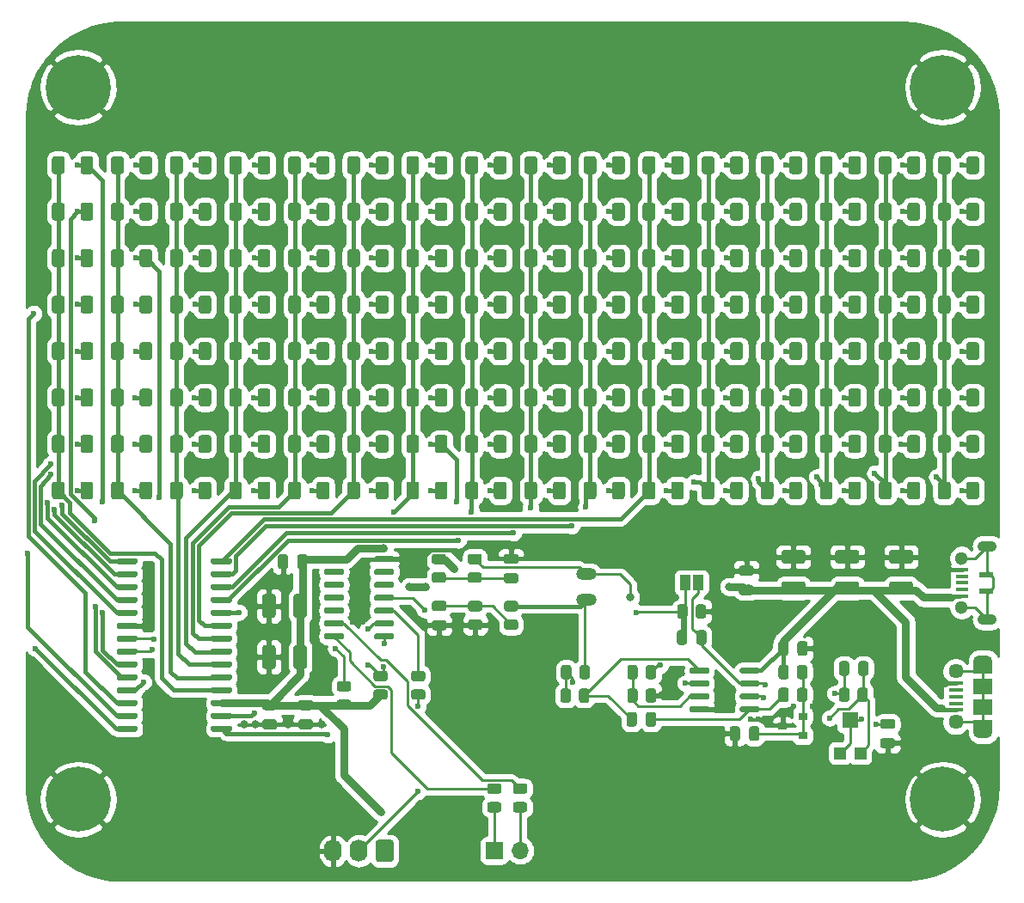
<source format=gbr>
G04 #@! TF.GenerationSoftware,KiCad,Pcbnew,(5.1.9)-1*
G04 #@! TF.CreationDate,2021-03-27T19:24:17-07:00*
G04 #@! TF.ProjectId,attiny_audio_spectrum_bar_graph,61747469-6e79-45f6-9175-64696f5f7370,rev?*
G04 #@! TF.SameCoordinates,Original*
G04 #@! TF.FileFunction,Copper,L1,Top*
G04 #@! TF.FilePolarity,Positive*
%FSLAX46Y46*%
G04 Gerber Fmt 4.6, Leading zero omitted, Abs format (unit mm)*
G04 Created by KiCad (PCBNEW (5.1.9)-1) date 2021-03-27 19:24:17*
%MOMM*%
%LPD*%
G01*
G04 APERTURE LIST*
G04 #@! TA.AperFunction,ComponentPad*
%ADD10O,1.700000X1.700000*%
G04 #@! TD*
G04 #@! TA.AperFunction,ComponentPad*
%ADD11R,1.700000X1.700000*%
G04 #@! TD*
G04 #@! TA.AperFunction,SMDPad,CuDef*
%ADD12R,1.350000X0.600000*%
G04 #@! TD*
G04 #@! TA.AperFunction,SMDPad,CuDef*
%ADD13R,1.250000X0.400000*%
G04 #@! TD*
G04 #@! TA.AperFunction,ComponentPad*
%ADD14C,1.300000*%
G04 #@! TD*
G04 #@! TA.AperFunction,ComponentPad*
%ADD15O,1.900000X1.070000*%
G04 #@! TD*
G04 #@! TA.AperFunction,SMDPad,CuDef*
%ADD16R,1.200000X1.200000*%
G04 #@! TD*
G04 #@! TA.AperFunction,SMDPad,CuDef*
%ADD17R,1.600000X1.500000*%
G04 #@! TD*
G04 #@! TA.AperFunction,ComponentPad*
%ADD18O,1.740000X2.190000*%
G04 #@! TD*
G04 #@! TA.AperFunction,SMDPad,CuDef*
%ADD19R,1.900000X1.200000*%
G04 #@! TD*
G04 #@! TA.AperFunction,ComponentPad*
%ADD20O,1.900000X1.200000*%
G04 #@! TD*
G04 #@! TA.AperFunction,SMDPad,CuDef*
%ADD21R,1.900000X1.500000*%
G04 #@! TD*
G04 #@! TA.AperFunction,ComponentPad*
%ADD22C,1.450000*%
G04 #@! TD*
G04 #@! TA.AperFunction,SMDPad,CuDef*
%ADD23R,1.350000X0.400000*%
G04 #@! TD*
G04 #@! TA.AperFunction,ComponentPad*
%ADD24C,0.800000*%
G04 #@! TD*
G04 #@! TA.AperFunction,ComponentPad*
%ADD25C,6.400000*%
G04 #@! TD*
G04 #@! TA.AperFunction,SMDPad,CuDef*
%ADD26R,0.900000X0.800000*%
G04 #@! TD*
G04 #@! TA.AperFunction,ComponentPad*
%ADD27O,2.000000X1.200000*%
G04 #@! TD*
G04 #@! TA.AperFunction,SMDPad,CuDef*
%ADD28R,1.000000X1.500000*%
G04 #@! TD*
G04 #@! TA.AperFunction,ViaPad*
%ADD29C,0.600000*%
G04 #@! TD*
G04 #@! TA.AperFunction,ViaPad*
%ADD30C,0.800000*%
G04 #@! TD*
G04 #@! TA.AperFunction,Conductor*
%ADD31C,0.400000*%
G04 #@! TD*
G04 #@! TA.AperFunction,Conductor*
%ADD32C,0.800000*%
G04 #@! TD*
G04 #@! TA.AperFunction,Conductor*
%ADD33C,0.250000*%
G04 #@! TD*
G04 #@! TA.AperFunction,Conductor*
%ADD34C,0.254000*%
G04 #@! TD*
G04 #@! TA.AperFunction,Conductor*
%ADD35C,0.100000*%
G04 #@! TD*
G04 APERTURE END LIST*
G04 #@! TO.P,R17,2*
G04 #@! TO.N,Net-(J4-Pad2)*
G04 #@! TA.AperFunction,SMDPad,CuDef*
G36*
G01*
X136074999Y-114319000D02*
X136975001Y-114319000D01*
G75*
G02*
X137225000Y-114568999I0J-249999D01*
G01*
X137225000Y-115094001D01*
G75*
G02*
X136975001Y-115344000I-249999J0D01*
G01*
X136074999Y-115344000D01*
G75*
G02*
X135825000Y-115094001I0J249999D01*
G01*
X135825000Y-114568999D01*
G75*
G02*
X136074999Y-114319000I249999J0D01*
G01*
G37*
G04 #@! TD.AperFunction*
G04 #@! TO.P,R17,1*
G04 #@! TO.N,RXD*
G04 #@! TA.AperFunction,SMDPad,CuDef*
G36*
G01*
X136074999Y-112494000D02*
X136975001Y-112494000D01*
G75*
G02*
X137225000Y-112743999I0J-249999D01*
G01*
X137225000Y-113269001D01*
G75*
G02*
X136975001Y-113519000I-249999J0D01*
G01*
X136074999Y-113519000D01*
G75*
G02*
X135825000Y-113269001I0J249999D01*
G01*
X135825000Y-112743999D01*
G75*
G02*
X136074999Y-112494000I249999J0D01*
G01*
G37*
G04 #@! TD.AperFunction*
G04 #@! TD*
G04 #@! TO.P,R16,2*
G04 #@! TO.N,Net-(J4-Pad1)*
G04 #@! TA.AperFunction,SMDPad,CuDef*
G36*
G01*
X133534999Y-114319000D02*
X134435001Y-114319000D01*
G75*
G02*
X134685000Y-114568999I0J-249999D01*
G01*
X134685000Y-115094001D01*
G75*
G02*
X134435001Y-115344000I-249999J0D01*
G01*
X133534999Y-115344000D01*
G75*
G02*
X133285000Y-115094001I0J249999D01*
G01*
X133285000Y-114568999D01*
G75*
G02*
X133534999Y-114319000I249999J0D01*
G01*
G37*
G04 #@! TD.AperFunction*
G04 #@! TO.P,R16,1*
G04 #@! TO.N,TXD*
G04 #@! TA.AperFunction,SMDPad,CuDef*
G36*
G01*
X133534999Y-112494000D02*
X134435001Y-112494000D01*
G75*
G02*
X134685000Y-112743999I0J-249999D01*
G01*
X134685000Y-113269001D01*
G75*
G02*
X134435001Y-113519000I-249999J0D01*
G01*
X133534999Y-113519000D01*
G75*
G02*
X133285000Y-113269001I0J249999D01*
G01*
X133285000Y-112743999D01*
G75*
G02*
X133534999Y-112494000I249999J0D01*
G01*
G37*
G04 #@! TD.AperFunction*
G04 #@! TD*
D10*
G04 #@! TO.P,J4,2*
G04 #@! TO.N,Net-(J4-Pad2)*
X136525000Y-119101000D03*
D11*
G04 #@! TO.P,J4,1*
G04 #@! TO.N,Net-(J4-Pad1)*
X133985000Y-119101000D03*
G04 #@! TD*
D12*
G04 #@! TO.P,J1,6*
G04 #@! TO.N,Net-(J1-Pad6)*
X182425000Y-91910000D03*
X182425000Y-93510000D03*
D13*
G04 #@! TO.P,J1,5*
G04 #@! TO.N,GND*
X180025000Y-91410000D03*
G04 #@! TO.P,J1,4*
G04 #@! TO.N,N/C*
X180025000Y-92060000D03*
G04 #@! TO.P,J1,1*
G04 #@! TO.N,+5V*
X180025000Y-94010000D03*
G04 #@! TO.P,J1,2*
G04 #@! TO.N,N/C*
X180025000Y-93360000D03*
G04 #@! TO.P,J1,3*
X180025000Y-92710000D03*
D14*
G04 #@! TO.P,J1,6*
G04 #@! TO.N,Net-(J1-Pad6)*
X180000000Y-95135000D03*
X180000000Y-90285000D03*
D15*
X182515000Y-96310000D03*
X182515000Y-89110000D03*
G04 #@! TD*
G04 #@! TO.P,C4,2*
G04 #@! TO.N,GND*
G04 #@! TA.AperFunction,SMDPad,CuDef*
G36*
G01*
X174965802Y-90814999D02*
X173115798Y-90814999D01*
G75*
G02*
X172865800Y-90565001I0J249998D01*
G01*
X172865800Y-89739997D01*
G75*
G02*
X173115798Y-89489999I249998J0D01*
G01*
X174965802Y-89489999D01*
G75*
G02*
X175215800Y-89739997I0J-249998D01*
G01*
X175215800Y-90565001D01*
G75*
G02*
X174965802Y-90814999I-249998J0D01*
G01*
G37*
G04 #@! TD.AperFunction*
G04 #@! TO.P,C4,1*
G04 #@! TO.N,+5V*
G04 #@! TA.AperFunction,SMDPad,CuDef*
G36*
G01*
X174965802Y-93889999D02*
X173115798Y-93889999D01*
G75*
G02*
X172865800Y-93640001I0J249998D01*
G01*
X172865800Y-92814997D01*
G75*
G02*
X173115798Y-92564999I249998J0D01*
G01*
X174965802Y-92564999D01*
G75*
G02*
X175215800Y-92814997I0J-249998D01*
G01*
X175215800Y-93640001D01*
G75*
G02*
X174965802Y-93889999I-249998J0D01*
G01*
G37*
G04 #@! TD.AperFunction*
G04 #@! TD*
D16*
G04 #@! TO.P,RV1,3*
G04 #@! TO.N,Net-(C10-Pad2)*
X170037000Y-109496000D03*
G04 #@! TO.P,RV1,1*
G04 #@! TO.N,Net-(C12-Pad1)*
X168037000Y-109496000D03*
D17*
G04 #@! TO.P,RV1,2*
X169037000Y-106246000D03*
G04 #@! TD*
D18*
G04 #@! TO.P,J2,3*
G04 #@! TO.N,GND*
X118110000Y-119126000D03*
G04 #@! TO.P,J2,2*
G04 #@! TO.N,UPDI*
X120650000Y-119126000D03*
G04 #@! TO.P,J2,1*
G04 #@! TO.N,+5V*
G04 #@! TA.AperFunction,ComponentPad*
G36*
G01*
X124060000Y-118280999D02*
X124060000Y-119971001D01*
G75*
G02*
X123810001Y-120221000I-249999J0D01*
G01*
X122569999Y-120221000D01*
G75*
G02*
X122320000Y-119971001I0J249999D01*
G01*
X122320000Y-118280999D01*
G75*
G02*
X122569999Y-118031000I249999J0D01*
G01*
X123810001Y-118031000D01*
G75*
G02*
X124060000Y-118280999I0J-249999D01*
G01*
G37*
G04 #@! TD.AperFunction*
G04 #@! TD*
D19*
G04 #@! TO.P,J3,6*
G04 #@! TO.N,Net-(J3-Pad6)*
X182118000Y-106836800D03*
X182118000Y-101036800D03*
D20*
X182118000Y-100436800D03*
X182118000Y-107436800D03*
D21*
X182118000Y-104936800D03*
D22*
X179418000Y-101436800D03*
D23*
G04 #@! TO.P,J3,3*
G04 #@! TO.N,N/C*
X179418000Y-103936800D03*
G04 #@! TO.P,J3,4*
X179418000Y-103286800D03*
G04 #@! TO.P,J3,5*
G04 #@! TO.N,GND*
X179418000Y-102636800D03*
G04 #@! TO.P,J3,1*
G04 #@! TO.N,+5V*
X179418000Y-105236800D03*
G04 #@! TO.P,J3,2*
G04 #@! TO.N,N/C*
X179418000Y-104586800D03*
D22*
G04 #@! TO.P,J3,6*
G04 #@! TO.N,Net-(J3-Pad6)*
X179418000Y-106436800D03*
D21*
X182118000Y-102936800D03*
G04 #@! TD*
D24*
G04 #@! TO.P,H4,1*
G04 #@! TO.N,GND*
X179840256Y-112348944D03*
X178143200Y-111646000D03*
X176446144Y-112348944D03*
X175743200Y-114046000D03*
X176446144Y-115743056D03*
X178143200Y-116446000D03*
X179840256Y-115743056D03*
X180543200Y-114046000D03*
D25*
X178143200Y-114046000D03*
G04 #@! TD*
D24*
G04 #@! TO.P,H3,1*
G04 #@! TO.N,GND*
X179840256Y-42194144D03*
X178143200Y-41491200D03*
X176446144Y-42194144D03*
X175743200Y-43891200D03*
X176446144Y-45588256D03*
X178143200Y-46291200D03*
X179840256Y-45588256D03*
X180543200Y-43891200D03*
D25*
X178143200Y-43891200D03*
G04 #@! TD*
D24*
G04 #@! TO.P,H2,1*
G04 #@! TO.N,GND*
X94711856Y-42194144D03*
X93014800Y-41491200D03*
X91317744Y-42194144D03*
X90614800Y-43891200D03*
X91317744Y-45588256D03*
X93014800Y-46291200D03*
X94711856Y-45588256D03*
X95414800Y-43891200D03*
D25*
X93014800Y-43891200D03*
G04 #@! TD*
D24*
G04 #@! TO.P,H1,1*
G04 #@! TO.N,GND*
X94711856Y-112348944D03*
X93014800Y-111646000D03*
X91317744Y-112348944D03*
X90614800Y-114046000D03*
X91317744Y-115743056D03*
X93014800Y-116446000D03*
X94711856Y-115743056D03*
X95414800Y-114046000D03*
D25*
X93014800Y-114046000D03*
G04 #@! TD*
D26*
G04 #@! TO.P,U2,3*
G04 #@! TO.N,GND*
X162365500Y-106807000D03*
G04 #@! TO.P,U2,2*
G04 #@! TO.N,Net-(C8-Pad2)*
X164365500Y-105857000D03*
G04 #@! TO.P,U2,1*
X164365500Y-107757000D03*
G04 #@! TD*
G04 #@! TO.P,U4,28*
G04 #@! TO.N,GRID11*
G04 #@! TA.AperFunction,SMDPad,CuDef*
G36*
G01*
X106088600Y-90751800D02*
X106088600Y-90451800D01*
G75*
G02*
X106238600Y-90301800I150000J0D01*
G01*
X107988600Y-90301800D01*
G75*
G02*
X108138600Y-90451800I0J-150000D01*
G01*
X108138600Y-90751800D01*
G75*
G02*
X107988600Y-90901800I-150000J0D01*
G01*
X106238600Y-90901800D01*
G75*
G02*
X106088600Y-90751800I0J150000D01*
G01*
G37*
G04 #@! TD.AperFunction*
G04 #@! TO.P,U4,27*
G04 #@! TO.N,GRID10*
G04 #@! TA.AperFunction,SMDPad,CuDef*
G36*
G01*
X106088600Y-92021800D02*
X106088600Y-91721800D01*
G75*
G02*
X106238600Y-91571800I150000J0D01*
G01*
X107988600Y-91571800D01*
G75*
G02*
X108138600Y-91721800I0J-150000D01*
G01*
X108138600Y-92021800D01*
G75*
G02*
X107988600Y-92171800I-150000J0D01*
G01*
X106238600Y-92171800D01*
G75*
G02*
X106088600Y-92021800I0J150000D01*
G01*
G37*
G04 #@! TD.AperFunction*
G04 #@! TO.P,U4,26*
G04 #@! TO.N,GRID9*
G04 #@! TA.AperFunction,SMDPad,CuDef*
G36*
G01*
X106088600Y-93291800D02*
X106088600Y-92991800D01*
G75*
G02*
X106238600Y-92841800I150000J0D01*
G01*
X107988600Y-92841800D01*
G75*
G02*
X108138600Y-92991800I0J-150000D01*
G01*
X108138600Y-93291800D01*
G75*
G02*
X107988600Y-93441800I-150000J0D01*
G01*
X106238600Y-93441800D01*
G75*
G02*
X106088600Y-93291800I0J150000D01*
G01*
G37*
G04 #@! TD.AperFunction*
G04 #@! TO.P,U4,25*
G04 #@! TO.N,GRID8*
G04 #@! TA.AperFunction,SMDPad,CuDef*
G36*
G01*
X106088600Y-94561800D02*
X106088600Y-94261800D01*
G75*
G02*
X106238600Y-94111800I150000J0D01*
G01*
X107988600Y-94111800D01*
G75*
G02*
X108138600Y-94261800I0J-150000D01*
G01*
X108138600Y-94561800D01*
G75*
G02*
X107988600Y-94711800I-150000J0D01*
G01*
X106238600Y-94711800D01*
G75*
G02*
X106088600Y-94561800I0J150000D01*
G01*
G37*
G04 #@! TD.AperFunction*
G04 #@! TO.P,U4,24*
G04 #@! TO.N,GRID7*
G04 #@! TA.AperFunction,SMDPad,CuDef*
G36*
G01*
X106088600Y-95831800D02*
X106088600Y-95531800D01*
G75*
G02*
X106238600Y-95381800I150000J0D01*
G01*
X107988600Y-95381800D01*
G75*
G02*
X108138600Y-95531800I0J-150000D01*
G01*
X108138600Y-95831800D01*
G75*
G02*
X107988600Y-95981800I-150000J0D01*
G01*
X106238600Y-95981800D01*
G75*
G02*
X106088600Y-95831800I0J150000D01*
G01*
G37*
G04 #@! TD.AperFunction*
G04 #@! TO.P,U4,23*
G04 #@! TO.N,GRID6*
G04 #@! TA.AperFunction,SMDPad,CuDef*
G36*
G01*
X106088600Y-97101800D02*
X106088600Y-96801800D01*
G75*
G02*
X106238600Y-96651800I150000J0D01*
G01*
X107988600Y-96651800D01*
G75*
G02*
X108138600Y-96801800I0J-150000D01*
G01*
X108138600Y-97101800D01*
G75*
G02*
X107988600Y-97251800I-150000J0D01*
G01*
X106238600Y-97251800D01*
G75*
G02*
X106088600Y-97101800I0J150000D01*
G01*
G37*
G04 #@! TD.AperFunction*
G04 #@! TO.P,U4,22*
G04 #@! TO.N,GRID5*
G04 #@! TA.AperFunction,SMDPad,CuDef*
G36*
G01*
X106088600Y-98371800D02*
X106088600Y-98071800D01*
G75*
G02*
X106238600Y-97921800I150000J0D01*
G01*
X107988600Y-97921800D01*
G75*
G02*
X108138600Y-98071800I0J-150000D01*
G01*
X108138600Y-98371800D01*
G75*
G02*
X107988600Y-98521800I-150000J0D01*
G01*
X106238600Y-98521800D01*
G75*
G02*
X106088600Y-98371800I0J150000D01*
G01*
G37*
G04 #@! TD.AperFunction*
G04 #@! TO.P,U4,21*
G04 #@! TO.N,GRID4*
G04 #@! TA.AperFunction,SMDPad,CuDef*
G36*
G01*
X106088600Y-99641800D02*
X106088600Y-99341800D01*
G75*
G02*
X106238600Y-99191800I150000J0D01*
G01*
X107988600Y-99191800D01*
G75*
G02*
X108138600Y-99341800I0J-150000D01*
G01*
X108138600Y-99641800D01*
G75*
G02*
X107988600Y-99791800I-150000J0D01*
G01*
X106238600Y-99791800D01*
G75*
G02*
X106088600Y-99641800I0J150000D01*
G01*
G37*
G04 #@! TD.AperFunction*
G04 #@! TO.P,U4,20*
G04 #@! TO.N,GRID3*
G04 #@! TA.AperFunction,SMDPad,CuDef*
G36*
G01*
X106088600Y-100911800D02*
X106088600Y-100611800D01*
G75*
G02*
X106238600Y-100461800I150000J0D01*
G01*
X107988600Y-100461800D01*
G75*
G02*
X108138600Y-100611800I0J-150000D01*
G01*
X108138600Y-100911800D01*
G75*
G02*
X107988600Y-101061800I-150000J0D01*
G01*
X106238600Y-101061800D01*
G75*
G02*
X106088600Y-100911800I0J150000D01*
G01*
G37*
G04 #@! TD.AperFunction*
G04 #@! TO.P,U4,19*
G04 #@! TO.N,GRID2*
G04 #@! TA.AperFunction,SMDPad,CuDef*
G36*
G01*
X106088600Y-102181800D02*
X106088600Y-101881800D01*
G75*
G02*
X106238600Y-101731800I150000J0D01*
G01*
X107988600Y-101731800D01*
G75*
G02*
X108138600Y-101881800I0J-150000D01*
G01*
X108138600Y-102181800D01*
G75*
G02*
X107988600Y-102331800I-150000J0D01*
G01*
X106238600Y-102331800D01*
G75*
G02*
X106088600Y-102181800I0J150000D01*
G01*
G37*
G04 #@! TD.AperFunction*
G04 #@! TO.P,U4,18*
G04 #@! TO.N,GRID1*
G04 #@! TA.AperFunction,SMDPad,CuDef*
G36*
G01*
X106088600Y-103451800D02*
X106088600Y-103151800D01*
G75*
G02*
X106238600Y-103001800I150000J0D01*
G01*
X107988600Y-103001800D01*
G75*
G02*
X108138600Y-103151800I0J-150000D01*
G01*
X108138600Y-103451800D01*
G75*
G02*
X107988600Y-103601800I-150000J0D01*
G01*
X106238600Y-103601800D01*
G75*
G02*
X106088600Y-103451800I0J150000D01*
G01*
G37*
G04 #@! TD.AperFunction*
G04 #@! TO.P,U4,17*
G04 #@! TO.N,+5V*
G04 #@! TA.AperFunction,SMDPad,CuDef*
G36*
G01*
X106088600Y-104721800D02*
X106088600Y-104421800D01*
G75*
G02*
X106238600Y-104271800I150000J0D01*
G01*
X107988600Y-104271800D01*
G75*
G02*
X108138600Y-104421800I0J-150000D01*
G01*
X108138600Y-104721800D01*
G75*
G02*
X107988600Y-104871800I-150000J0D01*
G01*
X106238600Y-104871800D01*
G75*
G02*
X106088600Y-104721800I0J150000D01*
G01*
G37*
G04 #@! TD.AperFunction*
G04 #@! TO.P,U4,16*
G04 #@! TO.N,SEG8*
G04 #@! TA.AperFunction,SMDPad,CuDef*
G36*
G01*
X106088600Y-105991800D02*
X106088600Y-105691800D01*
G75*
G02*
X106238600Y-105541800I150000J0D01*
G01*
X107988600Y-105541800D01*
G75*
G02*
X108138600Y-105691800I0J-150000D01*
G01*
X108138600Y-105991800D01*
G75*
G02*
X107988600Y-106141800I-150000J0D01*
G01*
X106238600Y-106141800D01*
G75*
G02*
X106088600Y-105991800I0J150000D01*
G01*
G37*
G04 #@! TD.AperFunction*
G04 #@! TO.P,U4,15*
G04 #@! TO.N,SEG7*
G04 #@! TA.AperFunction,SMDPad,CuDef*
G36*
G01*
X106088600Y-107261800D02*
X106088600Y-106961800D01*
G75*
G02*
X106238600Y-106811800I150000J0D01*
G01*
X107988600Y-106811800D01*
G75*
G02*
X108138600Y-106961800I0J-150000D01*
G01*
X108138600Y-107261800D01*
G75*
G02*
X107988600Y-107411800I-150000J0D01*
G01*
X106238600Y-107411800D01*
G75*
G02*
X106088600Y-107261800I0J150000D01*
G01*
G37*
G04 #@! TD.AperFunction*
G04 #@! TO.P,U4,14*
G04 #@! TO.N,SEG6*
G04 #@! TA.AperFunction,SMDPad,CuDef*
G36*
G01*
X96788600Y-107261800D02*
X96788600Y-106961800D01*
G75*
G02*
X96938600Y-106811800I150000J0D01*
G01*
X98688600Y-106811800D01*
G75*
G02*
X98838600Y-106961800I0J-150000D01*
G01*
X98838600Y-107261800D01*
G75*
G02*
X98688600Y-107411800I-150000J0D01*
G01*
X96938600Y-107411800D01*
G75*
G02*
X96788600Y-107261800I0J150000D01*
G01*
G37*
G04 #@! TD.AperFunction*
G04 #@! TO.P,U4,13*
G04 #@! TO.N,SEG5*
G04 #@! TA.AperFunction,SMDPad,CuDef*
G36*
G01*
X96788600Y-105991800D02*
X96788600Y-105691800D01*
G75*
G02*
X96938600Y-105541800I150000J0D01*
G01*
X98688600Y-105541800D01*
G75*
G02*
X98838600Y-105691800I0J-150000D01*
G01*
X98838600Y-105991800D01*
G75*
G02*
X98688600Y-106141800I-150000J0D01*
G01*
X96938600Y-106141800D01*
G75*
G02*
X96788600Y-105991800I0J150000D01*
G01*
G37*
G04 #@! TD.AperFunction*
G04 #@! TO.P,U4,12*
G04 #@! TO.N,SEG4*
G04 #@! TA.AperFunction,SMDPad,CuDef*
G36*
G01*
X96788600Y-104721800D02*
X96788600Y-104421800D01*
G75*
G02*
X96938600Y-104271800I150000J0D01*
G01*
X98688600Y-104271800D01*
G75*
G02*
X98838600Y-104421800I0J-150000D01*
G01*
X98838600Y-104721800D01*
G75*
G02*
X98688600Y-104871800I-150000J0D01*
G01*
X96938600Y-104871800D01*
G75*
G02*
X96788600Y-104721800I0J150000D01*
G01*
G37*
G04 #@! TD.AperFunction*
G04 #@! TO.P,U4,11*
G04 #@! TO.N,SEG3*
G04 #@! TA.AperFunction,SMDPad,CuDef*
G36*
G01*
X96788600Y-103451800D02*
X96788600Y-103151800D01*
G75*
G02*
X96938600Y-103001800I150000J0D01*
G01*
X98688600Y-103001800D01*
G75*
G02*
X98838600Y-103151800I0J-150000D01*
G01*
X98838600Y-103451800D01*
G75*
G02*
X98688600Y-103601800I-150000J0D01*
G01*
X96938600Y-103601800D01*
G75*
G02*
X96788600Y-103451800I0J150000D01*
G01*
G37*
G04 #@! TD.AperFunction*
G04 #@! TO.P,U4,10*
G04 #@! TO.N,SEG2*
G04 #@! TA.AperFunction,SMDPad,CuDef*
G36*
G01*
X96788600Y-102181800D02*
X96788600Y-101881800D01*
G75*
G02*
X96938600Y-101731800I150000J0D01*
G01*
X98688600Y-101731800D01*
G75*
G02*
X98838600Y-101881800I0J-150000D01*
G01*
X98838600Y-102181800D01*
G75*
G02*
X98688600Y-102331800I-150000J0D01*
G01*
X96938600Y-102331800D01*
G75*
G02*
X96788600Y-102181800I0J150000D01*
G01*
G37*
G04 #@! TD.AperFunction*
G04 #@! TO.P,U4,9*
G04 #@! TO.N,SEG1*
G04 #@! TA.AperFunction,SMDPad,CuDef*
G36*
G01*
X96788600Y-100911800D02*
X96788600Y-100611800D01*
G75*
G02*
X96938600Y-100461800I150000J0D01*
G01*
X98688600Y-100461800D01*
G75*
G02*
X98838600Y-100611800I0J-150000D01*
G01*
X98838600Y-100911800D01*
G75*
G02*
X98688600Y-101061800I-150000J0D01*
G01*
X96938600Y-101061800D01*
G75*
G02*
X96788600Y-100911800I0J150000D01*
G01*
G37*
G04 #@! TD.AperFunction*
G04 #@! TO.P,U4,8*
G04 #@! TO.N,SCLK*
G04 #@! TA.AperFunction,SMDPad,CuDef*
G36*
G01*
X96788600Y-99641800D02*
X96788600Y-99341800D01*
G75*
G02*
X96938600Y-99191800I150000J0D01*
G01*
X98688600Y-99191800D01*
G75*
G02*
X98838600Y-99341800I0J-150000D01*
G01*
X98838600Y-99641800D01*
G75*
G02*
X98688600Y-99791800I-150000J0D01*
G01*
X96938600Y-99791800D01*
G75*
G02*
X96788600Y-99641800I0J150000D01*
G01*
G37*
G04 #@! TD.AperFunction*
G04 #@! TO.P,U4,7*
G04 #@! TO.N,DATA*
G04 #@! TA.AperFunction,SMDPad,CuDef*
G36*
G01*
X96788600Y-98371800D02*
X96788600Y-98071800D01*
G75*
G02*
X96938600Y-97921800I150000J0D01*
G01*
X98688600Y-97921800D01*
G75*
G02*
X98838600Y-98071800I0J-150000D01*
G01*
X98838600Y-98371800D01*
G75*
G02*
X98688600Y-98521800I-150000J0D01*
G01*
X96938600Y-98521800D01*
G75*
G02*
X96788600Y-98371800I0J150000D01*
G01*
G37*
G04 #@! TD.AperFunction*
G04 #@! TO.P,U4,6*
G04 #@! TO.N,GND*
G04 #@! TA.AperFunction,SMDPad,CuDef*
G36*
G01*
X96788600Y-97101800D02*
X96788600Y-96801800D01*
G75*
G02*
X96938600Y-96651800I150000J0D01*
G01*
X98688600Y-96651800D01*
G75*
G02*
X98838600Y-96801800I0J-150000D01*
G01*
X98838600Y-97101800D01*
G75*
G02*
X98688600Y-97251800I-150000J0D01*
G01*
X96938600Y-97251800D01*
G75*
G02*
X96788600Y-97101800I0J150000D01*
G01*
G37*
G04 #@! TD.AperFunction*
G04 #@! TO.P,U4,5*
G04 #@! TO.N,GRID16*
G04 #@! TA.AperFunction,SMDPad,CuDef*
G36*
G01*
X96788600Y-95831800D02*
X96788600Y-95531800D01*
G75*
G02*
X96938600Y-95381800I150000J0D01*
G01*
X98688600Y-95381800D01*
G75*
G02*
X98838600Y-95531800I0J-150000D01*
G01*
X98838600Y-95831800D01*
G75*
G02*
X98688600Y-95981800I-150000J0D01*
G01*
X96938600Y-95981800D01*
G75*
G02*
X96788600Y-95831800I0J150000D01*
G01*
G37*
G04 #@! TD.AperFunction*
G04 #@! TO.P,U4,4*
G04 #@! TO.N,GRID15*
G04 #@! TA.AperFunction,SMDPad,CuDef*
G36*
G01*
X96788600Y-94561800D02*
X96788600Y-94261800D01*
G75*
G02*
X96938600Y-94111800I150000J0D01*
G01*
X98688600Y-94111800D01*
G75*
G02*
X98838600Y-94261800I0J-150000D01*
G01*
X98838600Y-94561800D01*
G75*
G02*
X98688600Y-94711800I-150000J0D01*
G01*
X96938600Y-94711800D01*
G75*
G02*
X96788600Y-94561800I0J150000D01*
G01*
G37*
G04 #@! TD.AperFunction*
G04 #@! TO.P,U4,3*
G04 #@! TO.N,GRID14*
G04 #@! TA.AperFunction,SMDPad,CuDef*
G36*
G01*
X96788600Y-93291800D02*
X96788600Y-92991800D01*
G75*
G02*
X96938600Y-92841800I150000J0D01*
G01*
X98688600Y-92841800D01*
G75*
G02*
X98838600Y-92991800I0J-150000D01*
G01*
X98838600Y-93291800D01*
G75*
G02*
X98688600Y-93441800I-150000J0D01*
G01*
X96938600Y-93441800D01*
G75*
G02*
X96788600Y-93291800I0J150000D01*
G01*
G37*
G04 #@! TD.AperFunction*
G04 #@! TO.P,U4,2*
G04 #@! TO.N,GRID13*
G04 #@! TA.AperFunction,SMDPad,CuDef*
G36*
G01*
X96788600Y-92021800D02*
X96788600Y-91721800D01*
G75*
G02*
X96938600Y-91571800I150000J0D01*
G01*
X98688600Y-91571800D01*
G75*
G02*
X98838600Y-91721800I0J-150000D01*
G01*
X98838600Y-92021800D01*
G75*
G02*
X98688600Y-92171800I-150000J0D01*
G01*
X96938600Y-92171800D01*
G75*
G02*
X96788600Y-92021800I0J150000D01*
G01*
G37*
G04 #@! TD.AperFunction*
G04 #@! TO.P,U4,1*
G04 #@! TO.N,GRID12*
G04 #@! TA.AperFunction,SMDPad,CuDef*
G36*
G01*
X96788600Y-90751800D02*
X96788600Y-90451800D01*
G75*
G02*
X96938600Y-90301800I150000J0D01*
G01*
X98688600Y-90301800D01*
G75*
G02*
X98838600Y-90451800I0J-150000D01*
G01*
X98838600Y-90751800D01*
G75*
G02*
X98688600Y-90901800I-150000J0D01*
G01*
X96938600Y-90901800D01*
G75*
G02*
X96788600Y-90751800I0J150000D01*
G01*
G37*
G04 #@! TD.AperFunction*
G04 #@! TD*
G04 #@! TO.P,U3,14*
G04 #@! TO.N,GND*
G04 #@! TA.AperFunction,SMDPad,CuDef*
G36*
G01*
X122174001Y-90526000D02*
X122174001Y-90226000D01*
G75*
G02*
X122324001Y-90076000I150000J0D01*
G01*
X123974001Y-90076000D01*
G75*
G02*
X124124001Y-90226000I0J-150000D01*
G01*
X124124001Y-90526000D01*
G75*
G02*
X123974001Y-90676000I-150000J0D01*
G01*
X122324001Y-90676000D01*
G75*
G02*
X122174001Y-90526000I0J150000D01*
G01*
G37*
G04 #@! TD.AperFunction*
G04 #@! TO.P,U3,13*
G04 #@! TO.N,N/C*
G04 #@! TA.AperFunction,SMDPad,CuDef*
G36*
G01*
X122174001Y-91796000D02*
X122174001Y-91496000D01*
G75*
G02*
X122324001Y-91346000I150000J0D01*
G01*
X123974001Y-91346000D01*
G75*
G02*
X124124001Y-91496000I0J-150000D01*
G01*
X124124001Y-91796000D01*
G75*
G02*
X123974001Y-91946000I-150000J0D01*
G01*
X122324001Y-91946000D01*
G75*
G02*
X122174001Y-91796000I0J150000D01*
G01*
G37*
G04 #@! TD.AperFunction*
G04 #@! TO.P,U3,12*
G04 #@! TA.AperFunction,SMDPad,CuDef*
G36*
G01*
X122174001Y-93066000D02*
X122174001Y-92766000D01*
G75*
G02*
X122324001Y-92616000I150000J0D01*
G01*
X123974001Y-92616000D01*
G75*
G02*
X124124001Y-92766000I0J-150000D01*
G01*
X124124001Y-93066000D01*
G75*
G02*
X123974001Y-93216000I-150000J0D01*
G01*
X122324001Y-93216000D01*
G75*
G02*
X122174001Y-93066000I0J150000D01*
G01*
G37*
G04 #@! TD.AperFunction*
G04 #@! TO.P,U3,11*
G04 #@! TO.N,Audio*
G04 #@! TA.AperFunction,SMDPad,CuDef*
G36*
G01*
X122174001Y-94336000D02*
X122174001Y-94036000D01*
G75*
G02*
X122324001Y-93886000I150000J0D01*
G01*
X123974001Y-93886000D01*
G75*
G02*
X124124001Y-94036000I0J-150000D01*
G01*
X124124001Y-94336000D01*
G75*
G02*
X123974001Y-94486000I-150000J0D01*
G01*
X122324001Y-94486000D01*
G75*
G02*
X122174001Y-94336000I0J150000D01*
G01*
G37*
G04 #@! TD.AperFunction*
G04 #@! TO.P,U3,10*
G04 #@! TO.N,Net-(R15-Pad1)*
G04 #@! TA.AperFunction,SMDPad,CuDef*
G36*
G01*
X122174001Y-95606000D02*
X122174001Y-95306000D01*
G75*
G02*
X122324001Y-95156000I150000J0D01*
G01*
X123974001Y-95156000D01*
G75*
G02*
X124124001Y-95306000I0J-150000D01*
G01*
X124124001Y-95606000D01*
G75*
G02*
X123974001Y-95756000I-150000J0D01*
G01*
X122324001Y-95756000D01*
G75*
G02*
X122174001Y-95606000I0J150000D01*
G01*
G37*
G04 #@! TD.AperFunction*
G04 #@! TO.P,U3,9*
G04 #@! TO.N,DATA*
G04 #@! TA.AperFunction,SMDPad,CuDef*
G36*
G01*
X122174001Y-96876000D02*
X122174001Y-96576000D01*
G75*
G02*
X122324001Y-96426000I150000J0D01*
G01*
X123974001Y-96426000D01*
G75*
G02*
X124124001Y-96576000I0J-150000D01*
G01*
X124124001Y-96876000D01*
G75*
G02*
X123974001Y-97026000I-150000J0D01*
G01*
X122324001Y-97026000D01*
G75*
G02*
X122174001Y-96876000I0J150000D01*
G01*
G37*
G04 #@! TD.AperFunction*
G04 #@! TO.P,U3,8*
G04 #@! TO.N,SCLK*
G04 #@! TA.AperFunction,SMDPad,CuDef*
G36*
G01*
X122174001Y-98146000D02*
X122174001Y-97846000D01*
G75*
G02*
X122324001Y-97696000I150000J0D01*
G01*
X123974001Y-97696000D01*
G75*
G02*
X124124001Y-97846000I0J-150000D01*
G01*
X124124001Y-98146000D01*
G75*
G02*
X123974001Y-98296000I-150000J0D01*
G01*
X122324001Y-98296000D01*
G75*
G02*
X122174001Y-98146000I0J150000D01*
G01*
G37*
G04 #@! TD.AperFunction*
G04 #@! TO.P,U3,7*
G04 #@! TO.N,TXD*
G04 #@! TA.AperFunction,SMDPad,CuDef*
G36*
G01*
X117224001Y-98146000D02*
X117224001Y-97846000D01*
G75*
G02*
X117374001Y-97696000I150000J0D01*
G01*
X119024001Y-97696000D01*
G75*
G02*
X119174001Y-97846000I0J-150000D01*
G01*
X119174001Y-98146000D01*
G75*
G02*
X119024001Y-98296000I-150000J0D01*
G01*
X117374001Y-98296000D01*
G75*
G02*
X117224001Y-98146000I0J150000D01*
G01*
G37*
G04 #@! TD.AperFunction*
G04 #@! TO.P,U3,6*
G04 #@! TO.N,RXD*
G04 #@! TA.AperFunction,SMDPad,CuDef*
G36*
G01*
X117224001Y-96876000D02*
X117224001Y-96576000D01*
G75*
G02*
X117374001Y-96426000I150000J0D01*
G01*
X119024001Y-96426000D01*
G75*
G02*
X119174001Y-96576000I0J-150000D01*
G01*
X119174001Y-96876000D01*
G75*
G02*
X119024001Y-97026000I-150000J0D01*
G01*
X117374001Y-97026000D01*
G75*
G02*
X117224001Y-96876000I0J150000D01*
G01*
G37*
G04 #@! TD.AperFunction*
G04 #@! TO.P,U3,5*
G04 #@! TO.N,N/C*
G04 #@! TA.AperFunction,SMDPad,CuDef*
G36*
G01*
X117224001Y-95606000D02*
X117224001Y-95306000D01*
G75*
G02*
X117374001Y-95156000I150000J0D01*
G01*
X119024001Y-95156000D01*
G75*
G02*
X119174001Y-95306000I0J-150000D01*
G01*
X119174001Y-95606000D01*
G75*
G02*
X119024001Y-95756000I-150000J0D01*
G01*
X117374001Y-95756000D01*
G75*
G02*
X117224001Y-95606000I0J150000D01*
G01*
G37*
G04 #@! TD.AperFunction*
G04 #@! TO.P,U3,4*
G04 #@! TA.AperFunction,SMDPad,CuDef*
G36*
G01*
X117224001Y-94336000D02*
X117224001Y-94036000D01*
G75*
G02*
X117374001Y-93886000I150000J0D01*
G01*
X119024001Y-93886000D01*
G75*
G02*
X119174001Y-94036000I0J-150000D01*
G01*
X119174001Y-94336000D01*
G75*
G02*
X119024001Y-94486000I-150000J0D01*
G01*
X117374001Y-94486000D01*
G75*
G02*
X117224001Y-94336000I0J150000D01*
G01*
G37*
G04 #@! TD.AperFunction*
G04 #@! TO.P,U3,3*
G04 #@! TA.AperFunction,SMDPad,CuDef*
G36*
G01*
X117224001Y-93066000D02*
X117224001Y-92766000D01*
G75*
G02*
X117374001Y-92616000I150000J0D01*
G01*
X119024001Y-92616000D01*
G75*
G02*
X119174001Y-92766000I0J-150000D01*
G01*
X119174001Y-93066000D01*
G75*
G02*
X119024001Y-93216000I-150000J0D01*
G01*
X117374001Y-93216000D01*
G75*
G02*
X117224001Y-93066000I0J150000D01*
G01*
G37*
G04 #@! TD.AperFunction*
G04 #@! TO.P,U3,2*
G04 #@! TA.AperFunction,SMDPad,CuDef*
G36*
G01*
X117224001Y-91796000D02*
X117224001Y-91496000D01*
G75*
G02*
X117374001Y-91346000I150000J0D01*
G01*
X119024001Y-91346000D01*
G75*
G02*
X119174001Y-91496000I0J-150000D01*
G01*
X119174001Y-91796000D01*
G75*
G02*
X119024001Y-91946000I-150000J0D01*
G01*
X117374001Y-91946000D01*
G75*
G02*
X117224001Y-91796000I0J150000D01*
G01*
G37*
G04 #@! TD.AperFunction*
G04 #@! TO.P,U3,1*
G04 #@! TO.N,+5V*
G04 #@! TA.AperFunction,SMDPad,CuDef*
G36*
G01*
X117224001Y-90526000D02*
X117224001Y-90226000D01*
G75*
G02*
X117374001Y-90076000I150000J0D01*
G01*
X119024001Y-90076000D01*
G75*
G02*
X119174001Y-90226000I0J-150000D01*
G01*
X119174001Y-90526000D01*
G75*
G02*
X119024001Y-90676000I-150000J0D01*
G01*
X117374001Y-90676000D01*
G75*
G02*
X117224001Y-90526000I0J150000D01*
G01*
G37*
G04 #@! TD.AperFunction*
G04 #@! TD*
G04 #@! TO.P,U1,8*
G04 #@! TO.N,+5V*
G04 #@! TA.AperFunction,SMDPad,CuDef*
G36*
G01*
X158154500Y-101513399D02*
X158154500Y-101213399D01*
G75*
G02*
X158304500Y-101063399I150000J0D01*
G01*
X159954500Y-101063399D01*
G75*
G02*
X160104500Y-101213399I0J-150000D01*
G01*
X160104500Y-101513399D01*
G75*
G02*
X159954500Y-101663399I-150000J0D01*
G01*
X158304500Y-101663399D01*
G75*
G02*
X158154500Y-101513399I0J150000D01*
G01*
G37*
G04 #@! TD.AperFunction*
G04 #@! TO.P,U1,7*
G04 #@! TO.N,Net-(C10-Pad1)*
G04 #@! TA.AperFunction,SMDPad,CuDef*
G36*
G01*
X158154500Y-102783399D02*
X158154500Y-102483399D01*
G75*
G02*
X158304500Y-102333399I150000J0D01*
G01*
X159954500Y-102333399D01*
G75*
G02*
X160104500Y-102483399I0J-150000D01*
G01*
X160104500Y-102783399D01*
G75*
G02*
X159954500Y-102933399I-150000J0D01*
G01*
X158304500Y-102933399D01*
G75*
G02*
X158154500Y-102783399I0J150000D01*
G01*
G37*
G04 #@! TD.AperFunction*
G04 #@! TO.P,U1,6*
G04 #@! TO.N,Net-(C10-Pad2)*
G04 #@! TA.AperFunction,SMDPad,CuDef*
G36*
G01*
X158154500Y-104053399D02*
X158154500Y-103753399D01*
G75*
G02*
X158304500Y-103603399I150000J0D01*
G01*
X159954500Y-103603399D01*
G75*
G02*
X160104500Y-103753399I0J-150000D01*
G01*
X160104500Y-104053399D01*
G75*
G02*
X159954500Y-104203399I-150000J0D01*
G01*
X158304500Y-104203399D01*
G75*
G02*
X158154500Y-104053399I0J150000D01*
G01*
G37*
G04 #@! TD.AperFunction*
G04 #@! TO.P,U1,5*
G04 #@! TO.N,Diff*
G04 #@! TA.AperFunction,SMDPad,CuDef*
G36*
G01*
X158154500Y-105323399D02*
X158154500Y-105023399D01*
G75*
G02*
X158304500Y-104873399I150000J0D01*
G01*
X159954500Y-104873399D01*
G75*
G02*
X160104500Y-105023399I0J-150000D01*
G01*
X160104500Y-105323399D01*
G75*
G02*
X159954500Y-105473399I-150000J0D01*
G01*
X158304500Y-105473399D01*
G75*
G02*
X158154500Y-105323399I0J150000D01*
G01*
G37*
G04 #@! TD.AperFunction*
G04 #@! TO.P,U1,4*
G04 #@! TO.N,GND*
G04 #@! TA.AperFunction,SMDPad,CuDef*
G36*
G01*
X153204500Y-105323399D02*
X153204500Y-105023399D01*
G75*
G02*
X153354500Y-104873399I150000J0D01*
G01*
X155004500Y-104873399D01*
G75*
G02*
X155154500Y-105023399I0J-150000D01*
G01*
X155154500Y-105323399D01*
G75*
G02*
X155004500Y-105473399I-150000J0D01*
G01*
X153354500Y-105473399D01*
G75*
G02*
X153204500Y-105323399I0J150000D01*
G01*
G37*
G04 #@! TD.AperFunction*
G04 #@! TO.P,U1,3*
G04 #@! TO.N,Net-(R6-Pad2)*
G04 #@! TA.AperFunction,SMDPad,CuDef*
G36*
G01*
X153204500Y-104053399D02*
X153204500Y-103753399D01*
G75*
G02*
X153354500Y-103603399I150000J0D01*
G01*
X155004500Y-103603399D01*
G75*
G02*
X155154500Y-103753399I0J-150000D01*
G01*
X155154500Y-104053399D01*
G75*
G02*
X155004500Y-104203399I-150000J0D01*
G01*
X153354500Y-104203399D01*
G75*
G02*
X153204500Y-104053399I0J150000D01*
G01*
G37*
G04 #@! TD.AperFunction*
G04 #@! TO.P,U1,2*
G04 #@! TO.N,Net-(R10-Pad2)*
G04 #@! TA.AperFunction,SMDPad,CuDef*
G36*
G01*
X153204500Y-102783399D02*
X153204500Y-102483399D01*
G75*
G02*
X153354500Y-102333399I150000J0D01*
G01*
X155004500Y-102333399D01*
G75*
G02*
X155154500Y-102483399I0J-150000D01*
G01*
X155154500Y-102783399D01*
G75*
G02*
X155004500Y-102933399I-150000J0D01*
G01*
X153354500Y-102933399D01*
G75*
G02*
X153204500Y-102783399I0J150000D01*
G01*
G37*
G04 #@! TD.AperFunction*
G04 #@! TO.P,U1,1*
G04 #@! TO.N,Net-(C9-Pad1)*
G04 #@! TA.AperFunction,SMDPad,CuDef*
G36*
G01*
X153204500Y-101513399D02*
X153204500Y-101213399D01*
G75*
G02*
X153354500Y-101063399I150000J0D01*
G01*
X155004500Y-101063399D01*
G75*
G02*
X155154500Y-101213399I0J-150000D01*
G01*
X155154500Y-101513399D01*
G75*
G02*
X155004500Y-101663399I-150000J0D01*
G01*
X153354500Y-101663399D01*
G75*
G02*
X153204500Y-101513399I0J150000D01*
G01*
G37*
G04 #@! TD.AperFunction*
G04 #@! TD*
G04 #@! TO.P,R12,2*
G04 #@! TO.N,GND*
G04 #@! TA.AperFunction,SMDPad,CuDef*
G36*
G01*
X131659998Y-96330400D02*
X132560002Y-96330400D01*
G75*
G02*
X132810000Y-96580398I0J-249998D01*
G01*
X132810000Y-97105402D01*
G75*
G02*
X132560002Y-97355400I-249998J0D01*
G01*
X131659998Y-97355400D01*
G75*
G02*
X131410000Y-97105402I0J249998D01*
G01*
X131410000Y-96580398D01*
G75*
G02*
X131659998Y-96330400I249998J0D01*
G01*
G37*
G04 #@! TD.AperFunction*
G04 #@! TO.P,R12,1*
G04 #@! TO.N,Net-(C11-Pad1)*
G04 #@! TA.AperFunction,SMDPad,CuDef*
G36*
G01*
X131659998Y-94505400D02*
X132560002Y-94505400D01*
G75*
G02*
X132810000Y-94755398I0J-249998D01*
G01*
X132810000Y-95280402D01*
G75*
G02*
X132560002Y-95530400I-249998J0D01*
G01*
X131659998Y-95530400D01*
G75*
G02*
X131410000Y-95280402I0J249998D01*
G01*
X131410000Y-94755398D01*
G75*
G02*
X131659998Y-94505400I249998J0D01*
G01*
G37*
G04 #@! TD.AperFunction*
G04 #@! TD*
G04 #@! TO.P,R11,2*
G04 #@! TO.N,Net-(C11-Pad1)*
G04 #@! TA.AperFunction,SMDPad,CuDef*
G36*
G01*
X135185998Y-96330400D02*
X136086002Y-96330400D01*
G75*
G02*
X136336000Y-96580398I0J-249998D01*
G01*
X136336000Y-97105402D01*
G75*
G02*
X136086002Y-97355400I-249998J0D01*
G01*
X135185998Y-97355400D01*
G75*
G02*
X134936000Y-97105402I0J249998D01*
G01*
X134936000Y-96580398D01*
G75*
G02*
X135185998Y-96330400I249998J0D01*
G01*
G37*
G04 #@! TD.AperFunction*
G04 #@! TO.P,R11,1*
G04 #@! TO.N,Net-(MK1-Pad1)*
G04 #@! TA.AperFunction,SMDPad,CuDef*
G36*
G01*
X135185998Y-94505400D02*
X136086002Y-94505400D01*
G75*
G02*
X136336000Y-94755398I0J-249998D01*
G01*
X136336000Y-95280402D01*
G75*
G02*
X136086002Y-95530400I-249998J0D01*
G01*
X135185998Y-95530400D01*
G75*
G02*
X134936000Y-95280402I0J249998D01*
G01*
X134936000Y-94755398D01*
G75*
G02*
X135185998Y-94505400I249998J0D01*
G01*
G37*
G04 #@! TD.AperFunction*
G04 #@! TD*
G04 #@! TO.P,R10,2*
G04 #@! TO.N,Net-(R10-Pad2)*
G04 #@! TA.AperFunction,SMDPad,CuDef*
G36*
G01*
X141520600Y-103385198D02*
X141520600Y-104285202D01*
G75*
G02*
X141270602Y-104535200I-249998J0D01*
G01*
X140745598Y-104535200D01*
G75*
G02*
X140495600Y-104285202I0J249998D01*
G01*
X140495600Y-103385198D01*
G75*
G02*
X140745598Y-103135200I249998J0D01*
G01*
X141270602Y-103135200D01*
G75*
G02*
X141520600Y-103385198I0J-249998D01*
G01*
G37*
G04 #@! TD.AperFunction*
G04 #@! TO.P,R10,1*
G04 #@! TO.N,Net-(C9-Pad1)*
G04 #@! TA.AperFunction,SMDPad,CuDef*
G36*
G01*
X143345600Y-103385198D02*
X143345600Y-104285202D01*
G75*
G02*
X143095602Y-104535200I-249998J0D01*
G01*
X142570598Y-104535200D01*
G75*
G02*
X142320600Y-104285202I0J249998D01*
G01*
X142320600Y-103385198D01*
G75*
G02*
X142570598Y-103135200I249998J0D01*
G01*
X143095602Y-103135200D01*
G75*
G02*
X143345600Y-103385198I0J-249998D01*
G01*
G37*
G04 #@! TD.AperFunction*
G04 #@! TD*
G04 #@! TO.P,R9,2*
G04 #@! TO.N,Net-(MK1-Pad1)*
G04 #@! TA.AperFunction,SMDPad,CuDef*
G36*
G01*
X142373300Y-101968401D02*
X142373300Y-101068397D01*
G75*
G02*
X142623298Y-100818399I249998J0D01*
G01*
X143148302Y-100818399D01*
G75*
G02*
X143398300Y-101068397I0J-249998D01*
G01*
X143398300Y-101968401D01*
G75*
G02*
X143148302Y-102218399I-249998J0D01*
G01*
X142623298Y-102218399D01*
G75*
G02*
X142373300Y-101968401I0J249998D01*
G01*
G37*
G04 #@! TD.AperFunction*
G04 #@! TO.P,R9,1*
G04 #@! TO.N,Net-(R10-Pad2)*
G04 #@! TA.AperFunction,SMDPad,CuDef*
G36*
G01*
X140548300Y-101968401D02*
X140548300Y-101068397D01*
G75*
G02*
X140798298Y-100818399I249998J0D01*
G01*
X141323302Y-100818399D01*
G75*
G02*
X141573300Y-101068397I0J-249998D01*
G01*
X141573300Y-101968401D01*
G75*
G02*
X141323302Y-102218399I-249998J0D01*
G01*
X140798298Y-102218399D01*
G75*
G02*
X140548300Y-101968401I0J249998D01*
G01*
G37*
G04 #@! TD.AperFunction*
G04 #@! TD*
G04 #@! TO.P,R7,2*
G04 #@! TO.N,Net-(R6-Pad2)*
G04 #@! TA.AperFunction,SMDPad,CuDef*
G36*
G01*
X148103000Y-103385198D02*
X148103000Y-104285202D01*
G75*
G02*
X147853002Y-104535200I-249998J0D01*
G01*
X147327998Y-104535200D01*
G75*
G02*
X147078000Y-104285202I0J249998D01*
G01*
X147078000Y-103385198D01*
G75*
G02*
X147327998Y-103135200I249998J0D01*
G01*
X147853002Y-103135200D01*
G75*
G02*
X148103000Y-103385198I0J-249998D01*
G01*
G37*
G04 #@! TD.AperFunction*
G04 #@! TO.P,R7,1*
G04 #@! TO.N,GND*
G04 #@! TA.AperFunction,SMDPad,CuDef*
G36*
G01*
X149928000Y-103385198D02*
X149928000Y-104285202D01*
G75*
G02*
X149678002Y-104535200I-249998J0D01*
G01*
X149152998Y-104535200D01*
G75*
G02*
X148903000Y-104285202I0J249998D01*
G01*
X148903000Y-103385198D01*
G75*
G02*
X149152998Y-103135200I249998J0D01*
G01*
X149678002Y-103135200D01*
G75*
G02*
X149928000Y-103385198I0J-249998D01*
G01*
G37*
G04 #@! TD.AperFunction*
G04 #@! TD*
G04 #@! TO.P,R6,2*
G04 #@! TO.N,Net-(R6-Pad2)*
G04 #@! TA.AperFunction,SMDPad,CuDef*
G36*
G01*
X148103000Y-101068397D02*
X148103000Y-101968401D01*
G75*
G02*
X147853002Y-102218399I-249998J0D01*
G01*
X147327998Y-102218399D01*
G75*
G02*
X147078000Y-101968401I0J249998D01*
G01*
X147078000Y-101068397D01*
G75*
G02*
X147327998Y-100818399I249998J0D01*
G01*
X147853002Y-100818399D01*
G75*
G02*
X148103000Y-101068397I0J-249998D01*
G01*
G37*
G04 #@! TD.AperFunction*
G04 #@! TO.P,R6,1*
G04 #@! TO.N,Net-(MK1-Pad2)*
G04 #@! TA.AperFunction,SMDPad,CuDef*
G36*
G01*
X149928000Y-101068397D02*
X149928000Y-101968401D01*
G75*
G02*
X149678002Y-102218399I-249998J0D01*
G01*
X149152998Y-102218399D01*
G75*
G02*
X148903000Y-101968401I0J249998D01*
G01*
X148903000Y-101068397D01*
G75*
G02*
X149152998Y-100818399I249998J0D01*
G01*
X149678002Y-100818399D01*
G75*
G02*
X149928000Y-101068397I0J-249998D01*
G01*
G37*
G04 #@! TD.AperFunction*
G04 #@! TD*
G04 #@! TO.P,R4,2*
G04 #@! TO.N,Net-(MK1-Pad2)*
G04 #@! TA.AperFunction,SMDPad,CuDef*
G36*
G01*
X132515002Y-90886000D02*
X131614998Y-90886000D01*
G75*
G02*
X131365000Y-90636002I0J249998D01*
G01*
X131365000Y-90110998D01*
G75*
G02*
X131614998Y-89861000I249998J0D01*
G01*
X132515002Y-89861000D01*
G75*
G02*
X132765000Y-90110998I0J-249998D01*
G01*
X132765000Y-90636002D01*
G75*
G02*
X132515002Y-90886000I-249998J0D01*
G01*
G37*
G04 #@! TD.AperFunction*
G04 #@! TO.P,R4,1*
G04 #@! TO.N,Net-(C6-Pad1)*
G04 #@! TA.AperFunction,SMDPad,CuDef*
G36*
G01*
X132515002Y-92711000D02*
X131614998Y-92711000D01*
G75*
G02*
X131365000Y-92461002I0J249998D01*
G01*
X131365000Y-91935998D01*
G75*
G02*
X131614998Y-91686000I249998J0D01*
G01*
X132515002Y-91686000D01*
G75*
G02*
X132765000Y-91935998I0J-249998D01*
G01*
X132765000Y-92461002D01*
G75*
G02*
X132515002Y-92711000I-249998J0D01*
G01*
G37*
G04 #@! TD.AperFunction*
G04 #@! TD*
G04 #@! TO.P,R15,2*
G04 #@! TO.N,UPDI*
G04 #@! TA.AperFunction,SMDPad,CuDef*
G36*
G01*
X126041998Y-103219200D02*
X126942002Y-103219200D01*
G75*
G02*
X127192000Y-103469198I0J-249998D01*
G01*
X127192000Y-103994202D01*
G75*
G02*
X126942002Y-104244200I-249998J0D01*
G01*
X126041998Y-104244200D01*
G75*
G02*
X125792000Y-103994202I0J249998D01*
G01*
X125792000Y-103469198D01*
G75*
G02*
X126041998Y-103219200I249998J0D01*
G01*
G37*
G04 #@! TD.AperFunction*
G04 #@! TO.P,R15,1*
G04 #@! TO.N,Net-(R15-Pad1)*
G04 #@! TA.AperFunction,SMDPad,CuDef*
G36*
G01*
X126041998Y-101394200D02*
X126942002Y-101394200D01*
G75*
G02*
X127192000Y-101644198I0J-249998D01*
G01*
X127192000Y-102169202D01*
G75*
G02*
X126942002Y-102419200I-249998J0D01*
G01*
X126041998Y-102419200D01*
G75*
G02*
X125792000Y-102169202I0J249998D01*
G01*
X125792000Y-101644198D01*
G75*
G02*
X126041998Y-101394200I249998J0D01*
G01*
G37*
G04 #@! TD.AperFunction*
G04 #@! TD*
G04 #@! TO.P,R14,2*
G04 #@! TO.N,+5V*
G04 #@! TA.AperFunction,SMDPad,CuDef*
G36*
G01*
X118726798Y-104235200D02*
X119626802Y-104235200D01*
G75*
G02*
X119876800Y-104485198I0J-249998D01*
G01*
X119876800Y-105010202D01*
G75*
G02*
X119626802Y-105260200I-249998J0D01*
G01*
X118726798Y-105260200D01*
G75*
G02*
X118476800Y-105010202I0J249998D01*
G01*
X118476800Y-104485198D01*
G75*
G02*
X118726798Y-104235200I249998J0D01*
G01*
G37*
G04 #@! TD.AperFunction*
G04 #@! TO.P,R14,1*
G04 #@! TO.N,DATA*
G04 #@! TA.AperFunction,SMDPad,CuDef*
G36*
G01*
X118726798Y-102410200D02*
X119626802Y-102410200D01*
G75*
G02*
X119876800Y-102660198I0J-249998D01*
G01*
X119876800Y-103185202D01*
G75*
G02*
X119626802Y-103435200I-249998J0D01*
G01*
X118726798Y-103435200D01*
G75*
G02*
X118476800Y-103185202I0J249998D01*
G01*
X118476800Y-102660198D01*
G75*
G02*
X118726798Y-102410200I249998J0D01*
G01*
G37*
G04 #@! TD.AperFunction*
G04 #@! TD*
G04 #@! TO.P,R13,2*
G04 #@! TO.N,+5V*
G04 #@! TA.AperFunction,SMDPad,CuDef*
G36*
G01*
X122333598Y-103219200D02*
X123233602Y-103219200D01*
G75*
G02*
X123483600Y-103469198I0J-249998D01*
G01*
X123483600Y-103994202D01*
G75*
G02*
X123233602Y-104244200I-249998J0D01*
G01*
X122333598Y-104244200D01*
G75*
G02*
X122083600Y-103994202I0J249998D01*
G01*
X122083600Y-103469198D01*
G75*
G02*
X122333598Y-103219200I249998J0D01*
G01*
G37*
G04 #@! TD.AperFunction*
G04 #@! TO.P,R13,1*
G04 #@! TO.N,SCLK*
G04 #@! TA.AperFunction,SMDPad,CuDef*
G36*
G01*
X122333598Y-101394200D02*
X123233602Y-101394200D01*
G75*
G02*
X123483600Y-101644198I0J-249998D01*
G01*
X123483600Y-102169202D01*
G75*
G02*
X123233602Y-102419200I-249998J0D01*
G01*
X122333598Y-102419200D01*
G75*
G02*
X122083600Y-102169202I0J249998D01*
G01*
X122083600Y-101644198D01*
G75*
G02*
X122333598Y-101394200I249998J0D01*
G01*
G37*
G04 #@! TD.AperFunction*
G04 #@! TD*
G04 #@! TO.P,R5,2*
G04 #@! TO.N,Audio*
G04 #@! TA.AperFunction,SMDPad,CuDef*
G36*
G01*
X153016000Y-95093748D02*
X153016000Y-95993752D01*
G75*
G02*
X152766002Y-96243750I-249998J0D01*
G01*
X152240998Y-96243750D01*
G75*
G02*
X151991000Y-95993752I0J249998D01*
G01*
X151991000Y-95093748D01*
G75*
G02*
X152240998Y-94843750I249998J0D01*
G01*
X152766002Y-94843750D01*
G75*
G02*
X153016000Y-95093748I0J-249998D01*
G01*
G37*
G04 #@! TD.AperFunction*
G04 #@! TO.P,R5,1*
G04 #@! TO.N,GND*
G04 #@! TA.AperFunction,SMDPad,CuDef*
G36*
G01*
X154841000Y-95093748D02*
X154841000Y-95993752D01*
G75*
G02*
X154591002Y-96243750I-249998J0D01*
G01*
X154065998Y-96243750D01*
G75*
G02*
X153816000Y-95993752I0J249998D01*
G01*
X153816000Y-95093748D01*
G75*
G02*
X154065998Y-94843750I249998J0D01*
G01*
X154591002Y-94843750D01*
G75*
G02*
X154841000Y-95093748I0J-249998D01*
G01*
G37*
G04 #@! TD.AperFunction*
G04 #@! TD*
G04 #@! TO.P,R8,2*
G04 #@! TO.N,Net-(C10-Pad2)*
G04 #@! TA.AperFunction,SMDPad,CuDef*
G36*
G01*
X169754500Y-104209002D02*
X169754500Y-103308998D01*
G75*
G02*
X170004498Y-103059000I249998J0D01*
G01*
X170529502Y-103059000D01*
G75*
G02*
X170779500Y-103308998I0J-249998D01*
G01*
X170779500Y-104209002D01*
G75*
G02*
X170529502Y-104459000I-249998J0D01*
G01*
X170004498Y-104459000D01*
G75*
G02*
X169754500Y-104209002I0J249998D01*
G01*
G37*
G04 #@! TD.AperFunction*
G04 #@! TO.P,R8,1*
G04 #@! TO.N,Net-(C10-Pad1)*
G04 #@! TA.AperFunction,SMDPad,CuDef*
G36*
G01*
X167929500Y-104209002D02*
X167929500Y-103308998D01*
G75*
G02*
X168179498Y-103059000I249998J0D01*
G01*
X168704502Y-103059000D01*
G75*
G02*
X168954500Y-103308998I0J-249998D01*
G01*
X168954500Y-104209002D01*
G75*
G02*
X168704502Y-104459000I-249998J0D01*
G01*
X168179498Y-104459000D01*
G75*
G02*
X167929500Y-104209002I0J249998D01*
G01*
G37*
G04 #@! TD.AperFunction*
G04 #@! TD*
G04 #@! TO.P,R3,2*
G04 #@! TO.N,Diff*
G04 #@! TA.AperFunction,SMDPad,CuDef*
G36*
G01*
X162985500Y-103308998D02*
X162985500Y-104209002D01*
G75*
G02*
X162735502Y-104459000I-249998J0D01*
G01*
X162210498Y-104459000D01*
G75*
G02*
X161960500Y-104209002I0J249998D01*
G01*
X161960500Y-103308998D01*
G75*
G02*
X162210498Y-103059000I249998J0D01*
G01*
X162735502Y-103059000D01*
G75*
G02*
X162985500Y-103308998I0J-249998D01*
G01*
G37*
G04 #@! TD.AperFunction*
G04 #@! TO.P,R3,1*
G04 #@! TO.N,Net-(C8-Pad2)*
G04 #@! TA.AperFunction,SMDPad,CuDef*
G36*
G01*
X164810500Y-103308998D02*
X164810500Y-104209002D01*
G75*
G02*
X164560502Y-104459000I-249998J0D01*
G01*
X164035498Y-104459000D01*
G75*
G02*
X163785500Y-104209002I0J249998D01*
G01*
X163785500Y-103308998D01*
G75*
G02*
X164035498Y-103059000I249998J0D01*
G01*
X164560502Y-103059000D01*
G75*
G02*
X164810500Y-103308998I0J-249998D01*
G01*
G37*
G04 #@! TD.AperFunction*
G04 #@! TD*
G04 #@! TO.P,R2,2*
G04 #@! TO.N,Net-(C8-Pad2)*
G04 #@! TA.AperFunction,SMDPad,CuDef*
G36*
G01*
X163785500Y-101968401D02*
X163785500Y-101068397D01*
G75*
G02*
X164035498Y-100818399I249998J0D01*
G01*
X164560502Y-100818399D01*
G75*
G02*
X164810500Y-101068397I0J-249998D01*
G01*
X164810500Y-101968401D01*
G75*
G02*
X164560502Y-102218399I-249998J0D01*
G01*
X164035498Y-102218399D01*
G75*
G02*
X163785500Y-101968401I0J249998D01*
G01*
G37*
G04 #@! TD.AperFunction*
G04 #@! TO.P,R2,1*
G04 #@! TO.N,+5V*
G04 #@! TA.AperFunction,SMDPad,CuDef*
G36*
G01*
X161960500Y-101968401D02*
X161960500Y-101068397D01*
G75*
G02*
X162210498Y-100818399I249998J0D01*
G01*
X162735502Y-100818399D01*
G75*
G02*
X162985500Y-101068397I0J-249998D01*
G01*
X162985500Y-101968401D01*
G75*
G02*
X162735502Y-102218399I-249998J0D01*
G01*
X162210498Y-102218399D01*
G75*
G02*
X161960500Y-101968401I0J249998D01*
G01*
G37*
G04 #@! TD.AperFunction*
G04 #@! TD*
G04 #@! TO.P,R1,2*
G04 #@! TO.N,Net-(C6-Pad1)*
G04 #@! TA.AperFunction,SMDPad,CuDef*
G36*
G01*
X128073998Y-91686000D02*
X128974002Y-91686000D01*
G75*
G02*
X129224000Y-91935998I0J-249998D01*
G01*
X129224000Y-92461002D01*
G75*
G02*
X128974002Y-92711000I-249998J0D01*
G01*
X128073998Y-92711000D01*
G75*
G02*
X127824000Y-92461002I0J249998D01*
G01*
X127824000Y-91935998D01*
G75*
G02*
X128073998Y-91686000I249998J0D01*
G01*
G37*
G04 #@! TD.AperFunction*
G04 #@! TO.P,R1,1*
G04 #@! TO.N,+5V*
G04 #@! TA.AperFunction,SMDPad,CuDef*
G36*
G01*
X128073998Y-89861000D02*
X128974002Y-89861000D01*
G75*
G02*
X129224000Y-90110998I0J-249998D01*
G01*
X129224000Y-90636002D01*
G75*
G02*
X128974002Y-90886000I-249998J0D01*
G01*
X128073998Y-90886000D01*
G75*
G02*
X127824000Y-90636002I0J249998D01*
G01*
X127824000Y-90110998D01*
G75*
G02*
X128073998Y-89861000I249998J0D01*
G01*
G37*
G04 #@! TD.AperFunction*
G04 #@! TD*
D27*
G04 #@! TO.P,MK1,2*
G04 #@! TO.N,Net-(MK1-Pad2)*
X143065500Y-91884500D03*
G04 #@! TO.P,MK1,1*
G04 #@! TO.N,Net-(MK1-Pad1)*
X143065500Y-94424500D03*
G04 #@! TD*
D28*
G04 #@! TO.P,JP1,1*
G04 #@! TO.N,Net-(C10-Pad1)*
X154066000Y-92710000D03*
G04 #@! TO.P,JP1,2*
G04 #@! TO.N,Audio*
X152766000Y-92710000D03*
G04 #@! TD*
G04 #@! TO.P,D128,2*
G04 #@! TO.N,SEG8*
G04 #@! TA.AperFunction,SMDPad,CuDef*
G36*
G01*
X180477000Y-84241800D02*
X180477000Y-82991800D01*
G75*
G02*
X180727000Y-82741800I250000J0D01*
G01*
X181477000Y-82741800D01*
G75*
G02*
X181727000Y-82991800I0J-250000D01*
G01*
X181727000Y-84241800D01*
G75*
G02*
X181477000Y-84491800I-250000J0D01*
G01*
X180727000Y-84491800D01*
G75*
G02*
X180477000Y-84241800I0J250000D01*
G01*
G37*
G04 #@! TD.AperFunction*
G04 #@! TO.P,D128,1*
G04 #@! TO.N,GRID16*
G04 #@! TA.AperFunction,SMDPad,CuDef*
G36*
G01*
X177677000Y-84241800D02*
X177677000Y-82991800D01*
G75*
G02*
X177927000Y-82741800I250000J0D01*
G01*
X178677000Y-82741800D01*
G75*
G02*
X178927000Y-82991800I0J-250000D01*
G01*
X178927000Y-84241800D01*
G75*
G02*
X178677000Y-84491800I-250000J0D01*
G01*
X177927000Y-84491800D01*
G75*
G02*
X177677000Y-84241800I0J250000D01*
G01*
G37*
G04 #@! TD.AperFunction*
G04 #@! TD*
G04 #@! TO.P,D127,2*
G04 #@! TO.N,SEG8*
G04 #@! TA.AperFunction,SMDPad,CuDef*
G36*
G01*
X174660400Y-84241800D02*
X174660400Y-82991800D01*
G75*
G02*
X174910400Y-82741800I250000J0D01*
G01*
X175660400Y-82741800D01*
G75*
G02*
X175910400Y-82991800I0J-250000D01*
G01*
X175910400Y-84241800D01*
G75*
G02*
X175660400Y-84491800I-250000J0D01*
G01*
X174910400Y-84491800D01*
G75*
G02*
X174660400Y-84241800I0J250000D01*
G01*
G37*
G04 #@! TD.AperFunction*
G04 #@! TO.P,D127,1*
G04 #@! TO.N,GRID15*
G04 #@! TA.AperFunction,SMDPad,CuDef*
G36*
G01*
X171860400Y-84241800D02*
X171860400Y-82991800D01*
G75*
G02*
X172110400Y-82741800I250000J0D01*
G01*
X172860400Y-82741800D01*
G75*
G02*
X173110400Y-82991800I0J-250000D01*
G01*
X173110400Y-84241800D01*
G75*
G02*
X172860400Y-84491800I-250000J0D01*
G01*
X172110400Y-84491800D01*
G75*
G02*
X171860400Y-84241800I0J250000D01*
G01*
G37*
G04 #@! TD.AperFunction*
G04 #@! TD*
G04 #@! TO.P,D126,2*
G04 #@! TO.N,SEG8*
G04 #@! TA.AperFunction,SMDPad,CuDef*
G36*
G01*
X168843800Y-84241800D02*
X168843800Y-82991800D01*
G75*
G02*
X169093800Y-82741800I250000J0D01*
G01*
X169843800Y-82741800D01*
G75*
G02*
X170093800Y-82991800I0J-250000D01*
G01*
X170093800Y-84241800D01*
G75*
G02*
X169843800Y-84491800I-250000J0D01*
G01*
X169093800Y-84491800D01*
G75*
G02*
X168843800Y-84241800I0J250000D01*
G01*
G37*
G04 #@! TD.AperFunction*
G04 #@! TO.P,D126,1*
G04 #@! TO.N,GRID14*
G04 #@! TA.AperFunction,SMDPad,CuDef*
G36*
G01*
X166043800Y-84241800D02*
X166043800Y-82991800D01*
G75*
G02*
X166293800Y-82741800I250000J0D01*
G01*
X167043800Y-82741800D01*
G75*
G02*
X167293800Y-82991800I0J-250000D01*
G01*
X167293800Y-84241800D01*
G75*
G02*
X167043800Y-84491800I-250000J0D01*
G01*
X166293800Y-84491800D01*
G75*
G02*
X166043800Y-84241800I0J250000D01*
G01*
G37*
G04 #@! TD.AperFunction*
G04 #@! TD*
G04 #@! TO.P,D125,2*
G04 #@! TO.N,SEG8*
G04 #@! TA.AperFunction,SMDPad,CuDef*
G36*
G01*
X163027200Y-84241800D02*
X163027200Y-82991800D01*
G75*
G02*
X163277200Y-82741800I250000J0D01*
G01*
X164027200Y-82741800D01*
G75*
G02*
X164277200Y-82991800I0J-250000D01*
G01*
X164277200Y-84241800D01*
G75*
G02*
X164027200Y-84491800I-250000J0D01*
G01*
X163277200Y-84491800D01*
G75*
G02*
X163027200Y-84241800I0J250000D01*
G01*
G37*
G04 #@! TD.AperFunction*
G04 #@! TO.P,D125,1*
G04 #@! TO.N,GRID13*
G04 #@! TA.AperFunction,SMDPad,CuDef*
G36*
G01*
X160227200Y-84241800D02*
X160227200Y-82991800D01*
G75*
G02*
X160477200Y-82741800I250000J0D01*
G01*
X161227200Y-82741800D01*
G75*
G02*
X161477200Y-82991800I0J-250000D01*
G01*
X161477200Y-84241800D01*
G75*
G02*
X161227200Y-84491800I-250000J0D01*
G01*
X160477200Y-84491800D01*
G75*
G02*
X160227200Y-84241800I0J250000D01*
G01*
G37*
G04 #@! TD.AperFunction*
G04 #@! TD*
G04 #@! TO.P,D124,2*
G04 #@! TO.N,SEG8*
G04 #@! TA.AperFunction,SMDPad,CuDef*
G36*
G01*
X157210600Y-84241800D02*
X157210600Y-82991800D01*
G75*
G02*
X157460600Y-82741800I250000J0D01*
G01*
X158210600Y-82741800D01*
G75*
G02*
X158460600Y-82991800I0J-250000D01*
G01*
X158460600Y-84241800D01*
G75*
G02*
X158210600Y-84491800I-250000J0D01*
G01*
X157460600Y-84491800D01*
G75*
G02*
X157210600Y-84241800I0J250000D01*
G01*
G37*
G04 #@! TD.AperFunction*
G04 #@! TO.P,D124,1*
G04 #@! TO.N,GRID12*
G04 #@! TA.AperFunction,SMDPad,CuDef*
G36*
G01*
X154410600Y-84241800D02*
X154410600Y-82991800D01*
G75*
G02*
X154660600Y-82741800I250000J0D01*
G01*
X155410600Y-82741800D01*
G75*
G02*
X155660600Y-82991800I0J-250000D01*
G01*
X155660600Y-84241800D01*
G75*
G02*
X155410600Y-84491800I-250000J0D01*
G01*
X154660600Y-84491800D01*
G75*
G02*
X154410600Y-84241800I0J250000D01*
G01*
G37*
G04 #@! TD.AperFunction*
G04 #@! TD*
G04 #@! TO.P,D123,2*
G04 #@! TO.N,SEG8*
G04 #@! TA.AperFunction,SMDPad,CuDef*
G36*
G01*
X151394000Y-84241800D02*
X151394000Y-82991800D01*
G75*
G02*
X151644000Y-82741800I250000J0D01*
G01*
X152394000Y-82741800D01*
G75*
G02*
X152644000Y-82991800I0J-250000D01*
G01*
X152644000Y-84241800D01*
G75*
G02*
X152394000Y-84491800I-250000J0D01*
G01*
X151644000Y-84491800D01*
G75*
G02*
X151394000Y-84241800I0J250000D01*
G01*
G37*
G04 #@! TD.AperFunction*
G04 #@! TO.P,D123,1*
G04 #@! TO.N,GRID11*
G04 #@! TA.AperFunction,SMDPad,CuDef*
G36*
G01*
X148594000Y-84241800D02*
X148594000Y-82991800D01*
G75*
G02*
X148844000Y-82741800I250000J0D01*
G01*
X149594000Y-82741800D01*
G75*
G02*
X149844000Y-82991800I0J-250000D01*
G01*
X149844000Y-84241800D01*
G75*
G02*
X149594000Y-84491800I-250000J0D01*
G01*
X148844000Y-84491800D01*
G75*
G02*
X148594000Y-84241800I0J250000D01*
G01*
G37*
G04 #@! TD.AperFunction*
G04 #@! TD*
G04 #@! TO.P,D122,2*
G04 #@! TO.N,SEG8*
G04 #@! TA.AperFunction,SMDPad,CuDef*
G36*
G01*
X145577400Y-84241800D02*
X145577400Y-82991800D01*
G75*
G02*
X145827400Y-82741800I250000J0D01*
G01*
X146577400Y-82741800D01*
G75*
G02*
X146827400Y-82991800I0J-250000D01*
G01*
X146827400Y-84241800D01*
G75*
G02*
X146577400Y-84491800I-250000J0D01*
G01*
X145827400Y-84491800D01*
G75*
G02*
X145577400Y-84241800I0J250000D01*
G01*
G37*
G04 #@! TD.AperFunction*
G04 #@! TO.P,D122,1*
G04 #@! TO.N,GRID10*
G04 #@! TA.AperFunction,SMDPad,CuDef*
G36*
G01*
X142777400Y-84241800D02*
X142777400Y-82991800D01*
G75*
G02*
X143027400Y-82741800I250000J0D01*
G01*
X143777400Y-82741800D01*
G75*
G02*
X144027400Y-82991800I0J-250000D01*
G01*
X144027400Y-84241800D01*
G75*
G02*
X143777400Y-84491800I-250000J0D01*
G01*
X143027400Y-84491800D01*
G75*
G02*
X142777400Y-84241800I0J250000D01*
G01*
G37*
G04 #@! TD.AperFunction*
G04 #@! TD*
G04 #@! TO.P,D121,2*
G04 #@! TO.N,SEG8*
G04 #@! TA.AperFunction,SMDPad,CuDef*
G36*
G01*
X139760800Y-84241800D02*
X139760800Y-82991800D01*
G75*
G02*
X140010800Y-82741800I250000J0D01*
G01*
X140760800Y-82741800D01*
G75*
G02*
X141010800Y-82991800I0J-250000D01*
G01*
X141010800Y-84241800D01*
G75*
G02*
X140760800Y-84491800I-250000J0D01*
G01*
X140010800Y-84491800D01*
G75*
G02*
X139760800Y-84241800I0J250000D01*
G01*
G37*
G04 #@! TD.AperFunction*
G04 #@! TO.P,D121,1*
G04 #@! TO.N,GRID9*
G04 #@! TA.AperFunction,SMDPad,CuDef*
G36*
G01*
X136960800Y-84241800D02*
X136960800Y-82991800D01*
G75*
G02*
X137210800Y-82741800I250000J0D01*
G01*
X137960800Y-82741800D01*
G75*
G02*
X138210800Y-82991800I0J-250000D01*
G01*
X138210800Y-84241800D01*
G75*
G02*
X137960800Y-84491800I-250000J0D01*
G01*
X137210800Y-84491800D01*
G75*
G02*
X136960800Y-84241800I0J250000D01*
G01*
G37*
G04 #@! TD.AperFunction*
G04 #@! TD*
G04 #@! TO.P,D120,2*
G04 #@! TO.N,SEG8*
G04 #@! TA.AperFunction,SMDPad,CuDef*
G36*
G01*
X133944200Y-84241800D02*
X133944200Y-82991800D01*
G75*
G02*
X134194200Y-82741800I250000J0D01*
G01*
X134944200Y-82741800D01*
G75*
G02*
X135194200Y-82991800I0J-250000D01*
G01*
X135194200Y-84241800D01*
G75*
G02*
X134944200Y-84491800I-250000J0D01*
G01*
X134194200Y-84491800D01*
G75*
G02*
X133944200Y-84241800I0J250000D01*
G01*
G37*
G04 #@! TD.AperFunction*
G04 #@! TO.P,D120,1*
G04 #@! TO.N,GRID8*
G04 #@! TA.AperFunction,SMDPad,CuDef*
G36*
G01*
X131144200Y-84241800D02*
X131144200Y-82991800D01*
G75*
G02*
X131394200Y-82741800I250000J0D01*
G01*
X132144200Y-82741800D01*
G75*
G02*
X132394200Y-82991800I0J-250000D01*
G01*
X132394200Y-84241800D01*
G75*
G02*
X132144200Y-84491800I-250000J0D01*
G01*
X131394200Y-84491800D01*
G75*
G02*
X131144200Y-84241800I0J250000D01*
G01*
G37*
G04 #@! TD.AperFunction*
G04 #@! TD*
G04 #@! TO.P,D119,2*
G04 #@! TO.N,SEG8*
G04 #@! TA.AperFunction,SMDPad,CuDef*
G36*
G01*
X128127600Y-84241800D02*
X128127600Y-82991800D01*
G75*
G02*
X128377600Y-82741800I250000J0D01*
G01*
X129127600Y-82741800D01*
G75*
G02*
X129377600Y-82991800I0J-250000D01*
G01*
X129377600Y-84241800D01*
G75*
G02*
X129127600Y-84491800I-250000J0D01*
G01*
X128377600Y-84491800D01*
G75*
G02*
X128127600Y-84241800I0J250000D01*
G01*
G37*
G04 #@! TD.AperFunction*
G04 #@! TO.P,D119,1*
G04 #@! TO.N,GRID7*
G04 #@! TA.AperFunction,SMDPad,CuDef*
G36*
G01*
X125327600Y-84241800D02*
X125327600Y-82991800D01*
G75*
G02*
X125577600Y-82741800I250000J0D01*
G01*
X126327600Y-82741800D01*
G75*
G02*
X126577600Y-82991800I0J-250000D01*
G01*
X126577600Y-84241800D01*
G75*
G02*
X126327600Y-84491800I-250000J0D01*
G01*
X125577600Y-84491800D01*
G75*
G02*
X125327600Y-84241800I0J250000D01*
G01*
G37*
G04 #@! TD.AperFunction*
G04 #@! TD*
G04 #@! TO.P,D118,2*
G04 #@! TO.N,SEG8*
G04 #@! TA.AperFunction,SMDPad,CuDef*
G36*
G01*
X122311000Y-84241800D02*
X122311000Y-82991800D01*
G75*
G02*
X122561000Y-82741800I250000J0D01*
G01*
X123311000Y-82741800D01*
G75*
G02*
X123561000Y-82991800I0J-250000D01*
G01*
X123561000Y-84241800D01*
G75*
G02*
X123311000Y-84491800I-250000J0D01*
G01*
X122561000Y-84491800D01*
G75*
G02*
X122311000Y-84241800I0J250000D01*
G01*
G37*
G04 #@! TD.AperFunction*
G04 #@! TO.P,D118,1*
G04 #@! TO.N,GRID6*
G04 #@! TA.AperFunction,SMDPad,CuDef*
G36*
G01*
X119511000Y-84241800D02*
X119511000Y-82991800D01*
G75*
G02*
X119761000Y-82741800I250000J0D01*
G01*
X120511000Y-82741800D01*
G75*
G02*
X120761000Y-82991800I0J-250000D01*
G01*
X120761000Y-84241800D01*
G75*
G02*
X120511000Y-84491800I-250000J0D01*
G01*
X119761000Y-84491800D01*
G75*
G02*
X119511000Y-84241800I0J250000D01*
G01*
G37*
G04 #@! TD.AperFunction*
G04 #@! TD*
G04 #@! TO.P,D117,2*
G04 #@! TO.N,SEG8*
G04 #@! TA.AperFunction,SMDPad,CuDef*
G36*
G01*
X116494400Y-84241800D02*
X116494400Y-82991800D01*
G75*
G02*
X116744400Y-82741800I250000J0D01*
G01*
X117494400Y-82741800D01*
G75*
G02*
X117744400Y-82991800I0J-250000D01*
G01*
X117744400Y-84241800D01*
G75*
G02*
X117494400Y-84491800I-250000J0D01*
G01*
X116744400Y-84491800D01*
G75*
G02*
X116494400Y-84241800I0J250000D01*
G01*
G37*
G04 #@! TD.AperFunction*
G04 #@! TO.P,D117,1*
G04 #@! TO.N,GRID5*
G04 #@! TA.AperFunction,SMDPad,CuDef*
G36*
G01*
X113694400Y-84241800D02*
X113694400Y-82991800D01*
G75*
G02*
X113944400Y-82741800I250000J0D01*
G01*
X114694400Y-82741800D01*
G75*
G02*
X114944400Y-82991800I0J-250000D01*
G01*
X114944400Y-84241800D01*
G75*
G02*
X114694400Y-84491800I-250000J0D01*
G01*
X113944400Y-84491800D01*
G75*
G02*
X113694400Y-84241800I0J250000D01*
G01*
G37*
G04 #@! TD.AperFunction*
G04 #@! TD*
G04 #@! TO.P,D116,2*
G04 #@! TO.N,SEG8*
G04 #@! TA.AperFunction,SMDPad,CuDef*
G36*
G01*
X110677800Y-84241800D02*
X110677800Y-82991800D01*
G75*
G02*
X110927800Y-82741800I250000J0D01*
G01*
X111677800Y-82741800D01*
G75*
G02*
X111927800Y-82991800I0J-250000D01*
G01*
X111927800Y-84241800D01*
G75*
G02*
X111677800Y-84491800I-250000J0D01*
G01*
X110927800Y-84491800D01*
G75*
G02*
X110677800Y-84241800I0J250000D01*
G01*
G37*
G04 #@! TD.AperFunction*
G04 #@! TO.P,D116,1*
G04 #@! TO.N,GRID4*
G04 #@! TA.AperFunction,SMDPad,CuDef*
G36*
G01*
X107877800Y-84241800D02*
X107877800Y-82991800D01*
G75*
G02*
X108127800Y-82741800I250000J0D01*
G01*
X108877800Y-82741800D01*
G75*
G02*
X109127800Y-82991800I0J-250000D01*
G01*
X109127800Y-84241800D01*
G75*
G02*
X108877800Y-84491800I-250000J0D01*
G01*
X108127800Y-84491800D01*
G75*
G02*
X107877800Y-84241800I0J250000D01*
G01*
G37*
G04 #@! TD.AperFunction*
G04 #@! TD*
G04 #@! TO.P,D115,2*
G04 #@! TO.N,SEG8*
G04 #@! TA.AperFunction,SMDPad,CuDef*
G36*
G01*
X104861200Y-84241800D02*
X104861200Y-82991800D01*
G75*
G02*
X105111200Y-82741800I250000J0D01*
G01*
X105861200Y-82741800D01*
G75*
G02*
X106111200Y-82991800I0J-250000D01*
G01*
X106111200Y-84241800D01*
G75*
G02*
X105861200Y-84491800I-250000J0D01*
G01*
X105111200Y-84491800D01*
G75*
G02*
X104861200Y-84241800I0J250000D01*
G01*
G37*
G04 #@! TD.AperFunction*
G04 #@! TO.P,D115,1*
G04 #@! TO.N,GRID3*
G04 #@! TA.AperFunction,SMDPad,CuDef*
G36*
G01*
X102061200Y-84241800D02*
X102061200Y-82991800D01*
G75*
G02*
X102311200Y-82741800I250000J0D01*
G01*
X103061200Y-82741800D01*
G75*
G02*
X103311200Y-82991800I0J-250000D01*
G01*
X103311200Y-84241800D01*
G75*
G02*
X103061200Y-84491800I-250000J0D01*
G01*
X102311200Y-84491800D01*
G75*
G02*
X102061200Y-84241800I0J250000D01*
G01*
G37*
G04 #@! TD.AperFunction*
G04 #@! TD*
G04 #@! TO.P,D114,2*
G04 #@! TO.N,SEG8*
G04 #@! TA.AperFunction,SMDPad,CuDef*
G36*
G01*
X99044600Y-84241800D02*
X99044600Y-82991800D01*
G75*
G02*
X99294600Y-82741800I250000J0D01*
G01*
X100044600Y-82741800D01*
G75*
G02*
X100294600Y-82991800I0J-250000D01*
G01*
X100294600Y-84241800D01*
G75*
G02*
X100044600Y-84491800I-250000J0D01*
G01*
X99294600Y-84491800D01*
G75*
G02*
X99044600Y-84241800I0J250000D01*
G01*
G37*
G04 #@! TD.AperFunction*
G04 #@! TO.P,D114,1*
G04 #@! TO.N,GRID2*
G04 #@! TA.AperFunction,SMDPad,CuDef*
G36*
G01*
X96244600Y-84241800D02*
X96244600Y-82991800D01*
G75*
G02*
X96494600Y-82741800I250000J0D01*
G01*
X97244600Y-82741800D01*
G75*
G02*
X97494600Y-82991800I0J-250000D01*
G01*
X97494600Y-84241800D01*
G75*
G02*
X97244600Y-84491800I-250000J0D01*
G01*
X96494600Y-84491800D01*
G75*
G02*
X96244600Y-84241800I0J250000D01*
G01*
G37*
G04 #@! TD.AperFunction*
G04 #@! TD*
G04 #@! TO.P,D113,2*
G04 #@! TO.N,SEG8*
G04 #@! TA.AperFunction,SMDPad,CuDef*
G36*
G01*
X93228000Y-84241800D02*
X93228000Y-82991800D01*
G75*
G02*
X93478000Y-82741800I250000J0D01*
G01*
X94228000Y-82741800D01*
G75*
G02*
X94478000Y-82991800I0J-250000D01*
G01*
X94478000Y-84241800D01*
G75*
G02*
X94228000Y-84491800I-250000J0D01*
G01*
X93478000Y-84491800D01*
G75*
G02*
X93228000Y-84241800I0J250000D01*
G01*
G37*
G04 #@! TD.AperFunction*
G04 #@! TO.P,D113,1*
G04 #@! TO.N,GRID1*
G04 #@! TA.AperFunction,SMDPad,CuDef*
G36*
G01*
X90428000Y-84241800D02*
X90428000Y-82991800D01*
G75*
G02*
X90678000Y-82741800I250000J0D01*
G01*
X91428000Y-82741800D01*
G75*
G02*
X91678000Y-82991800I0J-250000D01*
G01*
X91678000Y-84241800D01*
G75*
G02*
X91428000Y-84491800I-250000J0D01*
G01*
X90678000Y-84491800D01*
G75*
G02*
X90428000Y-84241800I0J250000D01*
G01*
G37*
G04 #@! TD.AperFunction*
G04 #@! TD*
G04 #@! TO.P,D112,2*
G04 #@! TO.N,SEG7*
G04 #@! TA.AperFunction,SMDPad,CuDef*
G36*
G01*
X180477000Y-79662542D02*
X180477000Y-78412542D01*
G75*
G02*
X180727000Y-78162542I250000J0D01*
G01*
X181477000Y-78162542D01*
G75*
G02*
X181727000Y-78412542I0J-250000D01*
G01*
X181727000Y-79662542D01*
G75*
G02*
X181477000Y-79912542I-250000J0D01*
G01*
X180727000Y-79912542D01*
G75*
G02*
X180477000Y-79662542I0J250000D01*
G01*
G37*
G04 #@! TD.AperFunction*
G04 #@! TO.P,D112,1*
G04 #@! TO.N,GRID16*
G04 #@! TA.AperFunction,SMDPad,CuDef*
G36*
G01*
X177677000Y-79662542D02*
X177677000Y-78412542D01*
G75*
G02*
X177927000Y-78162542I250000J0D01*
G01*
X178677000Y-78162542D01*
G75*
G02*
X178927000Y-78412542I0J-250000D01*
G01*
X178927000Y-79662542D01*
G75*
G02*
X178677000Y-79912542I-250000J0D01*
G01*
X177927000Y-79912542D01*
G75*
G02*
X177677000Y-79662542I0J250000D01*
G01*
G37*
G04 #@! TD.AperFunction*
G04 #@! TD*
G04 #@! TO.P,D111,2*
G04 #@! TO.N,SEG7*
G04 #@! TA.AperFunction,SMDPad,CuDef*
G36*
G01*
X174660400Y-79662542D02*
X174660400Y-78412542D01*
G75*
G02*
X174910400Y-78162542I250000J0D01*
G01*
X175660400Y-78162542D01*
G75*
G02*
X175910400Y-78412542I0J-250000D01*
G01*
X175910400Y-79662542D01*
G75*
G02*
X175660400Y-79912542I-250000J0D01*
G01*
X174910400Y-79912542D01*
G75*
G02*
X174660400Y-79662542I0J250000D01*
G01*
G37*
G04 #@! TD.AperFunction*
G04 #@! TO.P,D111,1*
G04 #@! TO.N,GRID15*
G04 #@! TA.AperFunction,SMDPad,CuDef*
G36*
G01*
X171860400Y-79662542D02*
X171860400Y-78412542D01*
G75*
G02*
X172110400Y-78162542I250000J0D01*
G01*
X172860400Y-78162542D01*
G75*
G02*
X173110400Y-78412542I0J-250000D01*
G01*
X173110400Y-79662542D01*
G75*
G02*
X172860400Y-79912542I-250000J0D01*
G01*
X172110400Y-79912542D01*
G75*
G02*
X171860400Y-79662542I0J250000D01*
G01*
G37*
G04 #@! TD.AperFunction*
G04 #@! TD*
G04 #@! TO.P,D110,2*
G04 #@! TO.N,SEG7*
G04 #@! TA.AperFunction,SMDPad,CuDef*
G36*
G01*
X168843800Y-79662542D02*
X168843800Y-78412542D01*
G75*
G02*
X169093800Y-78162542I250000J0D01*
G01*
X169843800Y-78162542D01*
G75*
G02*
X170093800Y-78412542I0J-250000D01*
G01*
X170093800Y-79662542D01*
G75*
G02*
X169843800Y-79912542I-250000J0D01*
G01*
X169093800Y-79912542D01*
G75*
G02*
X168843800Y-79662542I0J250000D01*
G01*
G37*
G04 #@! TD.AperFunction*
G04 #@! TO.P,D110,1*
G04 #@! TO.N,GRID14*
G04 #@! TA.AperFunction,SMDPad,CuDef*
G36*
G01*
X166043800Y-79662542D02*
X166043800Y-78412542D01*
G75*
G02*
X166293800Y-78162542I250000J0D01*
G01*
X167043800Y-78162542D01*
G75*
G02*
X167293800Y-78412542I0J-250000D01*
G01*
X167293800Y-79662542D01*
G75*
G02*
X167043800Y-79912542I-250000J0D01*
G01*
X166293800Y-79912542D01*
G75*
G02*
X166043800Y-79662542I0J250000D01*
G01*
G37*
G04 #@! TD.AperFunction*
G04 #@! TD*
G04 #@! TO.P,D109,2*
G04 #@! TO.N,SEG7*
G04 #@! TA.AperFunction,SMDPad,CuDef*
G36*
G01*
X163027200Y-79662542D02*
X163027200Y-78412542D01*
G75*
G02*
X163277200Y-78162542I250000J0D01*
G01*
X164027200Y-78162542D01*
G75*
G02*
X164277200Y-78412542I0J-250000D01*
G01*
X164277200Y-79662542D01*
G75*
G02*
X164027200Y-79912542I-250000J0D01*
G01*
X163277200Y-79912542D01*
G75*
G02*
X163027200Y-79662542I0J250000D01*
G01*
G37*
G04 #@! TD.AperFunction*
G04 #@! TO.P,D109,1*
G04 #@! TO.N,GRID13*
G04 #@! TA.AperFunction,SMDPad,CuDef*
G36*
G01*
X160227200Y-79662542D02*
X160227200Y-78412542D01*
G75*
G02*
X160477200Y-78162542I250000J0D01*
G01*
X161227200Y-78162542D01*
G75*
G02*
X161477200Y-78412542I0J-250000D01*
G01*
X161477200Y-79662542D01*
G75*
G02*
X161227200Y-79912542I-250000J0D01*
G01*
X160477200Y-79912542D01*
G75*
G02*
X160227200Y-79662542I0J250000D01*
G01*
G37*
G04 #@! TD.AperFunction*
G04 #@! TD*
G04 #@! TO.P,D108,2*
G04 #@! TO.N,SEG7*
G04 #@! TA.AperFunction,SMDPad,CuDef*
G36*
G01*
X157210600Y-79662542D02*
X157210600Y-78412542D01*
G75*
G02*
X157460600Y-78162542I250000J0D01*
G01*
X158210600Y-78162542D01*
G75*
G02*
X158460600Y-78412542I0J-250000D01*
G01*
X158460600Y-79662542D01*
G75*
G02*
X158210600Y-79912542I-250000J0D01*
G01*
X157460600Y-79912542D01*
G75*
G02*
X157210600Y-79662542I0J250000D01*
G01*
G37*
G04 #@! TD.AperFunction*
G04 #@! TO.P,D108,1*
G04 #@! TO.N,GRID12*
G04 #@! TA.AperFunction,SMDPad,CuDef*
G36*
G01*
X154410600Y-79662542D02*
X154410600Y-78412542D01*
G75*
G02*
X154660600Y-78162542I250000J0D01*
G01*
X155410600Y-78162542D01*
G75*
G02*
X155660600Y-78412542I0J-250000D01*
G01*
X155660600Y-79662542D01*
G75*
G02*
X155410600Y-79912542I-250000J0D01*
G01*
X154660600Y-79912542D01*
G75*
G02*
X154410600Y-79662542I0J250000D01*
G01*
G37*
G04 #@! TD.AperFunction*
G04 #@! TD*
G04 #@! TO.P,D107,2*
G04 #@! TO.N,SEG7*
G04 #@! TA.AperFunction,SMDPad,CuDef*
G36*
G01*
X151394000Y-79662542D02*
X151394000Y-78412542D01*
G75*
G02*
X151644000Y-78162542I250000J0D01*
G01*
X152394000Y-78162542D01*
G75*
G02*
X152644000Y-78412542I0J-250000D01*
G01*
X152644000Y-79662542D01*
G75*
G02*
X152394000Y-79912542I-250000J0D01*
G01*
X151644000Y-79912542D01*
G75*
G02*
X151394000Y-79662542I0J250000D01*
G01*
G37*
G04 #@! TD.AperFunction*
G04 #@! TO.P,D107,1*
G04 #@! TO.N,GRID11*
G04 #@! TA.AperFunction,SMDPad,CuDef*
G36*
G01*
X148594000Y-79662542D02*
X148594000Y-78412542D01*
G75*
G02*
X148844000Y-78162542I250000J0D01*
G01*
X149594000Y-78162542D01*
G75*
G02*
X149844000Y-78412542I0J-250000D01*
G01*
X149844000Y-79662542D01*
G75*
G02*
X149594000Y-79912542I-250000J0D01*
G01*
X148844000Y-79912542D01*
G75*
G02*
X148594000Y-79662542I0J250000D01*
G01*
G37*
G04 #@! TD.AperFunction*
G04 #@! TD*
G04 #@! TO.P,D106,2*
G04 #@! TO.N,SEG7*
G04 #@! TA.AperFunction,SMDPad,CuDef*
G36*
G01*
X145577400Y-79662542D02*
X145577400Y-78412542D01*
G75*
G02*
X145827400Y-78162542I250000J0D01*
G01*
X146577400Y-78162542D01*
G75*
G02*
X146827400Y-78412542I0J-250000D01*
G01*
X146827400Y-79662542D01*
G75*
G02*
X146577400Y-79912542I-250000J0D01*
G01*
X145827400Y-79912542D01*
G75*
G02*
X145577400Y-79662542I0J250000D01*
G01*
G37*
G04 #@! TD.AperFunction*
G04 #@! TO.P,D106,1*
G04 #@! TO.N,GRID10*
G04 #@! TA.AperFunction,SMDPad,CuDef*
G36*
G01*
X142777400Y-79662542D02*
X142777400Y-78412542D01*
G75*
G02*
X143027400Y-78162542I250000J0D01*
G01*
X143777400Y-78162542D01*
G75*
G02*
X144027400Y-78412542I0J-250000D01*
G01*
X144027400Y-79662542D01*
G75*
G02*
X143777400Y-79912542I-250000J0D01*
G01*
X143027400Y-79912542D01*
G75*
G02*
X142777400Y-79662542I0J250000D01*
G01*
G37*
G04 #@! TD.AperFunction*
G04 #@! TD*
G04 #@! TO.P,D105,2*
G04 #@! TO.N,SEG7*
G04 #@! TA.AperFunction,SMDPad,CuDef*
G36*
G01*
X139760800Y-79662542D02*
X139760800Y-78412542D01*
G75*
G02*
X140010800Y-78162542I250000J0D01*
G01*
X140760800Y-78162542D01*
G75*
G02*
X141010800Y-78412542I0J-250000D01*
G01*
X141010800Y-79662542D01*
G75*
G02*
X140760800Y-79912542I-250000J0D01*
G01*
X140010800Y-79912542D01*
G75*
G02*
X139760800Y-79662542I0J250000D01*
G01*
G37*
G04 #@! TD.AperFunction*
G04 #@! TO.P,D105,1*
G04 #@! TO.N,GRID9*
G04 #@! TA.AperFunction,SMDPad,CuDef*
G36*
G01*
X136960800Y-79662542D02*
X136960800Y-78412542D01*
G75*
G02*
X137210800Y-78162542I250000J0D01*
G01*
X137960800Y-78162542D01*
G75*
G02*
X138210800Y-78412542I0J-250000D01*
G01*
X138210800Y-79662542D01*
G75*
G02*
X137960800Y-79912542I-250000J0D01*
G01*
X137210800Y-79912542D01*
G75*
G02*
X136960800Y-79662542I0J250000D01*
G01*
G37*
G04 #@! TD.AperFunction*
G04 #@! TD*
G04 #@! TO.P,D104,2*
G04 #@! TO.N,SEG7*
G04 #@! TA.AperFunction,SMDPad,CuDef*
G36*
G01*
X133944200Y-79662542D02*
X133944200Y-78412542D01*
G75*
G02*
X134194200Y-78162542I250000J0D01*
G01*
X134944200Y-78162542D01*
G75*
G02*
X135194200Y-78412542I0J-250000D01*
G01*
X135194200Y-79662542D01*
G75*
G02*
X134944200Y-79912542I-250000J0D01*
G01*
X134194200Y-79912542D01*
G75*
G02*
X133944200Y-79662542I0J250000D01*
G01*
G37*
G04 #@! TD.AperFunction*
G04 #@! TO.P,D104,1*
G04 #@! TO.N,GRID8*
G04 #@! TA.AperFunction,SMDPad,CuDef*
G36*
G01*
X131144200Y-79662542D02*
X131144200Y-78412542D01*
G75*
G02*
X131394200Y-78162542I250000J0D01*
G01*
X132144200Y-78162542D01*
G75*
G02*
X132394200Y-78412542I0J-250000D01*
G01*
X132394200Y-79662542D01*
G75*
G02*
X132144200Y-79912542I-250000J0D01*
G01*
X131394200Y-79912542D01*
G75*
G02*
X131144200Y-79662542I0J250000D01*
G01*
G37*
G04 #@! TD.AperFunction*
G04 #@! TD*
G04 #@! TO.P,D103,2*
G04 #@! TO.N,SEG7*
G04 #@! TA.AperFunction,SMDPad,CuDef*
G36*
G01*
X128127600Y-79662542D02*
X128127600Y-78412542D01*
G75*
G02*
X128377600Y-78162542I250000J0D01*
G01*
X129127600Y-78162542D01*
G75*
G02*
X129377600Y-78412542I0J-250000D01*
G01*
X129377600Y-79662542D01*
G75*
G02*
X129127600Y-79912542I-250000J0D01*
G01*
X128377600Y-79912542D01*
G75*
G02*
X128127600Y-79662542I0J250000D01*
G01*
G37*
G04 #@! TD.AperFunction*
G04 #@! TO.P,D103,1*
G04 #@! TO.N,GRID7*
G04 #@! TA.AperFunction,SMDPad,CuDef*
G36*
G01*
X125327600Y-79662542D02*
X125327600Y-78412542D01*
G75*
G02*
X125577600Y-78162542I250000J0D01*
G01*
X126327600Y-78162542D01*
G75*
G02*
X126577600Y-78412542I0J-250000D01*
G01*
X126577600Y-79662542D01*
G75*
G02*
X126327600Y-79912542I-250000J0D01*
G01*
X125577600Y-79912542D01*
G75*
G02*
X125327600Y-79662542I0J250000D01*
G01*
G37*
G04 #@! TD.AperFunction*
G04 #@! TD*
G04 #@! TO.P,D102,2*
G04 #@! TO.N,SEG7*
G04 #@! TA.AperFunction,SMDPad,CuDef*
G36*
G01*
X122311000Y-79662542D02*
X122311000Y-78412542D01*
G75*
G02*
X122561000Y-78162542I250000J0D01*
G01*
X123311000Y-78162542D01*
G75*
G02*
X123561000Y-78412542I0J-250000D01*
G01*
X123561000Y-79662542D01*
G75*
G02*
X123311000Y-79912542I-250000J0D01*
G01*
X122561000Y-79912542D01*
G75*
G02*
X122311000Y-79662542I0J250000D01*
G01*
G37*
G04 #@! TD.AperFunction*
G04 #@! TO.P,D102,1*
G04 #@! TO.N,GRID6*
G04 #@! TA.AperFunction,SMDPad,CuDef*
G36*
G01*
X119511000Y-79662542D02*
X119511000Y-78412542D01*
G75*
G02*
X119761000Y-78162542I250000J0D01*
G01*
X120511000Y-78162542D01*
G75*
G02*
X120761000Y-78412542I0J-250000D01*
G01*
X120761000Y-79662542D01*
G75*
G02*
X120511000Y-79912542I-250000J0D01*
G01*
X119761000Y-79912542D01*
G75*
G02*
X119511000Y-79662542I0J250000D01*
G01*
G37*
G04 #@! TD.AperFunction*
G04 #@! TD*
G04 #@! TO.P,D101,2*
G04 #@! TO.N,SEG7*
G04 #@! TA.AperFunction,SMDPad,CuDef*
G36*
G01*
X116494400Y-79662542D02*
X116494400Y-78412542D01*
G75*
G02*
X116744400Y-78162542I250000J0D01*
G01*
X117494400Y-78162542D01*
G75*
G02*
X117744400Y-78412542I0J-250000D01*
G01*
X117744400Y-79662542D01*
G75*
G02*
X117494400Y-79912542I-250000J0D01*
G01*
X116744400Y-79912542D01*
G75*
G02*
X116494400Y-79662542I0J250000D01*
G01*
G37*
G04 #@! TD.AperFunction*
G04 #@! TO.P,D101,1*
G04 #@! TO.N,GRID5*
G04 #@! TA.AperFunction,SMDPad,CuDef*
G36*
G01*
X113694400Y-79662542D02*
X113694400Y-78412542D01*
G75*
G02*
X113944400Y-78162542I250000J0D01*
G01*
X114694400Y-78162542D01*
G75*
G02*
X114944400Y-78412542I0J-250000D01*
G01*
X114944400Y-79662542D01*
G75*
G02*
X114694400Y-79912542I-250000J0D01*
G01*
X113944400Y-79912542D01*
G75*
G02*
X113694400Y-79662542I0J250000D01*
G01*
G37*
G04 #@! TD.AperFunction*
G04 #@! TD*
G04 #@! TO.P,D100,2*
G04 #@! TO.N,SEG7*
G04 #@! TA.AperFunction,SMDPad,CuDef*
G36*
G01*
X110677800Y-79662542D02*
X110677800Y-78412542D01*
G75*
G02*
X110927800Y-78162542I250000J0D01*
G01*
X111677800Y-78162542D01*
G75*
G02*
X111927800Y-78412542I0J-250000D01*
G01*
X111927800Y-79662542D01*
G75*
G02*
X111677800Y-79912542I-250000J0D01*
G01*
X110927800Y-79912542D01*
G75*
G02*
X110677800Y-79662542I0J250000D01*
G01*
G37*
G04 #@! TD.AperFunction*
G04 #@! TO.P,D100,1*
G04 #@! TO.N,GRID4*
G04 #@! TA.AperFunction,SMDPad,CuDef*
G36*
G01*
X107877800Y-79662542D02*
X107877800Y-78412542D01*
G75*
G02*
X108127800Y-78162542I250000J0D01*
G01*
X108877800Y-78162542D01*
G75*
G02*
X109127800Y-78412542I0J-250000D01*
G01*
X109127800Y-79662542D01*
G75*
G02*
X108877800Y-79912542I-250000J0D01*
G01*
X108127800Y-79912542D01*
G75*
G02*
X107877800Y-79662542I0J250000D01*
G01*
G37*
G04 #@! TD.AperFunction*
G04 #@! TD*
G04 #@! TO.P,D99,2*
G04 #@! TO.N,SEG7*
G04 #@! TA.AperFunction,SMDPad,CuDef*
G36*
G01*
X104861200Y-79662542D02*
X104861200Y-78412542D01*
G75*
G02*
X105111200Y-78162542I250000J0D01*
G01*
X105861200Y-78162542D01*
G75*
G02*
X106111200Y-78412542I0J-250000D01*
G01*
X106111200Y-79662542D01*
G75*
G02*
X105861200Y-79912542I-250000J0D01*
G01*
X105111200Y-79912542D01*
G75*
G02*
X104861200Y-79662542I0J250000D01*
G01*
G37*
G04 #@! TD.AperFunction*
G04 #@! TO.P,D99,1*
G04 #@! TO.N,GRID3*
G04 #@! TA.AperFunction,SMDPad,CuDef*
G36*
G01*
X102061200Y-79662542D02*
X102061200Y-78412542D01*
G75*
G02*
X102311200Y-78162542I250000J0D01*
G01*
X103061200Y-78162542D01*
G75*
G02*
X103311200Y-78412542I0J-250000D01*
G01*
X103311200Y-79662542D01*
G75*
G02*
X103061200Y-79912542I-250000J0D01*
G01*
X102311200Y-79912542D01*
G75*
G02*
X102061200Y-79662542I0J250000D01*
G01*
G37*
G04 #@! TD.AperFunction*
G04 #@! TD*
G04 #@! TO.P,D98,2*
G04 #@! TO.N,SEG7*
G04 #@! TA.AperFunction,SMDPad,CuDef*
G36*
G01*
X99044600Y-79662542D02*
X99044600Y-78412542D01*
G75*
G02*
X99294600Y-78162542I250000J0D01*
G01*
X100044600Y-78162542D01*
G75*
G02*
X100294600Y-78412542I0J-250000D01*
G01*
X100294600Y-79662542D01*
G75*
G02*
X100044600Y-79912542I-250000J0D01*
G01*
X99294600Y-79912542D01*
G75*
G02*
X99044600Y-79662542I0J250000D01*
G01*
G37*
G04 #@! TD.AperFunction*
G04 #@! TO.P,D98,1*
G04 #@! TO.N,GRID2*
G04 #@! TA.AperFunction,SMDPad,CuDef*
G36*
G01*
X96244600Y-79662542D02*
X96244600Y-78412542D01*
G75*
G02*
X96494600Y-78162542I250000J0D01*
G01*
X97244600Y-78162542D01*
G75*
G02*
X97494600Y-78412542I0J-250000D01*
G01*
X97494600Y-79662542D01*
G75*
G02*
X97244600Y-79912542I-250000J0D01*
G01*
X96494600Y-79912542D01*
G75*
G02*
X96244600Y-79662542I0J250000D01*
G01*
G37*
G04 #@! TD.AperFunction*
G04 #@! TD*
G04 #@! TO.P,D97,2*
G04 #@! TO.N,SEG7*
G04 #@! TA.AperFunction,SMDPad,CuDef*
G36*
G01*
X93228000Y-79662542D02*
X93228000Y-78412542D01*
G75*
G02*
X93478000Y-78162542I250000J0D01*
G01*
X94228000Y-78162542D01*
G75*
G02*
X94478000Y-78412542I0J-250000D01*
G01*
X94478000Y-79662542D01*
G75*
G02*
X94228000Y-79912542I-250000J0D01*
G01*
X93478000Y-79912542D01*
G75*
G02*
X93228000Y-79662542I0J250000D01*
G01*
G37*
G04 #@! TD.AperFunction*
G04 #@! TO.P,D97,1*
G04 #@! TO.N,GRID1*
G04 #@! TA.AperFunction,SMDPad,CuDef*
G36*
G01*
X90428000Y-79662542D02*
X90428000Y-78412542D01*
G75*
G02*
X90678000Y-78162542I250000J0D01*
G01*
X91428000Y-78162542D01*
G75*
G02*
X91678000Y-78412542I0J-250000D01*
G01*
X91678000Y-79662542D01*
G75*
G02*
X91428000Y-79912542I-250000J0D01*
G01*
X90678000Y-79912542D01*
G75*
G02*
X90428000Y-79662542I0J250000D01*
G01*
G37*
G04 #@! TD.AperFunction*
G04 #@! TD*
G04 #@! TO.P,D96,2*
G04 #@! TO.N,SEG6*
G04 #@! TA.AperFunction,SMDPad,CuDef*
G36*
G01*
X180477000Y-75083285D02*
X180477000Y-73833285D01*
G75*
G02*
X180727000Y-73583285I250000J0D01*
G01*
X181477000Y-73583285D01*
G75*
G02*
X181727000Y-73833285I0J-250000D01*
G01*
X181727000Y-75083285D01*
G75*
G02*
X181477000Y-75333285I-250000J0D01*
G01*
X180727000Y-75333285D01*
G75*
G02*
X180477000Y-75083285I0J250000D01*
G01*
G37*
G04 #@! TD.AperFunction*
G04 #@! TO.P,D96,1*
G04 #@! TO.N,GRID16*
G04 #@! TA.AperFunction,SMDPad,CuDef*
G36*
G01*
X177677000Y-75083285D02*
X177677000Y-73833285D01*
G75*
G02*
X177927000Y-73583285I250000J0D01*
G01*
X178677000Y-73583285D01*
G75*
G02*
X178927000Y-73833285I0J-250000D01*
G01*
X178927000Y-75083285D01*
G75*
G02*
X178677000Y-75333285I-250000J0D01*
G01*
X177927000Y-75333285D01*
G75*
G02*
X177677000Y-75083285I0J250000D01*
G01*
G37*
G04 #@! TD.AperFunction*
G04 #@! TD*
G04 #@! TO.P,D95,2*
G04 #@! TO.N,SEG6*
G04 #@! TA.AperFunction,SMDPad,CuDef*
G36*
G01*
X174660400Y-75083285D02*
X174660400Y-73833285D01*
G75*
G02*
X174910400Y-73583285I250000J0D01*
G01*
X175660400Y-73583285D01*
G75*
G02*
X175910400Y-73833285I0J-250000D01*
G01*
X175910400Y-75083285D01*
G75*
G02*
X175660400Y-75333285I-250000J0D01*
G01*
X174910400Y-75333285D01*
G75*
G02*
X174660400Y-75083285I0J250000D01*
G01*
G37*
G04 #@! TD.AperFunction*
G04 #@! TO.P,D95,1*
G04 #@! TO.N,GRID15*
G04 #@! TA.AperFunction,SMDPad,CuDef*
G36*
G01*
X171860400Y-75083285D02*
X171860400Y-73833285D01*
G75*
G02*
X172110400Y-73583285I250000J0D01*
G01*
X172860400Y-73583285D01*
G75*
G02*
X173110400Y-73833285I0J-250000D01*
G01*
X173110400Y-75083285D01*
G75*
G02*
X172860400Y-75333285I-250000J0D01*
G01*
X172110400Y-75333285D01*
G75*
G02*
X171860400Y-75083285I0J250000D01*
G01*
G37*
G04 #@! TD.AperFunction*
G04 #@! TD*
G04 #@! TO.P,D94,2*
G04 #@! TO.N,SEG6*
G04 #@! TA.AperFunction,SMDPad,CuDef*
G36*
G01*
X168843800Y-75083285D02*
X168843800Y-73833285D01*
G75*
G02*
X169093800Y-73583285I250000J0D01*
G01*
X169843800Y-73583285D01*
G75*
G02*
X170093800Y-73833285I0J-250000D01*
G01*
X170093800Y-75083285D01*
G75*
G02*
X169843800Y-75333285I-250000J0D01*
G01*
X169093800Y-75333285D01*
G75*
G02*
X168843800Y-75083285I0J250000D01*
G01*
G37*
G04 #@! TD.AperFunction*
G04 #@! TO.P,D94,1*
G04 #@! TO.N,GRID14*
G04 #@! TA.AperFunction,SMDPad,CuDef*
G36*
G01*
X166043800Y-75083285D02*
X166043800Y-73833285D01*
G75*
G02*
X166293800Y-73583285I250000J0D01*
G01*
X167043800Y-73583285D01*
G75*
G02*
X167293800Y-73833285I0J-250000D01*
G01*
X167293800Y-75083285D01*
G75*
G02*
X167043800Y-75333285I-250000J0D01*
G01*
X166293800Y-75333285D01*
G75*
G02*
X166043800Y-75083285I0J250000D01*
G01*
G37*
G04 #@! TD.AperFunction*
G04 #@! TD*
G04 #@! TO.P,D93,2*
G04 #@! TO.N,SEG6*
G04 #@! TA.AperFunction,SMDPad,CuDef*
G36*
G01*
X163027200Y-75083285D02*
X163027200Y-73833285D01*
G75*
G02*
X163277200Y-73583285I250000J0D01*
G01*
X164027200Y-73583285D01*
G75*
G02*
X164277200Y-73833285I0J-250000D01*
G01*
X164277200Y-75083285D01*
G75*
G02*
X164027200Y-75333285I-250000J0D01*
G01*
X163277200Y-75333285D01*
G75*
G02*
X163027200Y-75083285I0J250000D01*
G01*
G37*
G04 #@! TD.AperFunction*
G04 #@! TO.P,D93,1*
G04 #@! TO.N,GRID13*
G04 #@! TA.AperFunction,SMDPad,CuDef*
G36*
G01*
X160227200Y-75083285D02*
X160227200Y-73833285D01*
G75*
G02*
X160477200Y-73583285I250000J0D01*
G01*
X161227200Y-73583285D01*
G75*
G02*
X161477200Y-73833285I0J-250000D01*
G01*
X161477200Y-75083285D01*
G75*
G02*
X161227200Y-75333285I-250000J0D01*
G01*
X160477200Y-75333285D01*
G75*
G02*
X160227200Y-75083285I0J250000D01*
G01*
G37*
G04 #@! TD.AperFunction*
G04 #@! TD*
G04 #@! TO.P,D92,2*
G04 #@! TO.N,SEG6*
G04 #@! TA.AperFunction,SMDPad,CuDef*
G36*
G01*
X157210600Y-75083285D02*
X157210600Y-73833285D01*
G75*
G02*
X157460600Y-73583285I250000J0D01*
G01*
X158210600Y-73583285D01*
G75*
G02*
X158460600Y-73833285I0J-250000D01*
G01*
X158460600Y-75083285D01*
G75*
G02*
X158210600Y-75333285I-250000J0D01*
G01*
X157460600Y-75333285D01*
G75*
G02*
X157210600Y-75083285I0J250000D01*
G01*
G37*
G04 #@! TD.AperFunction*
G04 #@! TO.P,D92,1*
G04 #@! TO.N,GRID12*
G04 #@! TA.AperFunction,SMDPad,CuDef*
G36*
G01*
X154410600Y-75083285D02*
X154410600Y-73833285D01*
G75*
G02*
X154660600Y-73583285I250000J0D01*
G01*
X155410600Y-73583285D01*
G75*
G02*
X155660600Y-73833285I0J-250000D01*
G01*
X155660600Y-75083285D01*
G75*
G02*
X155410600Y-75333285I-250000J0D01*
G01*
X154660600Y-75333285D01*
G75*
G02*
X154410600Y-75083285I0J250000D01*
G01*
G37*
G04 #@! TD.AperFunction*
G04 #@! TD*
G04 #@! TO.P,D91,2*
G04 #@! TO.N,SEG6*
G04 #@! TA.AperFunction,SMDPad,CuDef*
G36*
G01*
X151394000Y-75083285D02*
X151394000Y-73833285D01*
G75*
G02*
X151644000Y-73583285I250000J0D01*
G01*
X152394000Y-73583285D01*
G75*
G02*
X152644000Y-73833285I0J-250000D01*
G01*
X152644000Y-75083285D01*
G75*
G02*
X152394000Y-75333285I-250000J0D01*
G01*
X151644000Y-75333285D01*
G75*
G02*
X151394000Y-75083285I0J250000D01*
G01*
G37*
G04 #@! TD.AperFunction*
G04 #@! TO.P,D91,1*
G04 #@! TO.N,GRID11*
G04 #@! TA.AperFunction,SMDPad,CuDef*
G36*
G01*
X148594000Y-75083285D02*
X148594000Y-73833285D01*
G75*
G02*
X148844000Y-73583285I250000J0D01*
G01*
X149594000Y-73583285D01*
G75*
G02*
X149844000Y-73833285I0J-250000D01*
G01*
X149844000Y-75083285D01*
G75*
G02*
X149594000Y-75333285I-250000J0D01*
G01*
X148844000Y-75333285D01*
G75*
G02*
X148594000Y-75083285I0J250000D01*
G01*
G37*
G04 #@! TD.AperFunction*
G04 #@! TD*
G04 #@! TO.P,D90,2*
G04 #@! TO.N,SEG6*
G04 #@! TA.AperFunction,SMDPad,CuDef*
G36*
G01*
X145577400Y-75083285D02*
X145577400Y-73833285D01*
G75*
G02*
X145827400Y-73583285I250000J0D01*
G01*
X146577400Y-73583285D01*
G75*
G02*
X146827400Y-73833285I0J-250000D01*
G01*
X146827400Y-75083285D01*
G75*
G02*
X146577400Y-75333285I-250000J0D01*
G01*
X145827400Y-75333285D01*
G75*
G02*
X145577400Y-75083285I0J250000D01*
G01*
G37*
G04 #@! TD.AperFunction*
G04 #@! TO.P,D90,1*
G04 #@! TO.N,GRID10*
G04 #@! TA.AperFunction,SMDPad,CuDef*
G36*
G01*
X142777400Y-75083285D02*
X142777400Y-73833285D01*
G75*
G02*
X143027400Y-73583285I250000J0D01*
G01*
X143777400Y-73583285D01*
G75*
G02*
X144027400Y-73833285I0J-250000D01*
G01*
X144027400Y-75083285D01*
G75*
G02*
X143777400Y-75333285I-250000J0D01*
G01*
X143027400Y-75333285D01*
G75*
G02*
X142777400Y-75083285I0J250000D01*
G01*
G37*
G04 #@! TD.AperFunction*
G04 #@! TD*
G04 #@! TO.P,D89,2*
G04 #@! TO.N,SEG6*
G04 #@! TA.AperFunction,SMDPad,CuDef*
G36*
G01*
X139760800Y-75083285D02*
X139760800Y-73833285D01*
G75*
G02*
X140010800Y-73583285I250000J0D01*
G01*
X140760800Y-73583285D01*
G75*
G02*
X141010800Y-73833285I0J-250000D01*
G01*
X141010800Y-75083285D01*
G75*
G02*
X140760800Y-75333285I-250000J0D01*
G01*
X140010800Y-75333285D01*
G75*
G02*
X139760800Y-75083285I0J250000D01*
G01*
G37*
G04 #@! TD.AperFunction*
G04 #@! TO.P,D89,1*
G04 #@! TO.N,GRID9*
G04 #@! TA.AperFunction,SMDPad,CuDef*
G36*
G01*
X136960800Y-75083285D02*
X136960800Y-73833285D01*
G75*
G02*
X137210800Y-73583285I250000J0D01*
G01*
X137960800Y-73583285D01*
G75*
G02*
X138210800Y-73833285I0J-250000D01*
G01*
X138210800Y-75083285D01*
G75*
G02*
X137960800Y-75333285I-250000J0D01*
G01*
X137210800Y-75333285D01*
G75*
G02*
X136960800Y-75083285I0J250000D01*
G01*
G37*
G04 #@! TD.AperFunction*
G04 #@! TD*
G04 #@! TO.P,D88,2*
G04 #@! TO.N,SEG6*
G04 #@! TA.AperFunction,SMDPad,CuDef*
G36*
G01*
X133944200Y-75083285D02*
X133944200Y-73833285D01*
G75*
G02*
X134194200Y-73583285I250000J0D01*
G01*
X134944200Y-73583285D01*
G75*
G02*
X135194200Y-73833285I0J-250000D01*
G01*
X135194200Y-75083285D01*
G75*
G02*
X134944200Y-75333285I-250000J0D01*
G01*
X134194200Y-75333285D01*
G75*
G02*
X133944200Y-75083285I0J250000D01*
G01*
G37*
G04 #@! TD.AperFunction*
G04 #@! TO.P,D88,1*
G04 #@! TO.N,GRID8*
G04 #@! TA.AperFunction,SMDPad,CuDef*
G36*
G01*
X131144200Y-75083285D02*
X131144200Y-73833285D01*
G75*
G02*
X131394200Y-73583285I250000J0D01*
G01*
X132144200Y-73583285D01*
G75*
G02*
X132394200Y-73833285I0J-250000D01*
G01*
X132394200Y-75083285D01*
G75*
G02*
X132144200Y-75333285I-250000J0D01*
G01*
X131394200Y-75333285D01*
G75*
G02*
X131144200Y-75083285I0J250000D01*
G01*
G37*
G04 #@! TD.AperFunction*
G04 #@! TD*
G04 #@! TO.P,D87,2*
G04 #@! TO.N,SEG6*
G04 #@! TA.AperFunction,SMDPad,CuDef*
G36*
G01*
X128127600Y-75083285D02*
X128127600Y-73833285D01*
G75*
G02*
X128377600Y-73583285I250000J0D01*
G01*
X129127600Y-73583285D01*
G75*
G02*
X129377600Y-73833285I0J-250000D01*
G01*
X129377600Y-75083285D01*
G75*
G02*
X129127600Y-75333285I-250000J0D01*
G01*
X128377600Y-75333285D01*
G75*
G02*
X128127600Y-75083285I0J250000D01*
G01*
G37*
G04 #@! TD.AperFunction*
G04 #@! TO.P,D87,1*
G04 #@! TO.N,GRID7*
G04 #@! TA.AperFunction,SMDPad,CuDef*
G36*
G01*
X125327600Y-75083285D02*
X125327600Y-73833285D01*
G75*
G02*
X125577600Y-73583285I250000J0D01*
G01*
X126327600Y-73583285D01*
G75*
G02*
X126577600Y-73833285I0J-250000D01*
G01*
X126577600Y-75083285D01*
G75*
G02*
X126327600Y-75333285I-250000J0D01*
G01*
X125577600Y-75333285D01*
G75*
G02*
X125327600Y-75083285I0J250000D01*
G01*
G37*
G04 #@! TD.AperFunction*
G04 #@! TD*
G04 #@! TO.P,D86,2*
G04 #@! TO.N,SEG6*
G04 #@! TA.AperFunction,SMDPad,CuDef*
G36*
G01*
X122311000Y-75083285D02*
X122311000Y-73833285D01*
G75*
G02*
X122561000Y-73583285I250000J0D01*
G01*
X123311000Y-73583285D01*
G75*
G02*
X123561000Y-73833285I0J-250000D01*
G01*
X123561000Y-75083285D01*
G75*
G02*
X123311000Y-75333285I-250000J0D01*
G01*
X122561000Y-75333285D01*
G75*
G02*
X122311000Y-75083285I0J250000D01*
G01*
G37*
G04 #@! TD.AperFunction*
G04 #@! TO.P,D86,1*
G04 #@! TO.N,GRID6*
G04 #@! TA.AperFunction,SMDPad,CuDef*
G36*
G01*
X119511000Y-75083285D02*
X119511000Y-73833285D01*
G75*
G02*
X119761000Y-73583285I250000J0D01*
G01*
X120511000Y-73583285D01*
G75*
G02*
X120761000Y-73833285I0J-250000D01*
G01*
X120761000Y-75083285D01*
G75*
G02*
X120511000Y-75333285I-250000J0D01*
G01*
X119761000Y-75333285D01*
G75*
G02*
X119511000Y-75083285I0J250000D01*
G01*
G37*
G04 #@! TD.AperFunction*
G04 #@! TD*
G04 #@! TO.P,D85,2*
G04 #@! TO.N,SEG6*
G04 #@! TA.AperFunction,SMDPad,CuDef*
G36*
G01*
X116494400Y-75083285D02*
X116494400Y-73833285D01*
G75*
G02*
X116744400Y-73583285I250000J0D01*
G01*
X117494400Y-73583285D01*
G75*
G02*
X117744400Y-73833285I0J-250000D01*
G01*
X117744400Y-75083285D01*
G75*
G02*
X117494400Y-75333285I-250000J0D01*
G01*
X116744400Y-75333285D01*
G75*
G02*
X116494400Y-75083285I0J250000D01*
G01*
G37*
G04 #@! TD.AperFunction*
G04 #@! TO.P,D85,1*
G04 #@! TO.N,GRID5*
G04 #@! TA.AperFunction,SMDPad,CuDef*
G36*
G01*
X113694400Y-75083285D02*
X113694400Y-73833285D01*
G75*
G02*
X113944400Y-73583285I250000J0D01*
G01*
X114694400Y-73583285D01*
G75*
G02*
X114944400Y-73833285I0J-250000D01*
G01*
X114944400Y-75083285D01*
G75*
G02*
X114694400Y-75333285I-250000J0D01*
G01*
X113944400Y-75333285D01*
G75*
G02*
X113694400Y-75083285I0J250000D01*
G01*
G37*
G04 #@! TD.AperFunction*
G04 #@! TD*
G04 #@! TO.P,D84,2*
G04 #@! TO.N,SEG6*
G04 #@! TA.AperFunction,SMDPad,CuDef*
G36*
G01*
X110677800Y-75083285D02*
X110677800Y-73833285D01*
G75*
G02*
X110927800Y-73583285I250000J0D01*
G01*
X111677800Y-73583285D01*
G75*
G02*
X111927800Y-73833285I0J-250000D01*
G01*
X111927800Y-75083285D01*
G75*
G02*
X111677800Y-75333285I-250000J0D01*
G01*
X110927800Y-75333285D01*
G75*
G02*
X110677800Y-75083285I0J250000D01*
G01*
G37*
G04 #@! TD.AperFunction*
G04 #@! TO.P,D84,1*
G04 #@! TO.N,GRID4*
G04 #@! TA.AperFunction,SMDPad,CuDef*
G36*
G01*
X107877800Y-75083285D02*
X107877800Y-73833285D01*
G75*
G02*
X108127800Y-73583285I250000J0D01*
G01*
X108877800Y-73583285D01*
G75*
G02*
X109127800Y-73833285I0J-250000D01*
G01*
X109127800Y-75083285D01*
G75*
G02*
X108877800Y-75333285I-250000J0D01*
G01*
X108127800Y-75333285D01*
G75*
G02*
X107877800Y-75083285I0J250000D01*
G01*
G37*
G04 #@! TD.AperFunction*
G04 #@! TD*
G04 #@! TO.P,D83,2*
G04 #@! TO.N,SEG6*
G04 #@! TA.AperFunction,SMDPad,CuDef*
G36*
G01*
X104861200Y-75083285D02*
X104861200Y-73833285D01*
G75*
G02*
X105111200Y-73583285I250000J0D01*
G01*
X105861200Y-73583285D01*
G75*
G02*
X106111200Y-73833285I0J-250000D01*
G01*
X106111200Y-75083285D01*
G75*
G02*
X105861200Y-75333285I-250000J0D01*
G01*
X105111200Y-75333285D01*
G75*
G02*
X104861200Y-75083285I0J250000D01*
G01*
G37*
G04 #@! TD.AperFunction*
G04 #@! TO.P,D83,1*
G04 #@! TO.N,GRID3*
G04 #@! TA.AperFunction,SMDPad,CuDef*
G36*
G01*
X102061200Y-75083285D02*
X102061200Y-73833285D01*
G75*
G02*
X102311200Y-73583285I250000J0D01*
G01*
X103061200Y-73583285D01*
G75*
G02*
X103311200Y-73833285I0J-250000D01*
G01*
X103311200Y-75083285D01*
G75*
G02*
X103061200Y-75333285I-250000J0D01*
G01*
X102311200Y-75333285D01*
G75*
G02*
X102061200Y-75083285I0J250000D01*
G01*
G37*
G04 #@! TD.AperFunction*
G04 #@! TD*
G04 #@! TO.P,D82,2*
G04 #@! TO.N,SEG6*
G04 #@! TA.AperFunction,SMDPad,CuDef*
G36*
G01*
X99044600Y-75083285D02*
X99044600Y-73833285D01*
G75*
G02*
X99294600Y-73583285I250000J0D01*
G01*
X100044600Y-73583285D01*
G75*
G02*
X100294600Y-73833285I0J-250000D01*
G01*
X100294600Y-75083285D01*
G75*
G02*
X100044600Y-75333285I-250000J0D01*
G01*
X99294600Y-75333285D01*
G75*
G02*
X99044600Y-75083285I0J250000D01*
G01*
G37*
G04 #@! TD.AperFunction*
G04 #@! TO.P,D82,1*
G04 #@! TO.N,GRID2*
G04 #@! TA.AperFunction,SMDPad,CuDef*
G36*
G01*
X96244600Y-75083285D02*
X96244600Y-73833285D01*
G75*
G02*
X96494600Y-73583285I250000J0D01*
G01*
X97244600Y-73583285D01*
G75*
G02*
X97494600Y-73833285I0J-250000D01*
G01*
X97494600Y-75083285D01*
G75*
G02*
X97244600Y-75333285I-250000J0D01*
G01*
X96494600Y-75333285D01*
G75*
G02*
X96244600Y-75083285I0J250000D01*
G01*
G37*
G04 #@! TD.AperFunction*
G04 #@! TD*
G04 #@! TO.P,D81,2*
G04 #@! TO.N,SEG6*
G04 #@! TA.AperFunction,SMDPad,CuDef*
G36*
G01*
X93228000Y-75083285D02*
X93228000Y-73833285D01*
G75*
G02*
X93478000Y-73583285I250000J0D01*
G01*
X94228000Y-73583285D01*
G75*
G02*
X94478000Y-73833285I0J-250000D01*
G01*
X94478000Y-75083285D01*
G75*
G02*
X94228000Y-75333285I-250000J0D01*
G01*
X93478000Y-75333285D01*
G75*
G02*
X93228000Y-75083285I0J250000D01*
G01*
G37*
G04 #@! TD.AperFunction*
G04 #@! TO.P,D81,1*
G04 #@! TO.N,GRID1*
G04 #@! TA.AperFunction,SMDPad,CuDef*
G36*
G01*
X90428000Y-75083285D02*
X90428000Y-73833285D01*
G75*
G02*
X90678000Y-73583285I250000J0D01*
G01*
X91428000Y-73583285D01*
G75*
G02*
X91678000Y-73833285I0J-250000D01*
G01*
X91678000Y-75083285D01*
G75*
G02*
X91428000Y-75333285I-250000J0D01*
G01*
X90678000Y-75333285D01*
G75*
G02*
X90428000Y-75083285I0J250000D01*
G01*
G37*
G04 #@! TD.AperFunction*
G04 #@! TD*
G04 #@! TO.P,D80,2*
G04 #@! TO.N,SEG5*
G04 #@! TA.AperFunction,SMDPad,CuDef*
G36*
G01*
X180477000Y-70504028D02*
X180477000Y-69254028D01*
G75*
G02*
X180727000Y-69004028I250000J0D01*
G01*
X181477000Y-69004028D01*
G75*
G02*
X181727000Y-69254028I0J-250000D01*
G01*
X181727000Y-70504028D01*
G75*
G02*
X181477000Y-70754028I-250000J0D01*
G01*
X180727000Y-70754028D01*
G75*
G02*
X180477000Y-70504028I0J250000D01*
G01*
G37*
G04 #@! TD.AperFunction*
G04 #@! TO.P,D80,1*
G04 #@! TO.N,GRID16*
G04 #@! TA.AperFunction,SMDPad,CuDef*
G36*
G01*
X177677000Y-70504028D02*
X177677000Y-69254028D01*
G75*
G02*
X177927000Y-69004028I250000J0D01*
G01*
X178677000Y-69004028D01*
G75*
G02*
X178927000Y-69254028I0J-250000D01*
G01*
X178927000Y-70504028D01*
G75*
G02*
X178677000Y-70754028I-250000J0D01*
G01*
X177927000Y-70754028D01*
G75*
G02*
X177677000Y-70504028I0J250000D01*
G01*
G37*
G04 #@! TD.AperFunction*
G04 #@! TD*
G04 #@! TO.P,D79,2*
G04 #@! TO.N,SEG5*
G04 #@! TA.AperFunction,SMDPad,CuDef*
G36*
G01*
X174660400Y-70504028D02*
X174660400Y-69254028D01*
G75*
G02*
X174910400Y-69004028I250000J0D01*
G01*
X175660400Y-69004028D01*
G75*
G02*
X175910400Y-69254028I0J-250000D01*
G01*
X175910400Y-70504028D01*
G75*
G02*
X175660400Y-70754028I-250000J0D01*
G01*
X174910400Y-70754028D01*
G75*
G02*
X174660400Y-70504028I0J250000D01*
G01*
G37*
G04 #@! TD.AperFunction*
G04 #@! TO.P,D79,1*
G04 #@! TO.N,GRID15*
G04 #@! TA.AperFunction,SMDPad,CuDef*
G36*
G01*
X171860400Y-70504028D02*
X171860400Y-69254028D01*
G75*
G02*
X172110400Y-69004028I250000J0D01*
G01*
X172860400Y-69004028D01*
G75*
G02*
X173110400Y-69254028I0J-250000D01*
G01*
X173110400Y-70504028D01*
G75*
G02*
X172860400Y-70754028I-250000J0D01*
G01*
X172110400Y-70754028D01*
G75*
G02*
X171860400Y-70504028I0J250000D01*
G01*
G37*
G04 #@! TD.AperFunction*
G04 #@! TD*
G04 #@! TO.P,D78,2*
G04 #@! TO.N,SEG5*
G04 #@! TA.AperFunction,SMDPad,CuDef*
G36*
G01*
X168843800Y-70504028D02*
X168843800Y-69254028D01*
G75*
G02*
X169093800Y-69004028I250000J0D01*
G01*
X169843800Y-69004028D01*
G75*
G02*
X170093800Y-69254028I0J-250000D01*
G01*
X170093800Y-70504028D01*
G75*
G02*
X169843800Y-70754028I-250000J0D01*
G01*
X169093800Y-70754028D01*
G75*
G02*
X168843800Y-70504028I0J250000D01*
G01*
G37*
G04 #@! TD.AperFunction*
G04 #@! TO.P,D78,1*
G04 #@! TO.N,GRID14*
G04 #@! TA.AperFunction,SMDPad,CuDef*
G36*
G01*
X166043800Y-70504028D02*
X166043800Y-69254028D01*
G75*
G02*
X166293800Y-69004028I250000J0D01*
G01*
X167043800Y-69004028D01*
G75*
G02*
X167293800Y-69254028I0J-250000D01*
G01*
X167293800Y-70504028D01*
G75*
G02*
X167043800Y-70754028I-250000J0D01*
G01*
X166293800Y-70754028D01*
G75*
G02*
X166043800Y-70504028I0J250000D01*
G01*
G37*
G04 #@! TD.AperFunction*
G04 #@! TD*
G04 #@! TO.P,D77,2*
G04 #@! TO.N,SEG5*
G04 #@! TA.AperFunction,SMDPad,CuDef*
G36*
G01*
X163027200Y-70504028D02*
X163027200Y-69254028D01*
G75*
G02*
X163277200Y-69004028I250000J0D01*
G01*
X164027200Y-69004028D01*
G75*
G02*
X164277200Y-69254028I0J-250000D01*
G01*
X164277200Y-70504028D01*
G75*
G02*
X164027200Y-70754028I-250000J0D01*
G01*
X163277200Y-70754028D01*
G75*
G02*
X163027200Y-70504028I0J250000D01*
G01*
G37*
G04 #@! TD.AperFunction*
G04 #@! TO.P,D77,1*
G04 #@! TO.N,GRID13*
G04 #@! TA.AperFunction,SMDPad,CuDef*
G36*
G01*
X160227200Y-70504028D02*
X160227200Y-69254028D01*
G75*
G02*
X160477200Y-69004028I250000J0D01*
G01*
X161227200Y-69004028D01*
G75*
G02*
X161477200Y-69254028I0J-250000D01*
G01*
X161477200Y-70504028D01*
G75*
G02*
X161227200Y-70754028I-250000J0D01*
G01*
X160477200Y-70754028D01*
G75*
G02*
X160227200Y-70504028I0J250000D01*
G01*
G37*
G04 #@! TD.AperFunction*
G04 #@! TD*
G04 #@! TO.P,D76,2*
G04 #@! TO.N,SEG5*
G04 #@! TA.AperFunction,SMDPad,CuDef*
G36*
G01*
X157210600Y-70504028D02*
X157210600Y-69254028D01*
G75*
G02*
X157460600Y-69004028I250000J0D01*
G01*
X158210600Y-69004028D01*
G75*
G02*
X158460600Y-69254028I0J-250000D01*
G01*
X158460600Y-70504028D01*
G75*
G02*
X158210600Y-70754028I-250000J0D01*
G01*
X157460600Y-70754028D01*
G75*
G02*
X157210600Y-70504028I0J250000D01*
G01*
G37*
G04 #@! TD.AperFunction*
G04 #@! TO.P,D76,1*
G04 #@! TO.N,GRID12*
G04 #@! TA.AperFunction,SMDPad,CuDef*
G36*
G01*
X154410600Y-70504028D02*
X154410600Y-69254028D01*
G75*
G02*
X154660600Y-69004028I250000J0D01*
G01*
X155410600Y-69004028D01*
G75*
G02*
X155660600Y-69254028I0J-250000D01*
G01*
X155660600Y-70504028D01*
G75*
G02*
X155410600Y-70754028I-250000J0D01*
G01*
X154660600Y-70754028D01*
G75*
G02*
X154410600Y-70504028I0J250000D01*
G01*
G37*
G04 #@! TD.AperFunction*
G04 #@! TD*
G04 #@! TO.P,D75,2*
G04 #@! TO.N,SEG5*
G04 #@! TA.AperFunction,SMDPad,CuDef*
G36*
G01*
X151394000Y-70504028D02*
X151394000Y-69254028D01*
G75*
G02*
X151644000Y-69004028I250000J0D01*
G01*
X152394000Y-69004028D01*
G75*
G02*
X152644000Y-69254028I0J-250000D01*
G01*
X152644000Y-70504028D01*
G75*
G02*
X152394000Y-70754028I-250000J0D01*
G01*
X151644000Y-70754028D01*
G75*
G02*
X151394000Y-70504028I0J250000D01*
G01*
G37*
G04 #@! TD.AperFunction*
G04 #@! TO.P,D75,1*
G04 #@! TO.N,GRID11*
G04 #@! TA.AperFunction,SMDPad,CuDef*
G36*
G01*
X148594000Y-70504028D02*
X148594000Y-69254028D01*
G75*
G02*
X148844000Y-69004028I250000J0D01*
G01*
X149594000Y-69004028D01*
G75*
G02*
X149844000Y-69254028I0J-250000D01*
G01*
X149844000Y-70504028D01*
G75*
G02*
X149594000Y-70754028I-250000J0D01*
G01*
X148844000Y-70754028D01*
G75*
G02*
X148594000Y-70504028I0J250000D01*
G01*
G37*
G04 #@! TD.AperFunction*
G04 #@! TD*
G04 #@! TO.P,D74,2*
G04 #@! TO.N,SEG5*
G04 #@! TA.AperFunction,SMDPad,CuDef*
G36*
G01*
X145577400Y-70504028D02*
X145577400Y-69254028D01*
G75*
G02*
X145827400Y-69004028I250000J0D01*
G01*
X146577400Y-69004028D01*
G75*
G02*
X146827400Y-69254028I0J-250000D01*
G01*
X146827400Y-70504028D01*
G75*
G02*
X146577400Y-70754028I-250000J0D01*
G01*
X145827400Y-70754028D01*
G75*
G02*
X145577400Y-70504028I0J250000D01*
G01*
G37*
G04 #@! TD.AperFunction*
G04 #@! TO.P,D74,1*
G04 #@! TO.N,GRID10*
G04 #@! TA.AperFunction,SMDPad,CuDef*
G36*
G01*
X142777400Y-70504028D02*
X142777400Y-69254028D01*
G75*
G02*
X143027400Y-69004028I250000J0D01*
G01*
X143777400Y-69004028D01*
G75*
G02*
X144027400Y-69254028I0J-250000D01*
G01*
X144027400Y-70504028D01*
G75*
G02*
X143777400Y-70754028I-250000J0D01*
G01*
X143027400Y-70754028D01*
G75*
G02*
X142777400Y-70504028I0J250000D01*
G01*
G37*
G04 #@! TD.AperFunction*
G04 #@! TD*
G04 #@! TO.P,D73,2*
G04 #@! TO.N,SEG5*
G04 #@! TA.AperFunction,SMDPad,CuDef*
G36*
G01*
X139760800Y-70504028D02*
X139760800Y-69254028D01*
G75*
G02*
X140010800Y-69004028I250000J0D01*
G01*
X140760800Y-69004028D01*
G75*
G02*
X141010800Y-69254028I0J-250000D01*
G01*
X141010800Y-70504028D01*
G75*
G02*
X140760800Y-70754028I-250000J0D01*
G01*
X140010800Y-70754028D01*
G75*
G02*
X139760800Y-70504028I0J250000D01*
G01*
G37*
G04 #@! TD.AperFunction*
G04 #@! TO.P,D73,1*
G04 #@! TO.N,GRID9*
G04 #@! TA.AperFunction,SMDPad,CuDef*
G36*
G01*
X136960800Y-70504028D02*
X136960800Y-69254028D01*
G75*
G02*
X137210800Y-69004028I250000J0D01*
G01*
X137960800Y-69004028D01*
G75*
G02*
X138210800Y-69254028I0J-250000D01*
G01*
X138210800Y-70504028D01*
G75*
G02*
X137960800Y-70754028I-250000J0D01*
G01*
X137210800Y-70754028D01*
G75*
G02*
X136960800Y-70504028I0J250000D01*
G01*
G37*
G04 #@! TD.AperFunction*
G04 #@! TD*
G04 #@! TO.P,D72,2*
G04 #@! TO.N,SEG5*
G04 #@! TA.AperFunction,SMDPad,CuDef*
G36*
G01*
X133944200Y-70504028D02*
X133944200Y-69254028D01*
G75*
G02*
X134194200Y-69004028I250000J0D01*
G01*
X134944200Y-69004028D01*
G75*
G02*
X135194200Y-69254028I0J-250000D01*
G01*
X135194200Y-70504028D01*
G75*
G02*
X134944200Y-70754028I-250000J0D01*
G01*
X134194200Y-70754028D01*
G75*
G02*
X133944200Y-70504028I0J250000D01*
G01*
G37*
G04 #@! TD.AperFunction*
G04 #@! TO.P,D72,1*
G04 #@! TO.N,GRID8*
G04 #@! TA.AperFunction,SMDPad,CuDef*
G36*
G01*
X131144200Y-70504028D02*
X131144200Y-69254028D01*
G75*
G02*
X131394200Y-69004028I250000J0D01*
G01*
X132144200Y-69004028D01*
G75*
G02*
X132394200Y-69254028I0J-250000D01*
G01*
X132394200Y-70504028D01*
G75*
G02*
X132144200Y-70754028I-250000J0D01*
G01*
X131394200Y-70754028D01*
G75*
G02*
X131144200Y-70504028I0J250000D01*
G01*
G37*
G04 #@! TD.AperFunction*
G04 #@! TD*
G04 #@! TO.P,D71,2*
G04 #@! TO.N,SEG5*
G04 #@! TA.AperFunction,SMDPad,CuDef*
G36*
G01*
X128127600Y-70504028D02*
X128127600Y-69254028D01*
G75*
G02*
X128377600Y-69004028I250000J0D01*
G01*
X129127600Y-69004028D01*
G75*
G02*
X129377600Y-69254028I0J-250000D01*
G01*
X129377600Y-70504028D01*
G75*
G02*
X129127600Y-70754028I-250000J0D01*
G01*
X128377600Y-70754028D01*
G75*
G02*
X128127600Y-70504028I0J250000D01*
G01*
G37*
G04 #@! TD.AperFunction*
G04 #@! TO.P,D71,1*
G04 #@! TO.N,GRID7*
G04 #@! TA.AperFunction,SMDPad,CuDef*
G36*
G01*
X125327600Y-70504028D02*
X125327600Y-69254028D01*
G75*
G02*
X125577600Y-69004028I250000J0D01*
G01*
X126327600Y-69004028D01*
G75*
G02*
X126577600Y-69254028I0J-250000D01*
G01*
X126577600Y-70504028D01*
G75*
G02*
X126327600Y-70754028I-250000J0D01*
G01*
X125577600Y-70754028D01*
G75*
G02*
X125327600Y-70504028I0J250000D01*
G01*
G37*
G04 #@! TD.AperFunction*
G04 #@! TD*
G04 #@! TO.P,D70,2*
G04 #@! TO.N,SEG5*
G04 #@! TA.AperFunction,SMDPad,CuDef*
G36*
G01*
X122311000Y-70504028D02*
X122311000Y-69254028D01*
G75*
G02*
X122561000Y-69004028I250000J0D01*
G01*
X123311000Y-69004028D01*
G75*
G02*
X123561000Y-69254028I0J-250000D01*
G01*
X123561000Y-70504028D01*
G75*
G02*
X123311000Y-70754028I-250000J0D01*
G01*
X122561000Y-70754028D01*
G75*
G02*
X122311000Y-70504028I0J250000D01*
G01*
G37*
G04 #@! TD.AperFunction*
G04 #@! TO.P,D70,1*
G04 #@! TO.N,GRID6*
G04 #@! TA.AperFunction,SMDPad,CuDef*
G36*
G01*
X119511000Y-70504028D02*
X119511000Y-69254028D01*
G75*
G02*
X119761000Y-69004028I250000J0D01*
G01*
X120511000Y-69004028D01*
G75*
G02*
X120761000Y-69254028I0J-250000D01*
G01*
X120761000Y-70504028D01*
G75*
G02*
X120511000Y-70754028I-250000J0D01*
G01*
X119761000Y-70754028D01*
G75*
G02*
X119511000Y-70504028I0J250000D01*
G01*
G37*
G04 #@! TD.AperFunction*
G04 #@! TD*
G04 #@! TO.P,D69,2*
G04 #@! TO.N,SEG5*
G04 #@! TA.AperFunction,SMDPad,CuDef*
G36*
G01*
X116494400Y-70504028D02*
X116494400Y-69254028D01*
G75*
G02*
X116744400Y-69004028I250000J0D01*
G01*
X117494400Y-69004028D01*
G75*
G02*
X117744400Y-69254028I0J-250000D01*
G01*
X117744400Y-70504028D01*
G75*
G02*
X117494400Y-70754028I-250000J0D01*
G01*
X116744400Y-70754028D01*
G75*
G02*
X116494400Y-70504028I0J250000D01*
G01*
G37*
G04 #@! TD.AperFunction*
G04 #@! TO.P,D69,1*
G04 #@! TO.N,GRID5*
G04 #@! TA.AperFunction,SMDPad,CuDef*
G36*
G01*
X113694400Y-70504028D02*
X113694400Y-69254028D01*
G75*
G02*
X113944400Y-69004028I250000J0D01*
G01*
X114694400Y-69004028D01*
G75*
G02*
X114944400Y-69254028I0J-250000D01*
G01*
X114944400Y-70504028D01*
G75*
G02*
X114694400Y-70754028I-250000J0D01*
G01*
X113944400Y-70754028D01*
G75*
G02*
X113694400Y-70504028I0J250000D01*
G01*
G37*
G04 #@! TD.AperFunction*
G04 #@! TD*
G04 #@! TO.P,D68,2*
G04 #@! TO.N,SEG5*
G04 #@! TA.AperFunction,SMDPad,CuDef*
G36*
G01*
X110677800Y-70504028D02*
X110677800Y-69254028D01*
G75*
G02*
X110927800Y-69004028I250000J0D01*
G01*
X111677800Y-69004028D01*
G75*
G02*
X111927800Y-69254028I0J-250000D01*
G01*
X111927800Y-70504028D01*
G75*
G02*
X111677800Y-70754028I-250000J0D01*
G01*
X110927800Y-70754028D01*
G75*
G02*
X110677800Y-70504028I0J250000D01*
G01*
G37*
G04 #@! TD.AperFunction*
G04 #@! TO.P,D68,1*
G04 #@! TO.N,GRID4*
G04 #@! TA.AperFunction,SMDPad,CuDef*
G36*
G01*
X107877800Y-70504028D02*
X107877800Y-69254028D01*
G75*
G02*
X108127800Y-69004028I250000J0D01*
G01*
X108877800Y-69004028D01*
G75*
G02*
X109127800Y-69254028I0J-250000D01*
G01*
X109127800Y-70504028D01*
G75*
G02*
X108877800Y-70754028I-250000J0D01*
G01*
X108127800Y-70754028D01*
G75*
G02*
X107877800Y-70504028I0J250000D01*
G01*
G37*
G04 #@! TD.AperFunction*
G04 #@! TD*
G04 #@! TO.P,D67,2*
G04 #@! TO.N,SEG5*
G04 #@! TA.AperFunction,SMDPad,CuDef*
G36*
G01*
X104861200Y-70504028D02*
X104861200Y-69254028D01*
G75*
G02*
X105111200Y-69004028I250000J0D01*
G01*
X105861200Y-69004028D01*
G75*
G02*
X106111200Y-69254028I0J-250000D01*
G01*
X106111200Y-70504028D01*
G75*
G02*
X105861200Y-70754028I-250000J0D01*
G01*
X105111200Y-70754028D01*
G75*
G02*
X104861200Y-70504028I0J250000D01*
G01*
G37*
G04 #@! TD.AperFunction*
G04 #@! TO.P,D67,1*
G04 #@! TO.N,GRID3*
G04 #@! TA.AperFunction,SMDPad,CuDef*
G36*
G01*
X102061200Y-70504028D02*
X102061200Y-69254028D01*
G75*
G02*
X102311200Y-69004028I250000J0D01*
G01*
X103061200Y-69004028D01*
G75*
G02*
X103311200Y-69254028I0J-250000D01*
G01*
X103311200Y-70504028D01*
G75*
G02*
X103061200Y-70754028I-250000J0D01*
G01*
X102311200Y-70754028D01*
G75*
G02*
X102061200Y-70504028I0J250000D01*
G01*
G37*
G04 #@! TD.AperFunction*
G04 #@! TD*
G04 #@! TO.P,D66,2*
G04 #@! TO.N,SEG5*
G04 #@! TA.AperFunction,SMDPad,CuDef*
G36*
G01*
X99044600Y-70504028D02*
X99044600Y-69254028D01*
G75*
G02*
X99294600Y-69004028I250000J0D01*
G01*
X100044600Y-69004028D01*
G75*
G02*
X100294600Y-69254028I0J-250000D01*
G01*
X100294600Y-70504028D01*
G75*
G02*
X100044600Y-70754028I-250000J0D01*
G01*
X99294600Y-70754028D01*
G75*
G02*
X99044600Y-70504028I0J250000D01*
G01*
G37*
G04 #@! TD.AperFunction*
G04 #@! TO.P,D66,1*
G04 #@! TO.N,GRID2*
G04 #@! TA.AperFunction,SMDPad,CuDef*
G36*
G01*
X96244600Y-70504028D02*
X96244600Y-69254028D01*
G75*
G02*
X96494600Y-69004028I250000J0D01*
G01*
X97244600Y-69004028D01*
G75*
G02*
X97494600Y-69254028I0J-250000D01*
G01*
X97494600Y-70504028D01*
G75*
G02*
X97244600Y-70754028I-250000J0D01*
G01*
X96494600Y-70754028D01*
G75*
G02*
X96244600Y-70504028I0J250000D01*
G01*
G37*
G04 #@! TD.AperFunction*
G04 #@! TD*
G04 #@! TO.P,D65,2*
G04 #@! TO.N,SEG5*
G04 #@! TA.AperFunction,SMDPad,CuDef*
G36*
G01*
X93228000Y-70504028D02*
X93228000Y-69254028D01*
G75*
G02*
X93478000Y-69004028I250000J0D01*
G01*
X94228000Y-69004028D01*
G75*
G02*
X94478000Y-69254028I0J-250000D01*
G01*
X94478000Y-70504028D01*
G75*
G02*
X94228000Y-70754028I-250000J0D01*
G01*
X93478000Y-70754028D01*
G75*
G02*
X93228000Y-70504028I0J250000D01*
G01*
G37*
G04 #@! TD.AperFunction*
G04 #@! TO.P,D65,1*
G04 #@! TO.N,GRID1*
G04 #@! TA.AperFunction,SMDPad,CuDef*
G36*
G01*
X90428000Y-70504028D02*
X90428000Y-69254028D01*
G75*
G02*
X90678000Y-69004028I250000J0D01*
G01*
X91428000Y-69004028D01*
G75*
G02*
X91678000Y-69254028I0J-250000D01*
G01*
X91678000Y-70504028D01*
G75*
G02*
X91428000Y-70754028I-250000J0D01*
G01*
X90678000Y-70754028D01*
G75*
G02*
X90428000Y-70504028I0J250000D01*
G01*
G37*
G04 #@! TD.AperFunction*
G04 #@! TD*
G04 #@! TO.P,D64,2*
G04 #@! TO.N,SEG4*
G04 #@! TA.AperFunction,SMDPad,CuDef*
G36*
G01*
X180477000Y-65924771D02*
X180477000Y-64674771D01*
G75*
G02*
X180727000Y-64424771I250000J0D01*
G01*
X181477000Y-64424771D01*
G75*
G02*
X181727000Y-64674771I0J-250000D01*
G01*
X181727000Y-65924771D01*
G75*
G02*
X181477000Y-66174771I-250000J0D01*
G01*
X180727000Y-66174771D01*
G75*
G02*
X180477000Y-65924771I0J250000D01*
G01*
G37*
G04 #@! TD.AperFunction*
G04 #@! TO.P,D64,1*
G04 #@! TO.N,GRID16*
G04 #@! TA.AperFunction,SMDPad,CuDef*
G36*
G01*
X177677000Y-65924771D02*
X177677000Y-64674771D01*
G75*
G02*
X177927000Y-64424771I250000J0D01*
G01*
X178677000Y-64424771D01*
G75*
G02*
X178927000Y-64674771I0J-250000D01*
G01*
X178927000Y-65924771D01*
G75*
G02*
X178677000Y-66174771I-250000J0D01*
G01*
X177927000Y-66174771D01*
G75*
G02*
X177677000Y-65924771I0J250000D01*
G01*
G37*
G04 #@! TD.AperFunction*
G04 #@! TD*
G04 #@! TO.P,D63,2*
G04 #@! TO.N,SEG4*
G04 #@! TA.AperFunction,SMDPad,CuDef*
G36*
G01*
X174660400Y-65924771D02*
X174660400Y-64674771D01*
G75*
G02*
X174910400Y-64424771I250000J0D01*
G01*
X175660400Y-64424771D01*
G75*
G02*
X175910400Y-64674771I0J-250000D01*
G01*
X175910400Y-65924771D01*
G75*
G02*
X175660400Y-66174771I-250000J0D01*
G01*
X174910400Y-66174771D01*
G75*
G02*
X174660400Y-65924771I0J250000D01*
G01*
G37*
G04 #@! TD.AperFunction*
G04 #@! TO.P,D63,1*
G04 #@! TO.N,GRID15*
G04 #@! TA.AperFunction,SMDPad,CuDef*
G36*
G01*
X171860400Y-65924771D02*
X171860400Y-64674771D01*
G75*
G02*
X172110400Y-64424771I250000J0D01*
G01*
X172860400Y-64424771D01*
G75*
G02*
X173110400Y-64674771I0J-250000D01*
G01*
X173110400Y-65924771D01*
G75*
G02*
X172860400Y-66174771I-250000J0D01*
G01*
X172110400Y-66174771D01*
G75*
G02*
X171860400Y-65924771I0J250000D01*
G01*
G37*
G04 #@! TD.AperFunction*
G04 #@! TD*
G04 #@! TO.P,D62,2*
G04 #@! TO.N,SEG4*
G04 #@! TA.AperFunction,SMDPad,CuDef*
G36*
G01*
X168843800Y-65924771D02*
X168843800Y-64674771D01*
G75*
G02*
X169093800Y-64424771I250000J0D01*
G01*
X169843800Y-64424771D01*
G75*
G02*
X170093800Y-64674771I0J-250000D01*
G01*
X170093800Y-65924771D01*
G75*
G02*
X169843800Y-66174771I-250000J0D01*
G01*
X169093800Y-66174771D01*
G75*
G02*
X168843800Y-65924771I0J250000D01*
G01*
G37*
G04 #@! TD.AperFunction*
G04 #@! TO.P,D62,1*
G04 #@! TO.N,GRID14*
G04 #@! TA.AperFunction,SMDPad,CuDef*
G36*
G01*
X166043800Y-65924771D02*
X166043800Y-64674771D01*
G75*
G02*
X166293800Y-64424771I250000J0D01*
G01*
X167043800Y-64424771D01*
G75*
G02*
X167293800Y-64674771I0J-250000D01*
G01*
X167293800Y-65924771D01*
G75*
G02*
X167043800Y-66174771I-250000J0D01*
G01*
X166293800Y-66174771D01*
G75*
G02*
X166043800Y-65924771I0J250000D01*
G01*
G37*
G04 #@! TD.AperFunction*
G04 #@! TD*
G04 #@! TO.P,D61,2*
G04 #@! TO.N,SEG4*
G04 #@! TA.AperFunction,SMDPad,CuDef*
G36*
G01*
X163027200Y-65924771D02*
X163027200Y-64674771D01*
G75*
G02*
X163277200Y-64424771I250000J0D01*
G01*
X164027200Y-64424771D01*
G75*
G02*
X164277200Y-64674771I0J-250000D01*
G01*
X164277200Y-65924771D01*
G75*
G02*
X164027200Y-66174771I-250000J0D01*
G01*
X163277200Y-66174771D01*
G75*
G02*
X163027200Y-65924771I0J250000D01*
G01*
G37*
G04 #@! TD.AperFunction*
G04 #@! TO.P,D61,1*
G04 #@! TO.N,GRID13*
G04 #@! TA.AperFunction,SMDPad,CuDef*
G36*
G01*
X160227200Y-65924771D02*
X160227200Y-64674771D01*
G75*
G02*
X160477200Y-64424771I250000J0D01*
G01*
X161227200Y-64424771D01*
G75*
G02*
X161477200Y-64674771I0J-250000D01*
G01*
X161477200Y-65924771D01*
G75*
G02*
X161227200Y-66174771I-250000J0D01*
G01*
X160477200Y-66174771D01*
G75*
G02*
X160227200Y-65924771I0J250000D01*
G01*
G37*
G04 #@! TD.AperFunction*
G04 #@! TD*
G04 #@! TO.P,D60,2*
G04 #@! TO.N,SEG4*
G04 #@! TA.AperFunction,SMDPad,CuDef*
G36*
G01*
X157210600Y-65924771D02*
X157210600Y-64674771D01*
G75*
G02*
X157460600Y-64424771I250000J0D01*
G01*
X158210600Y-64424771D01*
G75*
G02*
X158460600Y-64674771I0J-250000D01*
G01*
X158460600Y-65924771D01*
G75*
G02*
X158210600Y-66174771I-250000J0D01*
G01*
X157460600Y-66174771D01*
G75*
G02*
X157210600Y-65924771I0J250000D01*
G01*
G37*
G04 #@! TD.AperFunction*
G04 #@! TO.P,D60,1*
G04 #@! TO.N,GRID12*
G04 #@! TA.AperFunction,SMDPad,CuDef*
G36*
G01*
X154410600Y-65924771D02*
X154410600Y-64674771D01*
G75*
G02*
X154660600Y-64424771I250000J0D01*
G01*
X155410600Y-64424771D01*
G75*
G02*
X155660600Y-64674771I0J-250000D01*
G01*
X155660600Y-65924771D01*
G75*
G02*
X155410600Y-66174771I-250000J0D01*
G01*
X154660600Y-66174771D01*
G75*
G02*
X154410600Y-65924771I0J250000D01*
G01*
G37*
G04 #@! TD.AperFunction*
G04 #@! TD*
G04 #@! TO.P,D59,2*
G04 #@! TO.N,SEG4*
G04 #@! TA.AperFunction,SMDPad,CuDef*
G36*
G01*
X151394000Y-65924771D02*
X151394000Y-64674771D01*
G75*
G02*
X151644000Y-64424771I250000J0D01*
G01*
X152394000Y-64424771D01*
G75*
G02*
X152644000Y-64674771I0J-250000D01*
G01*
X152644000Y-65924771D01*
G75*
G02*
X152394000Y-66174771I-250000J0D01*
G01*
X151644000Y-66174771D01*
G75*
G02*
X151394000Y-65924771I0J250000D01*
G01*
G37*
G04 #@! TD.AperFunction*
G04 #@! TO.P,D59,1*
G04 #@! TO.N,GRID11*
G04 #@! TA.AperFunction,SMDPad,CuDef*
G36*
G01*
X148594000Y-65924771D02*
X148594000Y-64674771D01*
G75*
G02*
X148844000Y-64424771I250000J0D01*
G01*
X149594000Y-64424771D01*
G75*
G02*
X149844000Y-64674771I0J-250000D01*
G01*
X149844000Y-65924771D01*
G75*
G02*
X149594000Y-66174771I-250000J0D01*
G01*
X148844000Y-66174771D01*
G75*
G02*
X148594000Y-65924771I0J250000D01*
G01*
G37*
G04 #@! TD.AperFunction*
G04 #@! TD*
G04 #@! TO.P,D58,2*
G04 #@! TO.N,SEG4*
G04 #@! TA.AperFunction,SMDPad,CuDef*
G36*
G01*
X145577400Y-65924771D02*
X145577400Y-64674771D01*
G75*
G02*
X145827400Y-64424771I250000J0D01*
G01*
X146577400Y-64424771D01*
G75*
G02*
X146827400Y-64674771I0J-250000D01*
G01*
X146827400Y-65924771D01*
G75*
G02*
X146577400Y-66174771I-250000J0D01*
G01*
X145827400Y-66174771D01*
G75*
G02*
X145577400Y-65924771I0J250000D01*
G01*
G37*
G04 #@! TD.AperFunction*
G04 #@! TO.P,D58,1*
G04 #@! TO.N,GRID10*
G04 #@! TA.AperFunction,SMDPad,CuDef*
G36*
G01*
X142777400Y-65924771D02*
X142777400Y-64674771D01*
G75*
G02*
X143027400Y-64424771I250000J0D01*
G01*
X143777400Y-64424771D01*
G75*
G02*
X144027400Y-64674771I0J-250000D01*
G01*
X144027400Y-65924771D01*
G75*
G02*
X143777400Y-66174771I-250000J0D01*
G01*
X143027400Y-66174771D01*
G75*
G02*
X142777400Y-65924771I0J250000D01*
G01*
G37*
G04 #@! TD.AperFunction*
G04 #@! TD*
G04 #@! TO.P,D57,2*
G04 #@! TO.N,SEG4*
G04 #@! TA.AperFunction,SMDPad,CuDef*
G36*
G01*
X139760800Y-65924771D02*
X139760800Y-64674771D01*
G75*
G02*
X140010800Y-64424771I250000J0D01*
G01*
X140760800Y-64424771D01*
G75*
G02*
X141010800Y-64674771I0J-250000D01*
G01*
X141010800Y-65924771D01*
G75*
G02*
X140760800Y-66174771I-250000J0D01*
G01*
X140010800Y-66174771D01*
G75*
G02*
X139760800Y-65924771I0J250000D01*
G01*
G37*
G04 #@! TD.AperFunction*
G04 #@! TO.P,D57,1*
G04 #@! TO.N,GRID9*
G04 #@! TA.AperFunction,SMDPad,CuDef*
G36*
G01*
X136960800Y-65924771D02*
X136960800Y-64674771D01*
G75*
G02*
X137210800Y-64424771I250000J0D01*
G01*
X137960800Y-64424771D01*
G75*
G02*
X138210800Y-64674771I0J-250000D01*
G01*
X138210800Y-65924771D01*
G75*
G02*
X137960800Y-66174771I-250000J0D01*
G01*
X137210800Y-66174771D01*
G75*
G02*
X136960800Y-65924771I0J250000D01*
G01*
G37*
G04 #@! TD.AperFunction*
G04 #@! TD*
G04 #@! TO.P,D56,2*
G04 #@! TO.N,SEG4*
G04 #@! TA.AperFunction,SMDPad,CuDef*
G36*
G01*
X133944200Y-65924771D02*
X133944200Y-64674771D01*
G75*
G02*
X134194200Y-64424771I250000J0D01*
G01*
X134944200Y-64424771D01*
G75*
G02*
X135194200Y-64674771I0J-250000D01*
G01*
X135194200Y-65924771D01*
G75*
G02*
X134944200Y-66174771I-250000J0D01*
G01*
X134194200Y-66174771D01*
G75*
G02*
X133944200Y-65924771I0J250000D01*
G01*
G37*
G04 #@! TD.AperFunction*
G04 #@! TO.P,D56,1*
G04 #@! TO.N,GRID8*
G04 #@! TA.AperFunction,SMDPad,CuDef*
G36*
G01*
X131144200Y-65924771D02*
X131144200Y-64674771D01*
G75*
G02*
X131394200Y-64424771I250000J0D01*
G01*
X132144200Y-64424771D01*
G75*
G02*
X132394200Y-64674771I0J-250000D01*
G01*
X132394200Y-65924771D01*
G75*
G02*
X132144200Y-66174771I-250000J0D01*
G01*
X131394200Y-66174771D01*
G75*
G02*
X131144200Y-65924771I0J250000D01*
G01*
G37*
G04 #@! TD.AperFunction*
G04 #@! TD*
G04 #@! TO.P,D55,2*
G04 #@! TO.N,SEG4*
G04 #@! TA.AperFunction,SMDPad,CuDef*
G36*
G01*
X128127600Y-65924771D02*
X128127600Y-64674771D01*
G75*
G02*
X128377600Y-64424771I250000J0D01*
G01*
X129127600Y-64424771D01*
G75*
G02*
X129377600Y-64674771I0J-250000D01*
G01*
X129377600Y-65924771D01*
G75*
G02*
X129127600Y-66174771I-250000J0D01*
G01*
X128377600Y-66174771D01*
G75*
G02*
X128127600Y-65924771I0J250000D01*
G01*
G37*
G04 #@! TD.AperFunction*
G04 #@! TO.P,D55,1*
G04 #@! TO.N,GRID7*
G04 #@! TA.AperFunction,SMDPad,CuDef*
G36*
G01*
X125327600Y-65924771D02*
X125327600Y-64674771D01*
G75*
G02*
X125577600Y-64424771I250000J0D01*
G01*
X126327600Y-64424771D01*
G75*
G02*
X126577600Y-64674771I0J-250000D01*
G01*
X126577600Y-65924771D01*
G75*
G02*
X126327600Y-66174771I-250000J0D01*
G01*
X125577600Y-66174771D01*
G75*
G02*
X125327600Y-65924771I0J250000D01*
G01*
G37*
G04 #@! TD.AperFunction*
G04 #@! TD*
G04 #@! TO.P,D54,2*
G04 #@! TO.N,SEG4*
G04 #@! TA.AperFunction,SMDPad,CuDef*
G36*
G01*
X122311000Y-65924771D02*
X122311000Y-64674771D01*
G75*
G02*
X122561000Y-64424771I250000J0D01*
G01*
X123311000Y-64424771D01*
G75*
G02*
X123561000Y-64674771I0J-250000D01*
G01*
X123561000Y-65924771D01*
G75*
G02*
X123311000Y-66174771I-250000J0D01*
G01*
X122561000Y-66174771D01*
G75*
G02*
X122311000Y-65924771I0J250000D01*
G01*
G37*
G04 #@! TD.AperFunction*
G04 #@! TO.P,D54,1*
G04 #@! TO.N,GRID6*
G04 #@! TA.AperFunction,SMDPad,CuDef*
G36*
G01*
X119511000Y-65924771D02*
X119511000Y-64674771D01*
G75*
G02*
X119761000Y-64424771I250000J0D01*
G01*
X120511000Y-64424771D01*
G75*
G02*
X120761000Y-64674771I0J-250000D01*
G01*
X120761000Y-65924771D01*
G75*
G02*
X120511000Y-66174771I-250000J0D01*
G01*
X119761000Y-66174771D01*
G75*
G02*
X119511000Y-65924771I0J250000D01*
G01*
G37*
G04 #@! TD.AperFunction*
G04 #@! TD*
G04 #@! TO.P,D53,2*
G04 #@! TO.N,SEG4*
G04 #@! TA.AperFunction,SMDPad,CuDef*
G36*
G01*
X116494400Y-65924771D02*
X116494400Y-64674771D01*
G75*
G02*
X116744400Y-64424771I250000J0D01*
G01*
X117494400Y-64424771D01*
G75*
G02*
X117744400Y-64674771I0J-250000D01*
G01*
X117744400Y-65924771D01*
G75*
G02*
X117494400Y-66174771I-250000J0D01*
G01*
X116744400Y-66174771D01*
G75*
G02*
X116494400Y-65924771I0J250000D01*
G01*
G37*
G04 #@! TD.AperFunction*
G04 #@! TO.P,D53,1*
G04 #@! TO.N,GRID5*
G04 #@! TA.AperFunction,SMDPad,CuDef*
G36*
G01*
X113694400Y-65924771D02*
X113694400Y-64674771D01*
G75*
G02*
X113944400Y-64424771I250000J0D01*
G01*
X114694400Y-64424771D01*
G75*
G02*
X114944400Y-64674771I0J-250000D01*
G01*
X114944400Y-65924771D01*
G75*
G02*
X114694400Y-66174771I-250000J0D01*
G01*
X113944400Y-66174771D01*
G75*
G02*
X113694400Y-65924771I0J250000D01*
G01*
G37*
G04 #@! TD.AperFunction*
G04 #@! TD*
G04 #@! TO.P,D52,2*
G04 #@! TO.N,SEG4*
G04 #@! TA.AperFunction,SMDPad,CuDef*
G36*
G01*
X110677800Y-65924771D02*
X110677800Y-64674771D01*
G75*
G02*
X110927800Y-64424771I250000J0D01*
G01*
X111677800Y-64424771D01*
G75*
G02*
X111927800Y-64674771I0J-250000D01*
G01*
X111927800Y-65924771D01*
G75*
G02*
X111677800Y-66174771I-250000J0D01*
G01*
X110927800Y-66174771D01*
G75*
G02*
X110677800Y-65924771I0J250000D01*
G01*
G37*
G04 #@! TD.AperFunction*
G04 #@! TO.P,D52,1*
G04 #@! TO.N,GRID4*
G04 #@! TA.AperFunction,SMDPad,CuDef*
G36*
G01*
X107877800Y-65924771D02*
X107877800Y-64674771D01*
G75*
G02*
X108127800Y-64424771I250000J0D01*
G01*
X108877800Y-64424771D01*
G75*
G02*
X109127800Y-64674771I0J-250000D01*
G01*
X109127800Y-65924771D01*
G75*
G02*
X108877800Y-66174771I-250000J0D01*
G01*
X108127800Y-66174771D01*
G75*
G02*
X107877800Y-65924771I0J250000D01*
G01*
G37*
G04 #@! TD.AperFunction*
G04 #@! TD*
G04 #@! TO.P,D51,2*
G04 #@! TO.N,SEG4*
G04 #@! TA.AperFunction,SMDPad,CuDef*
G36*
G01*
X104861200Y-65924771D02*
X104861200Y-64674771D01*
G75*
G02*
X105111200Y-64424771I250000J0D01*
G01*
X105861200Y-64424771D01*
G75*
G02*
X106111200Y-64674771I0J-250000D01*
G01*
X106111200Y-65924771D01*
G75*
G02*
X105861200Y-66174771I-250000J0D01*
G01*
X105111200Y-66174771D01*
G75*
G02*
X104861200Y-65924771I0J250000D01*
G01*
G37*
G04 #@! TD.AperFunction*
G04 #@! TO.P,D51,1*
G04 #@! TO.N,GRID3*
G04 #@! TA.AperFunction,SMDPad,CuDef*
G36*
G01*
X102061200Y-65924771D02*
X102061200Y-64674771D01*
G75*
G02*
X102311200Y-64424771I250000J0D01*
G01*
X103061200Y-64424771D01*
G75*
G02*
X103311200Y-64674771I0J-250000D01*
G01*
X103311200Y-65924771D01*
G75*
G02*
X103061200Y-66174771I-250000J0D01*
G01*
X102311200Y-66174771D01*
G75*
G02*
X102061200Y-65924771I0J250000D01*
G01*
G37*
G04 #@! TD.AperFunction*
G04 #@! TD*
G04 #@! TO.P,D50,2*
G04 #@! TO.N,SEG4*
G04 #@! TA.AperFunction,SMDPad,CuDef*
G36*
G01*
X99044600Y-65924771D02*
X99044600Y-64674771D01*
G75*
G02*
X99294600Y-64424771I250000J0D01*
G01*
X100044600Y-64424771D01*
G75*
G02*
X100294600Y-64674771I0J-250000D01*
G01*
X100294600Y-65924771D01*
G75*
G02*
X100044600Y-66174771I-250000J0D01*
G01*
X99294600Y-66174771D01*
G75*
G02*
X99044600Y-65924771I0J250000D01*
G01*
G37*
G04 #@! TD.AperFunction*
G04 #@! TO.P,D50,1*
G04 #@! TO.N,GRID2*
G04 #@! TA.AperFunction,SMDPad,CuDef*
G36*
G01*
X96244600Y-65924771D02*
X96244600Y-64674771D01*
G75*
G02*
X96494600Y-64424771I250000J0D01*
G01*
X97244600Y-64424771D01*
G75*
G02*
X97494600Y-64674771I0J-250000D01*
G01*
X97494600Y-65924771D01*
G75*
G02*
X97244600Y-66174771I-250000J0D01*
G01*
X96494600Y-66174771D01*
G75*
G02*
X96244600Y-65924771I0J250000D01*
G01*
G37*
G04 #@! TD.AperFunction*
G04 #@! TD*
G04 #@! TO.P,D49,2*
G04 #@! TO.N,SEG4*
G04 #@! TA.AperFunction,SMDPad,CuDef*
G36*
G01*
X93228000Y-65924771D02*
X93228000Y-64674771D01*
G75*
G02*
X93478000Y-64424771I250000J0D01*
G01*
X94228000Y-64424771D01*
G75*
G02*
X94478000Y-64674771I0J-250000D01*
G01*
X94478000Y-65924771D01*
G75*
G02*
X94228000Y-66174771I-250000J0D01*
G01*
X93478000Y-66174771D01*
G75*
G02*
X93228000Y-65924771I0J250000D01*
G01*
G37*
G04 #@! TD.AperFunction*
G04 #@! TO.P,D49,1*
G04 #@! TO.N,GRID1*
G04 #@! TA.AperFunction,SMDPad,CuDef*
G36*
G01*
X90428000Y-65924771D02*
X90428000Y-64674771D01*
G75*
G02*
X90678000Y-64424771I250000J0D01*
G01*
X91428000Y-64424771D01*
G75*
G02*
X91678000Y-64674771I0J-250000D01*
G01*
X91678000Y-65924771D01*
G75*
G02*
X91428000Y-66174771I-250000J0D01*
G01*
X90678000Y-66174771D01*
G75*
G02*
X90428000Y-65924771I0J250000D01*
G01*
G37*
G04 #@! TD.AperFunction*
G04 #@! TD*
G04 #@! TO.P,D48,2*
G04 #@! TO.N,SEG3*
G04 #@! TA.AperFunction,SMDPad,CuDef*
G36*
G01*
X180477000Y-61345514D02*
X180477000Y-60095514D01*
G75*
G02*
X180727000Y-59845514I250000J0D01*
G01*
X181477000Y-59845514D01*
G75*
G02*
X181727000Y-60095514I0J-250000D01*
G01*
X181727000Y-61345514D01*
G75*
G02*
X181477000Y-61595514I-250000J0D01*
G01*
X180727000Y-61595514D01*
G75*
G02*
X180477000Y-61345514I0J250000D01*
G01*
G37*
G04 #@! TD.AperFunction*
G04 #@! TO.P,D48,1*
G04 #@! TO.N,GRID16*
G04 #@! TA.AperFunction,SMDPad,CuDef*
G36*
G01*
X177677000Y-61345514D02*
X177677000Y-60095514D01*
G75*
G02*
X177927000Y-59845514I250000J0D01*
G01*
X178677000Y-59845514D01*
G75*
G02*
X178927000Y-60095514I0J-250000D01*
G01*
X178927000Y-61345514D01*
G75*
G02*
X178677000Y-61595514I-250000J0D01*
G01*
X177927000Y-61595514D01*
G75*
G02*
X177677000Y-61345514I0J250000D01*
G01*
G37*
G04 #@! TD.AperFunction*
G04 #@! TD*
G04 #@! TO.P,D47,2*
G04 #@! TO.N,SEG3*
G04 #@! TA.AperFunction,SMDPad,CuDef*
G36*
G01*
X174660400Y-61345514D02*
X174660400Y-60095514D01*
G75*
G02*
X174910400Y-59845514I250000J0D01*
G01*
X175660400Y-59845514D01*
G75*
G02*
X175910400Y-60095514I0J-250000D01*
G01*
X175910400Y-61345514D01*
G75*
G02*
X175660400Y-61595514I-250000J0D01*
G01*
X174910400Y-61595514D01*
G75*
G02*
X174660400Y-61345514I0J250000D01*
G01*
G37*
G04 #@! TD.AperFunction*
G04 #@! TO.P,D47,1*
G04 #@! TO.N,GRID15*
G04 #@! TA.AperFunction,SMDPad,CuDef*
G36*
G01*
X171860400Y-61345514D02*
X171860400Y-60095514D01*
G75*
G02*
X172110400Y-59845514I250000J0D01*
G01*
X172860400Y-59845514D01*
G75*
G02*
X173110400Y-60095514I0J-250000D01*
G01*
X173110400Y-61345514D01*
G75*
G02*
X172860400Y-61595514I-250000J0D01*
G01*
X172110400Y-61595514D01*
G75*
G02*
X171860400Y-61345514I0J250000D01*
G01*
G37*
G04 #@! TD.AperFunction*
G04 #@! TD*
G04 #@! TO.P,D46,2*
G04 #@! TO.N,SEG3*
G04 #@! TA.AperFunction,SMDPad,CuDef*
G36*
G01*
X168843800Y-61345514D02*
X168843800Y-60095514D01*
G75*
G02*
X169093800Y-59845514I250000J0D01*
G01*
X169843800Y-59845514D01*
G75*
G02*
X170093800Y-60095514I0J-250000D01*
G01*
X170093800Y-61345514D01*
G75*
G02*
X169843800Y-61595514I-250000J0D01*
G01*
X169093800Y-61595514D01*
G75*
G02*
X168843800Y-61345514I0J250000D01*
G01*
G37*
G04 #@! TD.AperFunction*
G04 #@! TO.P,D46,1*
G04 #@! TO.N,GRID14*
G04 #@! TA.AperFunction,SMDPad,CuDef*
G36*
G01*
X166043800Y-61345514D02*
X166043800Y-60095514D01*
G75*
G02*
X166293800Y-59845514I250000J0D01*
G01*
X167043800Y-59845514D01*
G75*
G02*
X167293800Y-60095514I0J-250000D01*
G01*
X167293800Y-61345514D01*
G75*
G02*
X167043800Y-61595514I-250000J0D01*
G01*
X166293800Y-61595514D01*
G75*
G02*
X166043800Y-61345514I0J250000D01*
G01*
G37*
G04 #@! TD.AperFunction*
G04 #@! TD*
G04 #@! TO.P,D45,2*
G04 #@! TO.N,SEG3*
G04 #@! TA.AperFunction,SMDPad,CuDef*
G36*
G01*
X163027200Y-61345514D02*
X163027200Y-60095514D01*
G75*
G02*
X163277200Y-59845514I250000J0D01*
G01*
X164027200Y-59845514D01*
G75*
G02*
X164277200Y-60095514I0J-250000D01*
G01*
X164277200Y-61345514D01*
G75*
G02*
X164027200Y-61595514I-250000J0D01*
G01*
X163277200Y-61595514D01*
G75*
G02*
X163027200Y-61345514I0J250000D01*
G01*
G37*
G04 #@! TD.AperFunction*
G04 #@! TO.P,D45,1*
G04 #@! TO.N,GRID13*
G04 #@! TA.AperFunction,SMDPad,CuDef*
G36*
G01*
X160227200Y-61345514D02*
X160227200Y-60095514D01*
G75*
G02*
X160477200Y-59845514I250000J0D01*
G01*
X161227200Y-59845514D01*
G75*
G02*
X161477200Y-60095514I0J-250000D01*
G01*
X161477200Y-61345514D01*
G75*
G02*
X161227200Y-61595514I-250000J0D01*
G01*
X160477200Y-61595514D01*
G75*
G02*
X160227200Y-61345514I0J250000D01*
G01*
G37*
G04 #@! TD.AperFunction*
G04 #@! TD*
G04 #@! TO.P,D44,2*
G04 #@! TO.N,SEG3*
G04 #@! TA.AperFunction,SMDPad,CuDef*
G36*
G01*
X157210600Y-61345514D02*
X157210600Y-60095514D01*
G75*
G02*
X157460600Y-59845514I250000J0D01*
G01*
X158210600Y-59845514D01*
G75*
G02*
X158460600Y-60095514I0J-250000D01*
G01*
X158460600Y-61345514D01*
G75*
G02*
X158210600Y-61595514I-250000J0D01*
G01*
X157460600Y-61595514D01*
G75*
G02*
X157210600Y-61345514I0J250000D01*
G01*
G37*
G04 #@! TD.AperFunction*
G04 #@! TO.P,D44,1*
G04 #@! TO.N,GRID12*
G04 #@! TA.AperFunction,SMDPad,CuDef*
G36*
G01*
X154410600Y-61345514D02*
X154410600Y-60095514D01*
G75*
G02*
X154660600Y-59845514I250000J0D01*
G01*
X155410600Y-59845514D01*
G75*
G02*
X155660600Y-60095514I0J-250000D01*
G01*
X155660600Y-61345514D01*
G75*
G02*
X155410600Y-61595514I-250000J0D01*
G01*
X154660600Y-61595514D01*
G75*
G02*
X154410600Y-61345514I0J250000D01*
G01*
G37*
G04 #@! TD.AperFunction*
G04 #@! TD*
G04 #@! TO.P,D43,2*
G04 #@! TO.N,SEG3*
G04 #@! TA.AperFunction,SMDPad,CuDef*
G36*
G01*
X151394000Y-61345514D02*
X151394000Y-60095514D01*
G75*
G02*
X151644000Y-59845514I250000J0D01*
G01*
X152394000Y-59845514D01*
G75*
G02*
X152644000Y-60095514I0J-250000D01*
G01*
X152644000Y-61345514D01*
G75*
G02*
X152394000Y-61595514I-250000J0D01*
G01*
X151644000Y-61595514D01*
G75*
G02*
X151394000Y-61345514I0J250000D01*
G01*
G37*
G04 #@! TD.AperFunction*
G04 #@! TO.P,D43,1*
G04 #@! TO.N,GRID11*
G04 #@! TA.AperFunction,SMDPad,CuDef*
G36*
G01*
X148594000Y-61345514D02*
X148594000Y-60095514D01*
G75*
G02*
X148844000Y-59845514I250000J0D01*
G01*
X149594000Y-59845514D01*
G75*
G02*
X149844000Y-60095514I0J-250000D01*
G01*
X149844000Y-61345514D01*
G75*
G02*
X149594000Y-61595514I-250000J0D01*
G01*
X148844000Y-61595514D01*
G75*
G02*
X148594000Y-61345514I0J250000D01*
G01*
G37*
G04 #@! TD.AperFunction*
G04 #@! TD*
G04 #@! TO.P,D42,2*
G04 #@! TO.N,SEG3*
G04 #@! TA.AperFunction,SMDPad,CuDef*
G36*
G01*
X145577400Y-61345514D02*
X145577400Y-60095514D01*
G75*
G02*
X145827400Y-59845514I250000J0D01*
G01*
X146577400Y-59845514D01*
G75*
G02*
X146827400Y-60095514I0J-250000D01*
G01*
X146827400Y-61345514D01*
G75*
G02*
X146577400Y-61595514I-250000J0D01*
G01*
X145827400Y-61595514D01*
G75*
G02*
X145577400Y-61345514I0J250000D01*
G01*
G37*
G04 #@! TD.AperFunction*
G04 #@! TO.P,D42,1*
G04 #@! TO.N,GRID10*
G04 #@! TA.AperFunction,SMDPad,CuDef*
G36*
G01*
X142777400Y-61345514D02*
X142777400Y-60095514D01*
G75*
G02*
X143027400Y-59845514I250000J0D01*
G01*
X143777400Y-59845514D01*
G75*
G02*
X144027400Y-60095514I0J-250000D01*
G01*
X144027400Y-61345514D01*
G75*
G02*
X143777400Y-61595514I-250000J0D01*
G01*
X143027400Y-61595514D01*
G75*
G02*
X142777400Y-61345514I0J250000D01*
G01*
G37*
G04 #@! TD.AperFunction*
G04 #@! TD*
G04 #@! TO.P,D41,2*
G04 #@! TO.N,SEG3*
G04 #@! TA.AperFunction,SMDPad,CuDef*
G36*
G01*
X139760800Y-61345514D02*
X139760800Y-60095514D01*
G75*
G02*
X140010800Y-59845514I250000J0D01*
G01*
X140760800Y-59845514D01*
G75*
G02*
X141010800Y-60095514I0J-250000D01*
G01*
X141010800Y-61345514D01*
G75*
G02*
X140760800Y-61595514I-250000J0D01*
G01*
X140010800Y-61595514D01*
G75*
G02*
X139760800Y-61345514I0J250000D01*
G01*
G37*
G04 #@! TD.AperFunction*
G04 #@! TO.P,D41,1*
G04 #@! TO.N,GRID9*
G04 #@! TA.AperFunction,SMDPad,CuDef*
G36*
G01*
X136960800Y-61345514D02*
X136960800Y-60095514D01*
G75*
G02*
X137210800Y-59845514I250000J0D01*
G01*
X137960800Y-59845514D01*
G75*
G02*
X138210800Y-60095514I0J-250000D01*
G01*
X138210800Y-61345514D01*
G75*
G02*
X137960800Y-61595514I-250000J0D01*
G01*
X137210800Y-61595514D01*
G75*
G02*
X136960800Y-61345514I0J250000D01*
G01*
G37*
G04 #@! TD.AperFunction*
G04 #@! TD*
G04 #@! TO.P,D40,2*
G04 #@! TO.N,SEG3*
G04 #@! TA.AperFunction,SMDPad,CuDef*
G36*
G01*
X133944200Y-61345514D02*
X133944200Y-60095514D01*
G75*
G02*
X134194200Y-59845514I250000J0D01*
G01*
X134944200Y-59845514D01*
G75*
G02*
X135194200Y-60095514I0J-250000D01*
G01*
X135194200Y-61345514D01*
G75*
G02*
X134944200Y-61595514I-250000J0D01*
G01*
X134194200Y-61595514D01*
G75*
G02*
X133944200Y-61345514I0J250000D01*
G01*
G37*
G04 #@! TD.AperFunction*
G04 #@! TO.P,D40,1*
G04 #@! TO.N,GRID8*
G04 #@! TA.AperFunction,SMDPad,CuDef*
G36*
G01*
X131144200Y-61345514D02*
X131144200Y-60095514D01*
G75*
G02*
X131394200Y-59845514I250000J0D01*
G01*
X132144200Y-59845514D01*
G75*
G02*
X132394200Y-60095514I0J-250000D01*
G01*
X132394200Y-61345514D01*
G75*
G02*
X132144200Y-61595514I-250000J0D01*
G01*
X131394200Y-61595514D01*
G75*
G02*
X131144200Y-61345514I0J250000D01*
G01*
G37*
G04 #@! TD.AperFunction*
G04 #@! TD*
G04 #@! TO.P,D39,2*
G04 #@! TO.N,SEG3*
G04 #@! TA.AperFunction,SMDPad,CuDef*
G36*
G01*
X128127600Y-61345514D02*
X128127600Y-60095514D01*
G75*
G02*
X128377600Y-59845514I250000J0D01*
G01*
X129127600Y-59845514D01*
G75*
G02*
X129377600Y-60095514I0J-250000D01*
G01*
X129377600Y-61345514D01*
G75*
G02*
X129127600Y-61595514I-250000J0D01*
G01*
X128377600Y-61595514D01*
G75*
G02*
X128127600Y-61345514I0J250000D01*
G01*
G37*
G04 #@! TD.AperFunction*
G04 #@! TO.P,D39,1*
G04 #@! TO.N,GRID7*
G04 #@! TA.AperFunction,SMDPad,CuDef*
G36*
G01*
X125327600Y-61345514D02*
X125327600Y-60095514D01*
G75*
G02*
X125577600Y-59845514I250000J0D01*
G01*
X126327600Y-59845514D01*
G75*
G02*
X126577600Y-60095514I0J-250000D01*
G01*
X126577600Y-61345514D01*
G75*
G02*
X126327600Y-61595514I-250000J0D01*
G01*
X125577600Y-61595514D01*
G75*
G02*
X125327600Y-61345514I0J250000D01*
G01*
G37*
G04 #@! TD.AperFunction*
G04 #@! TD*
G04 #@! TO.P,D38,2*
G04 #@! TO.N,SEG3*
G04 #@! TA.AperFunction,SMDPad,CuDef*
G36*
G01*
X122311000Y-61345514D02*
X122311000Y-60095514D01*
G75*
G02*
X122561000Y-59845514I250000J0D01*
G01*
X123311000Y-59845514D01*
G75*
G02*
X123561000Y-60095514I0J-250000D01*
G01*
X123561000Y-61345514D01*
G75*
G02*
X123311000Y-61595514I-250000J0D01*
G01*
X122561000Y-61595514D01*
G75*
G02*
X122311000Y-61345514I0J250000D01*
G01*
G37*
G04 #@! TD.AperFunction*
G04 #@! TO.P,D38,1*
G04 #@! TO.N,GRID6*
G04 #@! TA.AperFunction,SMDPad,CuDef*
G36*
G01*
X119511000Y-61345514D02*
X119511000Y-60095514D01*
G75*
G02*
X119761000Y-59845514I250000J0D01*
G01*
X120511000Y-59845514D01*
G75*
G02*
X120761000Y-60095514I0J-250000D01*
G01*
X120761000Y-61345514D01*
G75*
G02*
X120511000Y-61595514I-250000J0D01*
G01*
X119761000Y-61595514D01*
G75*
G02*
X119511000Y-61345514I0J250000D01*
G01*
G37*
G04 #@! TD.AperFunction*
G04 #@! TD*
G04 #@! TO.P,D37,2*
G04 #@! TO.N,SEG3*
G04 #@! TA.AperFunction,SMDPad,CuDef*
G36*
G01*
X116494400Y-61345514D02*
X116494400Y-60095514D01*
G75*
G02*
X116744400Y-59845514I250000J0D01*
G01*
X117494400Y-59845514D01*
G75*
G02*
X117744400Y-60095514I0J-250000D01*
G01*
X117744400Y-61345514D01*
G75*
G02*
X117494400Y-61595514I-250000J0D01*
G01*
X116744400Y-61595514D01*
G75*
G02*
X116494400Y-61345514I0J250000D01*
G01*
G37*
G04 #@! TD.AperFunction*
G04 #@! TO.P,D37,1*
G04 #@! TO.N,GRID5*
G04 #@! TA.AperFunction,SMDPad,CuDef*
G36*
G01*
X113694400Y-61345514D02*
X113694400Y-60095514D01*
G75*
G02*
X113944400Y-59845514I250000J0D01*
G01*
X114694400Y-59845514D01*
G75*
G02*
X114944400Y-60095514I0J-250000D01*
G01*
X114944400Y-61345514D01*
G75*
G02*
X114694400Y-61595514I-250000J0D01*
G01*
X113944400Y-61595514D01*
G75*
G02*
X113694400Y-61345514I0J250000D01*
G01*
G37*
G04 #@! TD.AperFunction*
G04 #@! TD*
G04 #@! TO.P,D36,2*
G04 #@! TO.N,SEG3*
G04 #@! TA.AperFunction,SMDPad,CuDef*
G36*
G01*
X110677800Y-61345514D02*
X110677800Y-60095514D01*
G75*
G02*
X110927800Y-59845514I250000J0D01*
G01*
X111677800Y-59845514D01*
G75*
G02*
X111927800Y-60095514I0J-250000D01*
G01*
X111927800Y-61345514D01*
G75*
G02*
X111677800Y-61595514I-250000J0D01*
G01*
X110927800Y-61595514D01*
G75*
G02*
X110677800Y-61345514I0J250000D01*
G01*
G37*
G04 #@! TD.AperFunction*
G04 #@! TO.P,D36,1*
G04 #@! TO.N,GRID4*
G04 #@! TA.AperFunction,SMDPad,CuDef*
G36*
G01*
X107877800Y-61345514D02*
X107877800Y-60095514D01*
G75*
G02*
X108127800Y-59845514I250000J0D01*
G01*
X108877800Y-59845514D01*
G75*
G02*
X109127800Y-60095514I0J-250000D01*
G01*
X109127800Y-61345514D01*
G75*
G02*
X108877800Y-61595514I-250000J0D01*
G01*
X108127800Y-61595514D01*
G75*
G02*
X107877800Y-61345514I0J250000D01*
G01*
G37*
G04 #@! TD.AperFunction*
G04 #@! TD*
G04 #@! TO.P,D35,2*
G04 #@! TO.N,SEG3*
G04 #@! TA.AperFunction,SMDPad,CuDef*
G36*
G01*
X104861200Y-61345514D02*
X104861200Y-60095514D01*
G75*
G02*
X105111200Y-59845514I250000J0D01*
G01*
X105861200Y-59845514D01*
G75*
G02*
X106111200Y-60095514I0J-250000D01*
G01*
X106111200Y-61345514D01*
G75*
G02*
X105861200Y-61595514I-250000J0D01*
G01*
X105111200Y-61595514D01*
G75*
G02*
X104861200Y-61345514I0J250000D01*
G01*
G37*
G04 #@! TD.AperFunction*
G04 #@! TO.P,D35,1*
G04 #@! TO.N,GRID3*
G04 #@! TA.AperFunction,SMDPad,CuDef*
G36*
G01*
X102061200Y-61345514D02*
X102061200Y-60095514D01*
G75*
G02*
X102311200Y-59845514I250000J0D01*
G01*
X103061200Y-59845514D01*
G75*
G02*
X103311200Y-60095514I0J-250000D01*
G01*
X103311200Y-61345514D01*
G75*
G02*
X103061200Y-61595514I-250000J0D01*
G01*
X102311200Y-61595514D01*
G75*
G02*
X102061200Y-61345514I0J250000D01*
G01*
G37*
G04 #@! TD.AperFunction*
G04 #@! TD*
G04 #@! TO.P,D34,2*
G04 #@! TO.N,SEG3*
G04 #@! TA.AperFunction,SMDPad,CuDef*
G36*
G01*
X99044600Y-61345514D02*
X99044600Y-60095514D01*
G75*
G02*
X99294600Y-59845514I250000J0D01*
G01*
X100044600Y-59845514D01*
G75*
G02*
X100294600Y-60095514I0J-250000D01*
G01*
X100294600Y-61345514D01*
G75*
G02*
X100044600Y-61595514I-250000J0D01*
G01*
X99294600Y-61595514D01*
G75*
G02*
X99044600Y-61345514I0J250000D01*
G01*
G37*
G04 #@! TD.AperFunction*
G04 #@! TO.P,D34,1*
G04 #@! TO.N,GRID2*
G04 #@! TA.AperFunction,SMDPad,CuDef*
G36*
G01*
X96244600Y-61345514D02*
X96244600Y-60095514D01*
G75*
G02*
X96494600Y-59845514I250000J0D01*
G01*
X97244600Y-59845514D01*
G75*
G02*
X97494600Y-60095514I0J-250000D01*
G01*
X97494600Y-61345514D01*
G75*
G02*
X97244600Y-61595514I-250000J0D01*
G01*
X96494600Y-61595514D01*
G75*
G02*
X96244600Y-61345514I0J250000D01*
G01*
G37*
G04 #@! TD.AperFunction*
G04 #@! TD*
G04 #@! TO.P,D33,2*
G04 #@! TO.N,SEG3*
G04 #@! TA.AperFunction,SMDPad,CuDef*
G36*
G01*
X93228000Y-61345514D02*
X93228000Y-60095514D01*
G75*
G02*
X93478000Y-59845514I250000J0D01*
G01*
X94228000Y-59845514D01*
G75*
G02*
X94478000Y-60095514I0J-250000D01*
G01*
X94478000Y-61345514D01*
G75*
G02*
X94228000Y-61595514I-250000J0D01*
G01*
X93478000Y-61595514D01*
G75*
G02*
X93228000Y-61345514I0J250000D01*
G01*
G37*
G04 #@! TD.AperFunction*
G04 #@! TO.P,D33,1*
G04 #@! TO.N,GRID1*
G04 #@! TA.AperFunction,SMDPad,CuDef*
G36*
G01*
X90428000Y-61345514D02*
X90428000Y-60095514D01*
G75*
G02*
X90678000Y-59845514I250000J0D01*
G01*
X91428000Y-59845514D01*
G75*
G02*
X91678000Y-60095514I0J-250000D01*
G01*
X91678000Y-61345514D01*
G75*
G02*
X91428000Y-61595514I-250000J0D01*
G01*
X90678000Y-61595514D01*
G75*
G02*
X90428000Y-61345514I0J250000D01*
G01*
G37*
G04 #@! TD.AperFunction*
G04 #@! TD*
G04 #@! TO.P,D32,2*
G04 #@! TO.N,SEG2*
G04 #@! TA.AperFunction,SMDPad,CuDef*
G36*
G01*
X180477000Y-56766257D02*
X180477000Y-55516257D01*
G75*
G02*
X180727000Y-55266257I250000J0D01*
G01*
X181477000Y-55266257D01*
G75*
G02*
X181727000Y-55516257I0J-250000D01*
G01*
X181727000Y-56766257D01*
G75*
G02*
X181477000Y-57016257I-250000J0D01*
G01*
X180727000Y-57016257D01*
G75*
G02*
X180477000Y-56766257I0J250000D01*
G01*
G37*
G04 #@! TD.AperFunction*
G04 #@! TO.P,D32,1*
G04 #@! TO.N,GRID16*
G04 #@! TA.AperFunction,SMDPad,CuDef*
G36*
G01*
X177677000Y-56766257D02*
X177677000Y-55516257D01*
G75*
G02*
X177927000Y-55266257I250000J0D01*
G01*
X178677000Y-55266257D01*
G75*
G02*
X178927000Y-55516257I0J-250000D01*
G01*
X178927000Y-56766257D01*
G75*
G02*
X178677000Y-57016257I-250000J0D01*
G01*
X177927000Y-57016257D01*
G75*
G02*
X177677000Y-56766257I0J250000D01*
G01*
G37*
G04 #@! TD.AperFunction*
G04 #@! TD*
G04 #@! TO.P,D31,2*
G04 #@! TO.N,SEG2*
G04 #@! TA.AperFunction,SMDPad,CuDef*
G36*
G01*
X174660400Y-56766257D02*
X174660400Y-55516257D01*
G75*
G02*
X174910400Y-55266257I250000J0D01*
G01*
X175660400Y-55266257D01*
G75*
G02*
X175910400Y-55516257I0J-250000D01*
G01*
X175910400Y-56766257D01*
G75*
G02*
X175660400Y-57016257I-250000J0D01*
G01*
X174910400Y-57016257D01*
G75*
G02*
X174660400Y-56766257I0J250000D01*
G01*
G37*
G04 #@! TD.AperFunction*
G04 #@! TO.P,D31,1*
G04 #@! TO.N,GRID15*
G04 #@! TA.AperFunction,SMDPad,CuDef*
G36*
G01*
X171860400Y-56766257D02*
X171860400Y-55516257D01*
G75*
G02*
X172110400Y-55266257I250000J0D01*
G01*
X172860400Y-55266257D01*
G75*
G02*
X173110400Y-55516257I0J-250000D01*
G01*
X173110400Y-56766257D01*
G75*
G02*
X172860400Y-57016257I-250000J0D01*
G01*
X172110400Y-57016257D01*
G75*
G02*
X171860400Y-56766257I0J250000D01*
G01*
G37*
G04 #@! TD.AperFunction*
G04 #@! TD*
G04 #@! TO.P,D30,2*
G04 #@! TO.N,SEG2*
G04 #@! TA.AperFunction,SMDPad,CuDef*
G36*
G01*
X168843800Y-56766257D02*
X168843800Y-55516257D01*
G75*
G02*
X169093800Y-55266257I250000J0D01*
G01*
X169843800Y-55266257D01*
G75*
G02*
X170093800Y-55516257I0J-250000D01*
G01*
X170093800Y-56766257D01*
G75*
G02*
X169843800Y-57016257I-250000J0D01*
G01*
X169093800Y-57016257D01*
G75*
G02*
X168843800Y-56766257I0J250000D01*
G01*
G37*
G04 #@! TD.AperFunction*
G04 #@! TO.P,D30,1*
G04 #@! TO.N,GRID14*
G04 #@! TA.AperFunction,SMDPad,CuDef*
G36*
G01*
X166043800Y-56766257D02*
X166043800Y-55516257D01*
G75*
G02*
X166293800Y-55266257I250000J0D01*
G01*
X167043800Y-55266257D01*
G75*
G02*
X167293800Y-55516257I0J-250000D01*
G01*
X167293800Y-56766257D01*
G75*
G02*
X167043800Y-57016257I-250000J0D01*
G01*
X166293800Y-57016257D01*
G75*
G02*
X166043800Y-56766257I0J250000D01*
G01*
G37*
G04 #@! TD.AperFunction*
G04 #@! TD*
G04 #@! TO.P,D29,2*
G04 #@! TO.N,SEG2*
G04 #@! TA.AperFunction,SMDPad,CuDef*
G36*
G01*
X163027200Y-56766257D02*
X163027200Y-55516257D01*
G75*
G02*
X163277200Y-55266257I250000J0D01*
G01*
X164027200Y-55266257D01*
G75*
G02*
X164277200Y-55516257I0J-250000D01*
G01*
X164277200Y-56766257D01*
G75*
G02*
X164027200Y-57016257I-250000J0D01*
G01*
X163277200Y-57016257D01*
G75*
G02*
X163027200Y-56766257I0J250000D01*
G01*
G37*
G04 #@! TD.AperFunction*
G04 #@! TO.P,D29,1*
G04 #@! TO.N,GRID13*
G04 #@! TA.AperFunction,SMDPad,CuDef*
G36*
G01*
X160227200Y-56766257D02*
X160227200Y-55516257D01*
G75*
G02*
X160477200Y-55266257I250000J0D01*
G01*
X161227200Y-55266257D01*
G75*
G02*
X161477200Y-55516257I0J-250000D01*
G01*
X161477200Y-56766257D01*
G75*
G02*
X161227200Y-57016257I-250000J0D01*
G01*
X160477200Y-57016257D01*
G75*
G02*
X160227200Y-56766257I0J250000D01*
G01*
G37*
G04 #@! TD.AperFunction*
G04 #@! TD*
G04 #@! TO.P,D28,2*
G04 #@! TO.N,SEG2*
G04 #@! TA.AperFunction,SMDPad,CuDef*
G36*
G01*
X157210600Y-56766257D02*
X157210600Y-55516257D01*
G75*
G02*
X157460600Y-55266257I250000J0D01*
G01*
X158210600Y-55266257D01*
G75*
G02*
X158460600Y-55516257I0J-250000D01*
G01*
X158460600Y-56766257D01*
G75*
G02*
X158210600Y-57016257I-250000J0D01*
G01*
X157460600Y-57016257D01*
G75*
G02*
X157210600Y-56766257I0J250000D01*
G01*
G37*
G04 #@! TD.AperFunction*
G04 #@! TO.P,D28,1*
G04 #@! TO.N,GRID12*
G04 #@! TA.AperFunction,SMDPad,CuDef*
G36*
G01*
X154410600Y-56766257D02*
X154410600Y-55516257D01*
G75*
G02*
X154660600Y-55266257I250000J0D01*
G01*
X155410600Y-55266257D01*
G75*
G02*
X155660600Y-55516257I0J-250000D01*
G01*
X155660600Y-56766257D01*
G75*
G02*
X155410600Y-57016257I-250000J0D01*
G01*
X154660600Y-57016257D01*
G75*
G02*
X154410600Y-56766257I0J250000D01*
G01*
G37*
G04 #@! TD.AperFunction*
G04 #@! TD*
G04 #@! TO.P,D27,2*
G04 #@! TO.N,SEG2*
G04 #@! TA.AperFunction,SMDPad,CuDef*
G36*
G01*
X151394000Y-56766257D02*
X151394000Y-55516257D01*
G75*
G02*
X151644000Y-55266257I250000J0D01*
G01*
X152394000Y-55266257D01*
G75*
G02*
X152644000Y-55516257I0J-250000D01*
G01*
X152644000Y-56766257D01*
G75*
G02*
X152394000Y-57016257I-250000J0D01*
G01*
X151644000Y-57016257D01*
G75*
G02*
X151394000Y-56766257I0J250000D01*
G01*
G37*
G04 #@! TD.AperFunction*
G04 #@! TO.P,D27,1*
G04 #@! TO.N,GRID11*
G04 #@! TA.AperFunction,SMDPad,CuDef*
G36*
G01*
X148594000Y-56766257D02*
X148594000Y-55516257D01*
G75*
G02*
X148844000Y-55266257I250000J0D01*
G01*
X149594000Y-55266257D01*
G75*
G02*
X149844000Y-55516257I0J-250000D01*
G01*
X149844000Y-56766257D01*
G75*
G02*
X149594000Y-57016257I-250000J0D01*
G01*
X148844000Y-57016257D01*
G75*
G02*
X148594000Y-56766257I0J250000D01*
G01*
G37*
G04 #@! TD.AperFunction*
G04 #@! TD*
G04 #@! TO.P,D26,2*
G04 #@! TO.N,SEG2*
G04 #@! TA.AperFunction,SMDPad,CuDef*
G36*
G01*
X145577400Y-56766257D02*
X145577400Y-55516257D01*
G75*
G02*
X145827400Y-55266257I250000J0D01*
G01*
X146577400Y-55266257D01*
G75*
G02*
X146827400Y-55516257I0J-250000D01*
G01*
X146827400Y-56766257D01*
G75*
G02*
X146577400Y-57016257I-250000J0D01*
G01*
X145827400Y-57016257D01*
G75*
G02*
X145577400Y-56766257I0J250000D01*
G01*
G37*
G04 #@! TD.AperFunction*
G04 #@! TO.P,D26,1*
G04 #@! TO.N,GRID10*
G04 #@! TA.AperFunction,SMDPad,CuDef*
G36*
G01*
X142777400Y-56766257D02*
X142777400Y-55516257D01*
G75*
G02*
X143027400Y-55266257I250000J0D01*
G01*
X143777400Y-55266257D01*
G75*
G02*
X144027400Y-55516257I0J-250000D01*
G01*
X144027400Y-56766257D01*
G75*
G02*
X143777400Y-57016257I-250000J0D01*
G01*
X143027400Y-57016257D01*
G75*
G02*
X142777400Y-56766257I0J250000D01*
G01*
G37*
G04 #@! TD.AperFunction*
G04 #@! TD*
G04 #@! TO.P,D25,2*
G04 #@! TO.N,SEG2*
G04 #@! TA.AperFunction,SMDPad,CuDef*
G36*
G01*
X139760800Y-56766257D02*
X139760800Y-55516257D01*
G75*
G02*
X140010800Y-55266257I250000J0D01*
G01*
X140760800Y-55266257D01*
G75*
G02*
X141010800Y-55516257I0J-250000D01*
G01*
X141010800Y-56766257D01*
G75*
G02*
X140760800Y-57016257I-250000J0D01*
G01*
X140010800Y-57016257D01*
G75*
G02*
X139760800Y-56766257I0J250000D01*
G01*
G37*
G04 #@! TD.AperFunction*
G04 #@! TO.P,D25,1*
G04 #@! TO.N,GRID9*
G04 #@! TA.AperFunction,SMDPad,CuDef*
G36*
G01*
X136960800Y-56766257D02*
X136960800Y-55516257D01*
G75*
G02*
X137210800Y-55266257I250000J0D01*
G01*
X137960800Y-55266257D01*
G75*
G02*
X138210800Y-55516257I0J-250000D01*
G01*
X138210800Y-56766257D01*
G75*
G02*
X137960800Y-57016257I-250000J0D01*
G01*
X137210800Y-57016257D01*
G75*
G02*
X136960800Y-56766257I0J250000D01*
G01*
G37*
G04 #@! TD.AperFunction*
G04 #@! TD*
G04 #@! TO.P,D24,2*
G04 #@! TO.N,SEG2*
G04 #@! TA.AperFunction,SMDPad,CuDef*
G36*
G01*
X133944200Y-56766257D02*
X133944200Y-55516257D01*
G75*
G02*
X134194200Y-55266257I250000J0D01*
G01*
X134944200Y-55266257D01*
G75*
G02*
X135194200Y-55516257I0J-250000D01*
G01*
X135194200Y-56766257D01*
G75*
G02*
X134944200Y-57016257I-250000J0D01*
G01*
X134194200Y-57016257D01*
G75*
G02*
X133944200Y-56766257I0J250000D01*
G01*
G37*
G04 #@! TD.AperFunction*
G04 #@! TO.P,D24,1*
G04 #@! TO.N,GRID8*
G04 #@! TA.AperFunction,SMDPad,CuDef*
G36*
G01*
X131144200Y-56766257D02*
X131144200Y-55516257D01*
G75*
G02*
X131394200Y-55266257I250000J0D01*
G01*
X132144200Y-55266257D01*
G75*
G02*
X132394200Y-55516257I0J-250000D01*
G01*
X132394200Y-56766257D01*
G75*
G02*
X132144200Y-57016257I-250000J0D01*
G01*
X131394200Y-57016257D01*
G75*
G02*
X131144200Y-56766257I0J250000D01*
G01*
G37*
G04 #@! TD.AperFunction*
G04 #@! TD*
G04 #@! TO.P,D23,2*
G04 #@! TO.N,SEG2*
G04 #@! TA.AperFunction,SMDPad,CuDef*
G36*
G01*
X128127600Y-56766257D02*
X128127600Y-55516257D01*
G75*
G02*
X128377600Y-55266257I250000J0D01*
G01*
X129127600Y-55266257D01*
G75*
G02*
X129377600Y-55516257I0J-250000D01*
G01*
X129377600Y-56766257D01*
G75*
G02*
X129127600Y-57016257I-250000J0D01*
G01*
X128377600Y-57016257D01*
G75*
G02*
X128127600Y-56766257I0J250000D01*
G01*
G37*
G04 #@! TD.AperFunction*
G04 #@! TO.P,D23,1*
G04 #@! TO.N,GRID7*
G04 #@! TA.AperFunction,SMDPad,CuDef*
G36*
G01*
X125327600Y-56766257D02*
X125327600Y-55516257D01*
G75*
G02*
X125577600Y-55266257I250000J0D01*
G01*
X126327600Y-55266257D01*
G75*
G02*
X126577600Y-55516257I0J-250000D01*
G01*
X126577600Y-56766257D01*
G75*
G02*
X126327600Y-57016257I-250000J0D01*
G01*
X125577600Y-57016257D01*
G75*
G02*
X125327600Y-56766257I0J250000D01*
G01*
G37*
G04 #@! TD.AperFunction*
G04 #@! TD*
G04 #@! TO.P,D22,2*
G04 #@! TO.N,SEG2*
G04 #@! TA.AperFunction,SMDPad,CuDef*
G36*
G01*
X122311000Y-56766257D02*
X122311000Y-55516257D01*
G75*
G02*
X122561000Y-55266257I250000J0D01*
G01*
X123311000Y-55266257D01*
G75*
G02*
X123561000Y-55516257I0J-250000D01*
G01*
X123561000Y-56766257D01*
G75*
G02*
X123311000Y-57016257I-250000J0D01*
G01*
X122561000Y-57016257D01*
G75*
G02*
X122311000Y-56766257I0J250000D01*
G01*
G37*
G04 #@! TD.AperFunction*
G04 #@! TO.P,D22,1*
G04 #@! TO.N,GRID6*
G04 #@! TA.AperFunction,SMDPad,CuDef*
G36*
G01*
X119511000Y-56766257D02*
X119511000Y-55516257D01*
G75*
G02*
X119761000Y-55266257I250000J0D01*
G01*
X120511000Y-55266257D01*
G75*
G02*
X120761000Y-55516257I0J-250000D01*
G01*
X120761000Y-56766257D01*
G75*
G02*
X120511000Y-57016257I-250000J0D01*
G01*
X119761000Y-57016257D01*
G75*
G02*
X119511000Y-56766257I0J250000D01*
G01*
G37*
G04 #@! TD.AperFunction*
G04 #@! TD*
G04 #@! TO.P,D21,2*
G04 #@! TO.N,SEG2*
G04 #@! TA.AperFunction,SMDPad,CuDef*
G36*
G01*
X116494400Y-56766257D02*
X116494400Y-55516257D01*
G75*
G02*
X116744400Y-55266257I250000J0D01*
G01*
X117494400Y-55266257D01*
G75*
G02*
X117744400Y-55516257I0J-250000D01*
G01*
X117744400Y-56766257D01*
G75*
G02*
X117494400Y-57016257I-250000J0D01*
G01*
X116744400Y-57016257D01*
G75*
G02*
X116494400Y-56766257I0J250000D01*
G01*
G37*
G04 #@! TD.AperFunction*
G04 #@! TO.P,D21,1*
G04 #@! TO.N,GRID5*
G04 #@! TA.AperFunction,SMDPad,CuDef*
G36*
G01*
X113694400Y-56766257D02*
X113694400Y-55516257D01*
G75*
G02*
X113944400Y-55266257I250000J0D01*
G01*
X114694400Y-55266257D01*
G75*
G02*
X114944400Y-55516257I0J-250000D01*
G01*
X114944400Y-56766257D01*
G75*
G02*
X114694400Y-57016257I-250000J0D01*
G01*
X113944400Y-57016257D01*
G75*
G02*
X113694400Y-56766257I0J250000D01*
G01*
G37*
G04 #@! TD.AperFunction*
G04 #@! TD*
G04 #@! TO.P,D20,2*
G04 #@! TO.N,SEG2*
G04 #@! TA.AperFunction,SMDPad,CuDef*
G36*
G01*
X110677800Y-56766257D02*
X110677800Y-55516257D01*
G75*
G02*
X110927800Y-55266257I250000J0D01*
G01*
X111677800Y-55266257D01*
G75*
G02*
X111927800Y-55516257I0J-250000D01*
G01*
X111927800Y-56766257D01*
G75*
G02*
X111677800Y-57016257I-250000J0D01*
G01*
X110927800Y-57016257D01*
G75*
G02*
X110677800Y-56766257I0J250000D01*
G01*
G37*
G04 #@! TD.AperFunction*
G04 #@! TO.P,D20,1*
G04 #@! TO.N,GRID4*
G04 #@! TA.AperFunction,SMDPad,CuDef*
G36*
G01*
X107877800Y-56766257D02*
X107877800Y-55516257D01*
G75*
G02*
X108127800Y-55266257I250000J0D01*
G01*
X108877800Y-55266257D01*
G75*
G02*
X109127800Y-55516257I0J-250000D01*
G01*
X109127800Y-56766257D01*
G75*
G02*
X108877800Y-57016257I-250000J0D01*
G01*
X108127800Y-57016257D01*
G75*
G02*
X107877800Y-56766257I0J250000D01*
G01*
G37*
G04 #@! TD.AperFunction*
G04 #@! TD*
G04 #@! TO.P,D19,2*
G04 #@! TO.N,SEG2*
G04 #@! TA.AperFunction,SMDPad,CuDef*
G36*
G01*
X104861200Y-56766257D02*
X104861200Y-55516257D01*
G75*
G02*
X105111200Y-55266257I250000J0D01*
G01*
X105861200Y-55266257D01*
G75*
G02*
X106111200Y-55516257I0J-250000D01*
G01*
X106111200Y-56766257D01*
G75*
G02*
X105861200Y-57016257I-250000J0D01*
G01*
X105111200Y-57016257D01*
G75*
G02*
X104861200Y-56766257I0J250000D01*
G01*
G37*
G04 #@! TD.AperFunction*
G04 #@! TO.P,D19,1*
G04 #@! TO.N,GRID3*
G04 #@! TA.AperFunction,SMDPad,CuDef*
G36*
G01*
X102061200Y-56766257D02*
X102061200Y-55516257D01*
G75*
G02*
X102311200Y-55266257I250000J0D01*
G01*
X103061200Y-55266257D01*
G75*
G02*
X103311200Y-55516257I0J-250000D01*
G01*
X103311200Y-56766257D01*
G75*
G02*
X103061200Y-57016257I-250000J0D01*
G01*
X102311200Y-57016257D01*
G75*
G02*
X102061200Y-56766257I0J250000D01*
G01*
G37*
G04 #@! TD.AperFunction*
G04 #@! TD*
G04 #@! TO.P,D18,2*
G04 #@! TO.N,SEG2*
G04 #@! TA.AperFunction,SMDPad,CuDef*
G36*
G01*
X99044600Y-56766257D02*
X99044600Y-55516257D01*
G75*
G02*
X99294600Y-55266257I250000J0D01*
G01*
X100044600Y-55266257D01*
G75*
G02*
X100294600Y-55516257I0J-250000D01*
G01*
X100294600Y-56766257D01*
G75*
G02*
X100044600Y-57016257I-250000J0D01*
G01*
X99294600Y-57016257D01*
G75*
G02*
X99044600Y-56766257I0J250000D01*
G01*
G37*
G04 #@! TD.AperFunction*
G04 #@! TO.P,D18,1*
G04 #@! TO.N,GRID2*
G04 #@! TA.AperFunction,SMDPad,CuDef*
G36*
G01*
X96244600Y-56766257D02*
X96244600Y-55516257D01*
G75*
G02*
X96494600Y-55266257I250000J0D01*
G01*
X97244600Y-55266257D01*
G75*
G02*
X97494600Y-55516257I0J-250000D01*
G01*
X97494600Y-56766257D01*
G75*
G02*
X97244600Y-57016257I-250000J0D01*
G01*
X96494600Y-57016257D01*
G75*
G02*
X96244600Y-56766257I0J250000D01*
G01*
G37*
G04 #@! TD.AperFunction*
G04 #@! TD*
G04 #@! TO.P,D17,2*
G04 #@! TO.N,SEG2*
G04 #@! TA.AperFunction,SMDPad,CuDef*
G36*
G01*
X93228000Y-56766257D02*
X93228000Y-55516257D01*
G75*
G02*
X93478000Y-55266257I250000J0D01*
G01*
X94228000Y-55266257D01*
G75*
G02*
X94478000Y-55516257I0J-250000D01*
G01*
X94478000Y-56766257D01*
G75*
G02*
X94228000Y-57016257I-250000J0D01*
G01*
X93478000Y-57016257D01*
G75*
G02*
X93228000Y-56766257I0J250000D01*
G01*
G37*
G04 #@! TD.AperFunction*
G04 #@! TO.P,D17,1*
G04 #@! TO.N,GRID1*
G04 #@! TA.AperFunction,SMDPad,CuDef*
G36*
G01*
X90428000Y-56766257D02*
X90428000Y-55516257D01*
G75*
G02*
X90678000Y-55266257I250000J0D01*
G01*
X91428000Y-55266257D01*
G75*
G02*
X91678000Y-55516257I0J-250000D01*
G01*
X91678000Y-56766257D01*
G75*
G02*
X91428000Y-57016257I-250000J0D01*
G01*
X90678000Y-57016257D01*
G75*
G02*
X90428000Y-56766257I0J250000D01*
G01*
G37*
G04 #@! TD.AperFunction*
G04 #@! TD*
G04 #@! TO.P,D16,2*
G04 #@! TO.N,SEG1*
G04 #@! TA.AperFunction,SMDPad,CuDef*
G36*
G01*
X180477000Y-52187000D02*
X180477000Y-50937000D01*
G75*
G02*
X180727000Y-50687000I250000J0D01*
G01*
X181477000Y-50687000D01*
G75*
G02*
X181727000Y-50937000I0J-250000D01*
G01*
X181727000Y-52187000D01*
G75*
G02*
X181477000Y-52437000I-250000J0D01*
G01*
X180727000Y-52437000D01*
G75*
G02*
X180477000Y-52187000I0J250000D01*
G01*
G37*
G04 #@! TD.AperFunction*
G04 #@! TO.P,D16,1*
G04 #@! TO.N,GRID16*
G04 #@! TA.AperFunction,SMDPad,CuDef*
G36*
G01*
X177677000Y-52187000D02*
X177677000Y-50937000D01*
G75*
G02*
X177927000Y-50687000I250000J0D01*
G01*
X178677000Y-50687000D01*
G75*
G02*
X178927000Y-50937000I0J-250000D01*
G01*
X178927000Y-52187000D01*
G75*
G02*
X178677000Y-52437000I-250000J0D01*
G01*
X177927000Y-52437000D01*
G75*
G02*
X177677000Y-52187000I0J250000D01*
G01*
G37*
G04 #@! TD.AperFunction*
G04 #@! TD*
G04 #@! TO.P,D15,2*
G04 #@! TO.N,SEG1*
G04 #@! TA.AperFunction,SMDPad,CuDef*
G36*
G01*
X174660400Y-52187000D02*
X174660400Y-50937000D01*
G75*
G02*
X174910400Y-50687000I250000J0D01*
G01*
X175660400Y-50687000D01*
G75*
G02*
X175910400Y-50937000I0J-250000D01*
G01*
X175910400Y-52187000D01*
G75*
G02*
X175660400Y-52437000I-250000J0D01*
G01*
X174910400Y-52437000D01*
G75*
G02*
X174660400Y-52187000I0J250000D01*
G01*
G37*
G04 #@! TD.AperFunction*
G04 #@! TO.P,D15,1*
G04 #@! TO.N,GRID15*
G04 #@! TA.AperFunction,SMDPad,CuDef*
G36*
G01*
X171860400Y-52187000D02*
X171860400Y-50937000D01*
G75*
G02*
X172110400Y-50687000I250000J0D01*
G01*
X172860400Y-50687000D01*
G75*
G02*
X173110400Y-50937000I0J-250000D01*
G01*
X173110400Y-52187000D01*
G75*
G02*
X172860400Y-52437000I-250000J0D01*
G01*
X172110400Y-52437000D01*
G75*
G02*
X171860400Y-52187000I0J250000D01*
G01*
G37*
G04 #@! TD.AperFunction*
G04 #@! TD*
G04 #@! TO.P,D14,2*
G04 #@! TO.N,SEG1*
G04 #@! TA.AperFunction,SMDPad,CuDef*
G36*
G01*
X168843800Y-52187000D02*
X168843800Y-50937000D01*
G75*
G02*
X169093800Y-50687000I250000J0D01*
G01*
X169843800Y-50687000D01*
G75*
G02*
X170093800Y-50937000I0J-250000D01*
G01*
X170093800Y-52187000D01*
G75*
G02*
X169843800Y-52437000I-250000J0D01*
G01*
X169093800Y-52437000D01*
G75*
G02*
X168843800Y-52187000I0J250000D01*
G01*
G37*
G04 #@! TD.AperFunction*
G04 #@! TO.P,D14,1*
G04 #@! TO.N,GRID14*
G04 #@! TA.AperFunction,SMDPad,CuDef*
G36*
G01*
X166043800Y-52187000D02*
X166043800Y-50937000D01*
G75*
G02*
X166293800Y-50687000I250000J0D01*
G01*
X167043800Y-50687000D01*
G75*
G02*
X167293800Y-50937000I0J-250000D01*
G01*
X167293800Y-52187000D01*
G75*
G02*
X167043800Y-52437000I-250000J0D01*
G01*
X166293800Y-52437000D01*
G75*
G02*
X166043800Y-52187000I0J250000D01*
G01*
G37*
G04 #@! TD.AperFunction*
G04 #@! TD*
G04 #@! TO.P,D13,2*
G04 #@! TO.N,SEG1*
G04 #@! TA.AperFunction,SMDPad,CuDef*
G36*
G01*
X163027200Y-52187000D02*
X163027200Y-50937000D01*
G75*
G02*
X163277200Y-50687000I250000J0D01*
G01*
X164027200Y-50687000D01*
G75*
G02*
X164277200Y-50937000I0J-250000D01*
G01*
X164277200Y-52187000D01*
G75*
G02*
X164027200Y-52437000I-250000J0D01*
G01*
X163277200Y-52437000D01*
G75*
G02*
X163027200Y-52187000I0J250000D01*
G01*
G37*
G04 #@! TD.AperFunction*
G04 #@! TO.P,D13,1*
G04 #@! TO.N,GRID13*
G04 #@! TA.AperFunction,SMDPad,CuDef*
G36*
G01*
X160227200Y-52187000D02*
X160227200Y-50937000D01*
G75*
G02*
X160477200Y-50687000I250000J0D01*
G01*
X161227200Y-50687000D01*
G75*
G02*
X161477200Y-50937000I0J-250000D01*
G01*
X161477200Y-52187000D01*
G75*
G02*
X161227200Y-52437000I-250000J0D01*
G01*
X160477200Y-52437000D01*
G75*
G02*
X160227200Y-52187000I0J250000D01*
G01*
G37*
G04 #@! TD.AperFunction*
G04 #@! TD*
G04 #@! TO.P,D12,2*
G04 #@! TO.N,SEG1*
G04 #@! TA.AperFunction,SMDPad,CuDef*
G36*
G01*
X157210600Y-52187000D02*
X157210600Y-50937000D01*
G75*
G02*
X157460600Y-50687000I250000J0D01*
G01*
X158210600Y-50687000D01*
G75*
G02*
X158460600Y-50937000I0J-250000D01*
G01*
X158460600Y-52187000D01*
G75*
G02*
X158210600Y-52437000I-250000J0D01*
G01*
X157460600Y-52437000D01*
G75*
G02*
X157210600Y-52187000I0J250000D01*
G01*
G37*
G04 #@! TD.AperFunction*
G04 #@! TO.P,D12,1*
G04 #@! TO.N,GRID12*
G04 #@! TA.AperFunction,SMDPad,CuDef*
G36*
G01*
X154410600Y-52187000D02*
X154410600Y-50937000D01*
G75*
G02*
X154660600Y-50687000I250000J0D01*
G01*
X155410600Y-50687000D01*
G75*
G02*
X155660600Y-50937000I0J-250000D01*
G01*
X155660600Y-52187000D01*
G75*
G02*
X155410600Y-52437000I-250000J0D01*
G01*
X154660600Y-52437000D01*
G75*
G02*
X154410600Y-52187000I0J250000D01*
G01*
G37*
G04 #@! TD.AperFunction*
G04 #@! TD*
G04 #@! TO.P,D11,2*
G04 #@! TO.N,SEG1*
G04 #@! TA.AperFunction,SMDPad,CuDef*
G36*
G01*
X151394000Y-52187000D02*
X151394000Y-50937000D01*
G75*
G02*
X151644000Y-50687000I250000J0D01*
G01*
X152394000Y-50687000D01*
G75*
G02*
X152644000Y-50937000I0J-250000D01*
G01*
X152644000Y-52187000D01*
G75*
G02*
X152394000Y-52437000I-250000J0D01*
G01*
X151644000Y-52437000D01*
G75*
G02*
X151394000Y-52187000I0J250000D01*
G01*
G37*
G04 #@! TD.AperFunction*
G04 #@! TO.P,D11,1*
G04 #@! TO.N,GRID11*
G04 #@! TA.AperFunction,SMDPad,CuDef*
G36*
G01*
X148594000Y-52187000D02*
X148594000Y-50937000D01*
G75*
G02*
X148844000Y-50687000I250000J0D01*
G01*
X149594000Y-50687000D01*
G75*
G02*
X149844000Y-50937000I0J-250000D01*
G01*
X149844000Y-52187000D01*
G75*
G02*
X149594000Y-52437000I-250000J0D01*
G01*
X148844000Y-52437000D01*
G75*
G02*
X148594000Y-52187000I0J250000D01*
G01*
G37*
G04 #@! TD.AperFunction*
G04 #@! TD*
G04 #@! TO.P,D10,2*
G04 #@! TO.N,SEG1*
G04 #@! TA.AperFunction,SMDPad,CuDef*
G36*
G01*
X145577400Y-52187000D02*
X145577400Y-50937000D01*
G75*
G02*
X145827400Y-50687000I250000J0D01*
G01*
X146577400Y-50687000D01*
G75*
G02*
X146827400Y-50937000I0J-250000D01*
G01*
X146827400Y-52187000D01*
G75*
G02*
X146577400Y-52437000I-250000J0D01*
G01*
X145827400Y-52437000D01*
G75*
G02*
X145577400Y-52187000I0J250000D01*
G01*
G37*
G04 #@! TD.AperFunction*
G04 #@! TO.P,D10,1*
G04 #@! TO.N,GRID10*
G04 #@! TA.AperFunction,SMDPad,CuDef*
G36*
G01*
X142777400Y-52187000D02*
X142777400Y-50937000D01*
G75*
G02*
X143027400Y-50687000I250000J0D01*
G01*
X143777400Y-50687000D01*
G75*
G02*
X144027400Y-50937000I0J-250000D01*
G01*
X144027400Y-52187000D01*
G75*
G02*
X143777400Y-52437000I-250000J0D01*
G01*
X143027400Y-52437000D01*
G75*
G02*
X142777400Y-52187000I0J250000D01*
G01*
G37*
G04 #@! TD.AperFunction*
G04 #@! TD*
G04 #@! TO.P,D9,2*
G04 #@! TO.N,SEG1*
G04 #@! TA.AperFunction,SMDPad,CuDef*
G36*
G01*
X139760800Y-52187000D02*
X139760800Y-50937000D01*
G75*
G02*
X140010800Y-50687000I250000J0D01*
G01*
X140760800Y-50687000D01*
G75*
G02*
X141010800Y-50937000I0J-250000D01*
G01*
X141010800Y-52187000D01*
G75*
G02*
X140760800Y-52437000I-250000J0D01*
G01*
X140010800Y-52437000D01*
G75*
G02*
X139760800Y-52187000I0J250000D01*
G01*
G37*
G04 #@! TD.AperFunction*
G04 #@! TO.P,D9,1*
G04 #@! TO.N,GRID9*
G04 #@! TA.AperFunction,SMDPad,CuDef*
G36*
G01*
X136960800Y-52187000D02*
X136960800Y-50937000D01*
G75*
G02*
X137210800Y-50687000I250000J0D01*
G01*
X137960800Y-50687000D01*
G75*
G02*
X138210800Y-50937000I0J-250000D01*
G01*
X138210800Y-52187000D01*
G75*
G02*
X137960800Y-52437000I-250000J0D01*
G01*
X137210800Y-52437000D01*
G75*
G02*
X136960800Y-52187000I0J250000D01*
G01*
G37*
G04 #@! TD.AperFunction*
G04 #@! TD*
G04 #@! TO.P,D8,2*
G04 #@! TO.N,SEG1*
G04 #@! TA.AperFunction,SMDPad,CuDef*
G36*
G01*
X133944200Y-52187000D02*
X133944200Y-50937000D01*
G75*
G02*
X134194200Y-50687000I250000J0D01*
G01*
X134944200Y-50687000D01*
G75*
G02*
X135194200Y-50937000I0J-250000D01*
G01*
X135194200Y-52187000D01*
G75*
G02*
X134944200Y-52437000I-250000J0D01*
G01*
X134194200Y-52437000D01*
G75*
G02*
X133944200Y-52187000I0J250000D01*
G01*
G37*
G04 #@! TD.AperFunction*
G04 #@! TO.P,D8,1*
G04 #@! TO.N,GRID8*
G04 #@! TA.AperFunction,SMDPad,CuDef*
G36*
G01*
X131144200Y-52187000D02*
X131144200Y-50937000D01*
G75*
G02*
X131394200Y-50687000I250000J0D01*
G01*
X132144200Y-50687000D01*
G75*
G02*
X132394200Y-50937000I0J-250000D01*
G01*
X132394200Y-52187000D01*
G75*
G02*
X132144200Y-52437000I-250000J0D01*
G01*
X131394200Y-52437000D01*
G75*
G02*
X131144200Y-52187000I0J250000D01*
G01*
G37*
G04 #@! TD.AperFunction*
G04 #@! TD*
G04 #@! TO.P,D7,2*
G04 #@! TO.N,SEG1*
G04 #@! TA.AperFunction,SMDPad,CuDef*
G36*
G01*
X128127600Y-52187000D02*
X128127600Y-50937000D01*
G75*
G02*
X128377600Y-50687000I250000J0D01*
G01*
X129127600Y-50687000D01*
G75*
G02*
X129377600Y-50937000I0J-250000D01*
G01*
X129377600Y-52187000D01*
G75*
G02*
X129127600Y-52437000I-250000J0D01*
G01*
X128377600Y-52437000D01*
G75*
G02*
X128127600Y-52187000I0J250000D01*
G01*
G37*
G04 #@! TD.AperFunction*
G04 #@! TO.P,D7,1*
G04 #@! TO.N,GRID7*
G04 #@! TA.AperFunction,SMDPad,CuDef*
G36*
G01*
X125327600Y-52187000D02*
X125327600Y-50937000D01*
G75*
G02*
X125577600Y-50687000I250000J0D01*
G01*
X126327600Y-50687000D01*
G75*
G02*
X126577600Y-50937000I0J-250000D01*
G01*
X126577600Y-52187000D01*
G75*
G02*
X126327600Y-52437000I-250000J0D01*
G01*
X125577600Y-52437000D01*
G75*
G02*
X125327600Y-52187000I0J250000D01*
G01*
G37*
G04 #@! TD.AperFunction*
G04 #@! TD*
G04 #@! TO.P,D6,2*
G04 #@! TO.N,SEG1*
G04 #@! TA.AperFunction,SMDPad,CuDef*
G36*
G01*
X122311000Y-52187000D02*
X122311000Y-50937000D01*
G75*
G02*
X122561000Y-50687000I250000J0D01*
G01*
X123311000Y-50687000D01*
G75*
G02*
X123561000Y-50937000I0J-250000D01*
G01*
X123561000Y-52187000D01*
G75*
G02*
X123311000Y-52437000I-250000J0D01*
G01*
X122561000Y-52437000D01*
G75*
G02*
X122311000Y-52187000I0J250000D01*
G01*
G37*
G04 #@! TD.AperFunction*
G04 #@! TO.P,D6,1*
G04 #@! TO.N,GRID6*
G04 #@! TA.AperFunction,SMDPad,CuDef*
G36*
G01*
X119511000Y-52187000D02*
X119511000Y-50937000D01*
G75*
G02*
X119761000Y-50687000I250000J0D01*
G01*
X120511000Y-50687000D01*
G75*
G02*
X120761000Y-50937000I0J-250000D01*
G01*
X120761000Y-52187000D01*
G75*
G02*
X120511000Y-52437000I-250000J0D01*
G01*
X119761000Y-52437000D01*
G75*
G02*
X119511000Y-52187000I0J250000D01*
G01*
G37*
G04 #@! TD.AperFunction*
G04 #@! TD*
G04 #@! TO.P,D5,2*
G04 #@! TO.N,SEG1*
G04 #@! TA.AperFunction,SMDPad,CuDef*
G36*
G01*
X116494400Y-52187000D02*
X116494400Y-50937000D01*
G75*
G02*
X116744400Y-50687000I250000J0D01*
G01*
X117494400Y-50687000D01*
G75*
G02*
X117744400Y-50937000I0J-250000D01*
G01*
X117744400Y-52187000D01*
G75*
G02*
X117494400Y-52437000I-250000J0D01*
G01*
X116744400Y-52437000D01*
G75*
G02*
X116494400Y-52187000I0J250000D01*
G01*
G37*
G04 #@! TD.AperFunction*
G04 #@! TO.P,D5,1*
G04 #@! TO.N,GRID5*
G04 #@! TA.AperFunction,SMDPad,CuDef*
G36*
G01*
X113694400Y-52187000D02*
X113694400Y-50937000D01*
G75*
G02*
X113944400Y-50687000I250000J0D01*
G01*
X114694400Y-50687000D01*
G75*
G02*
X114944400Y-50937000I0J-250000D01*
G01*
X114944400Y-52187000D01*
G75*
G02*
X114694400Y-52437000I-250000J0D01*
G01*
X113944400Y-52437000D01*
G75*
G02*
X113694400Y-52187000I0J250000D01*
G01*
G37*
G04 #@! TD.AperFunction*
G04 #@! TD*
G04 #@! TO.P,D4,2*
G04 #@! TO.N,SEG1*
G04 #@! TA.AperFunction,SMDPad,CuDef*
G36*
G01*
X110677800Y-52187000D02*
X110677800Y-50937000D01*
G75*
G02*
X110927800Y-50687000I250000J0D01*
G01*
X111677800Y-50687000D01*
G75*
G02*
X111927800Y-50937000I0J-250000D01*
G01*
X111927800Y-52187000D01*
G75*
G02*
X111677800Y-52437000I-250000J0D01*
G01*
X110927800Y-52437000D01*
G75*
G02*
X110677800Y-52187000I0J250000D01*
G01*
G37*
G04 #@! TD.AperFunction*
G04 #@! TO.P,D4,1*
G04 #@! TO.N,GRID4*
G04 #@! TA.AperFunction,SMDPad,CuDef*
G36*
G01*
X107877800Y-52187000D02*
X107877800Y-50937000D01*
G75*
G02*
X108127800Y-50687000I250000J0D01*
G01*
X108877800Y-50687000D01*
G75*
G02*
X109127800Y-50937000I0J-250000D01*
G01*
X109127800Y-52187000D01*
G75*
G02*
X108877800Y-52437000I-250000J0D01*
G01*
X108127800Y-52437000D01*
G75*
G02*
X107877800Y-52187000I0J250000D01*
G01*
G37*
G04 #@! TD.AperFunction*
G04 #@! TD*
G04 #@! TO.P,D3,2*
G04 #@! TO.N,SEG1*
G04 #@! TA.AperFunction,SMDPad,CuDef*
G36*
G01*
X104861200Y-52187000D02*
X104861200Y-50937000D01*
G75*
G02*
X105111200Y-50687000I250000J0D01*
G01*
X105861200Y-50687000D01*
G75*
G02*
X106111200Y-50937000I0J-250000D01*
G01*
X106111200Y-52187000D01*
G75*
G02*
X105861200Y-52437000I-250000J0D01*
G01*
X105111200Y-52437000D01*
G75*
G02*
X104861200Y-52187000I0J250000D01*
G01*
G37*
G04 #@! TD.AperFunction*
G04 #@! TO.P,D3,1*
G04 #@! TO.N,GRID3*
G04 #@! TA.AperFunction,SMDPad,CuDef*
G36*
G01*
X102061200Y-52187000D02*
X102061200Y-50937000D01*
G75*
G02*
X102311200Y-50687000I250000J0D01*
G01*
X103061200Y-50687000D01*
G75*
G02*
X103311200Y-50937000I0J-250000D01*
G01*
X103311200Y-52187000D01*
G75*
G02*
X103061200Y-52437000I-250000J0D01*
G01*
X102311200Y-52437000D01*
G75*
G02*
X102061200Y-52187000I0J250000D01*
G01*
G37*
G04 #@! TD.AperFunction*
G04 #@! TD*
G04 #@! TO.P,D2,2*
G04 #@! TO.N,SEG1*
G04 #@! TA.AperFunction,SMDPad,CuDef*
G36*
G01*
X99044600Y-52187000D02*
X99044600Y-50937000D01*
G75*
G02*
X99294600Y-50687000I250000J0D01*
G01*
X100044600Y-50687000D01*
G75*
G02*
X100294600Y-50937000I0J-250000D01*
G01*
X100294600Y-52187000D01*
G75*
G02*
X100044600Y-52437000I-250000J0D01*
G01*
X99294600Y-52437000D01*
G75*
G02*
X99044600Y-52187000I0J250000D01*
G01*
G37*
G04 #@! TD.AperFunction*
G04 #@! TO.P,D2,1*
G04 #@! TO.N,GRID2*
G04 #@! TA.AperFunction,SMDPad,CuDef*
G36*
G01*
X96244600Y-52187000D02*
X96244600Y-50937000D01*
G75*
G02*
X96494600Y-50687000I250000J0D01*
G01*
X97244600Y-50687000D01*
G75*
G02*
X97494600Y-50937000I0J-250000D01*
G01*
X97494600Y-52187000D01*
G75*
G02*
X97244600Y-52437000I-250000J0D01*
G01*
X96494600Y-52437000D01*
G75*
G02*
X96244600Y-52187000I0J250000D01*
G01*
G37*
G04 #@! TD.AperFunction*
G04 #@! TD*
G04 #@! TO.P,D1,2*
G04 #@! TO.N,SEG1*
G04 #@! TA.AperFunction,SMDPad,CuDef*
G36*
G01*
X93228000Y-52187000D02*
X93228000Y-50937000D01*
G75*
G02*
X93478000Y-50687000I250000J0D01*
G01*
X94228000Y-50687000D01*
G75*
G02*
X94478000Y-50937000I0J-250000D01*
G01*
X94478000Y-52187000D01*
G75*
G02*
X94228000Y-52437000I-250000J0D01*
G01*
X93478000Y-52437000D01*
G75*
G02*
X93228000Y-52187000I0J250000D01*
G01*
G37*
G04 #@! TD.AperFunction*
G04 #@! TO.P,D1,1*
G04 #@! TO.N,GRID1*
G04 #@! TA.AperFunction,SMDPad,CuDef*
G36*
G01*
X90428000Y-52187000D02*
X90428000Y-50937000D01*
G75*
G02*
X90678000Y-50687000I250000J0D01*
G01*
X91428000Y-50687000D01*
G75*
G02*
X91678000Y-50937000I0J-250000D01*
G01*
X91678000Y-52187000D01*
G75*
G02*
X91428000Y-52437000I-250000J0D01*
G01*
X90678000Y-52437000D01*
G75*
G02*
X90428000Y-52187000I0J250000D01*
G01*
G37*
G04 #@! TD.AperFunction*
G04 #@! TD*
G04 #@! TO.P,C11,2*
G04 #@! TO.N,GND*
G04 #@! TA.AperFunction,SMDPad,CuDef*
G36*
G01*
X128079000Y-96400400D02*
X129029000Y-96400400D01*
G75*
G02*
X129279000Y-96650400I0J-250000D01*
G01*
X129279000Y-97150400D01*
G75*
G02*
X129029000Y-97400400I-250000J0D01*
G01*
X128079000Y-97400400D01*
G75*
G02*
X127829000Y-97150400I0J250000D01*
G01*
X127829000Y-96650400D01*
G75*
G02*
X128079000Y-96400400I250000J0D01*
G01*
G37*
G04 #@! TD.AperFunction*
G04 #@! TO.P,C11,1*
G04 #@! TO.N,Net-(C11-Pad1)*
G04 #@! TA.AperFunction,SMDPad,CuDef*
G36*
G01*
X128079000Y-94500400D02*
X129029000Y-94500400D01*
G75*
G02*
X129279000Y-94750400I0J-250000D01*
G01*
X129279000Y-95250400D01*
G75*
G02*
X129029000Y-95500400I-250000J0D01*
G01*
X128079000Y-95500400D01*
G75*
G02*
X127829000Y-95250400I0J250000D01*
G01*
X127829000Y-94750400D01*
G75*
G02*
X128079000Y-94500400I250000J0D01*
G01*
G37*
G04 #@! TD.AperFunction*
G04 #@! TD*
G04 #@! TO.P,C9,2*
G04 #@! TO.N,Diff*
G04 #@! TA.AperFunction,SMDPad,CuDef*
G36*
G01*
X148913000Y-106647000D02*
X148913000Y-105697000D01*
G75*
G02*
X149163000Y-105447000I250000J0D01*
G01*
X149663000Y-105447000D01*
G75*
G02*
X149913000Y-105697000I0J-250000D01*
G01*
X149913000Y-106647000D01*
G75*
G02*
X149663000Y-106897000I-250000J0D01*
G01*
X149163000Y-106897000D01*
G75*
G02*
X148913000Y-106647000I0J250000D01*
G01*
G37*
G04 #@! TD.AperFunction*
G04 #@! TO.P,C9,1*
G04 #@! TO.N,Net-(C9-Pad1)*
G04 #@! TA.AperFunction,SMDPad,CuDef*
G36*
G01*
X147013000Y-106647000D02*
X147013000Y-105697000D01*
G75*
G02*
X147263000Y-105447000I250000J0D01*
G01*
X147763000Y-105447000D01*
G75*
G02*
X148013000Y-105697000I0J-250000D01*
G01*
X148013000Y-106647000D01*
G75*
G02*
X147763000Y-106897000I-250000J0D01*
G01*
X147263000Y-106897000D01*
G75*
G02*
X147013000Y-106647000I0J250000D01*
G01*
G37*
G04 #@! TD.AperFunction*
G04 #@! TD*
G04 #@! TO.P,C8,2*
G04 #@! TO.N,Net-(C8-Pad2)*
G04 #@! TA.AperFunction,SMDPad,CuDef*
G36*
G01*
X159073000Y-108052000D02*
X159073000Y-107102000D01*
G75*
G02*
X159323000Y-106852000I250000J0D01*
G01*
X159823000Y-106852000D01*
G75*
G02*
X160073000Y-107102000I0J-250000D01*
G01*
X160073000Y-108052000D01*
G75*
G02*
X159823000Y-108302000I-250000J0D01*
G01*
X159323000Y-108302000D01*
G75*
G02*
X159073000Y-108052000I0J250000D01*
G01*
G37*
G04 #@! TD.AperFunction*
G04 #@! TO.P,C8,1*
G04 #@! TO.N,GND*
G04 #@! TA.AperFunction,SMDPad,CuDef*
G36*
G01*
X157173000Y-108052000D02*
X157173000Y-107102000D01*
G75*
G02*
X157423000Y-106852000I250000J0D01*
G01*
X157923000Y-106852000D01*
G75*
G02*
X158173000Y-107102000I0J-250000D01*
G01*
X158173000Y-108052000D01*
G75*
G02*
X157923000Y-108302000I-250000J0D01*
G01*
X157423000Y-108302000D01*
G75*
G02*
X157173000Y-108052000I0J250000D01*
G01*
G37*
G04 #@! TD.AperFunction*
G04 #@! TD*
G04 #@! TO.P,C7,2*
G04 #@! TO.N,Net-(C10-Pad1)*
G04 #@! TA.AperFunction,SMDPad,CuDef*
G36*
G01*
X153866000Y-98582500D02*
X153866000Y-97632500D01*
G75*
G02*
X154116000Y-97382500I250000J0D01*
G01*
X154616000Y-97382500D01*
G75*
G02*
X154866000Y-97632500I0J-250000D01*
G01*
X154866000Y-98582500D01*
G75*
G02*
X154616000Y-98832500I-250000J0D01*
G01*
X154116000Y-98832500D01*
G75*
G02*
X153866000Y-98582500I0J250000D01*
G01*
G37*
G04 #@! TD.AperFunction*
G04 #@! TO.P,C7,1*
G04 #@! TO.N,Audio*
G04 #@! TA.AperFunction,SMDPad,CuDef*
G36*
G01*
X151966000Y-98582500D02*
X151966000Y-97632500D01*
G75*
G02*
X152216000Y-97382500I250000J0D01*
G01*
X152716000Y-97382500D01*
G75*
G02*
X152966000Y-97632500I0J-250000D01*
G01*
X152966000Y-98582500D01*
G75*
G02*
X152716000Y-98832500I-250000J0D01*
G01*
X152216000Y-98832500D01*
G75*
G02*
X151966000Y-98582500I0J250000D01*
G01*
G37*
G04 #@! TD.AperFunction*
G04 #@! TD*
G04 #@! TO.P,C17,2*
G04 #@! TO.N,GND*
G04 #@! TA.AperFunction,SMDPad,CuDef*
G36*
G01*
X114933600Y-106171800D02*
X115883600Y-106171800D01*
G75*
G02*
X116133600Y-106421800I0J-250000D01*
G01*
X116133600Y-106921800D01*
G75*
G02*
X115883600Y-107171800I-250000J0D01*
G01*
X114933600Y-107171800D01*
G75*
G02*
X114683600Y-106921800I0J250000D01*
G01*
X114683600Y-106421800D01*
G75*
G02*
X114933600Y-106171800I250000J0D01*
G01*
G37*
G04 #@! TD.AperFunction*
G04 #@! TO.P,C17,1*
G04 #@! TO.N,+5V*
G04 #@! TA.AperFunction,SMDPad,CuDef*
G36*
G01*
X114933600Y-104271800D02*
X115883600Y-104271800D01*
G75*
G02*
X116133600Y-104521800I0J-250000D01*
G01*
X116133600Y-105021800D01*
G75*
G02*
X115883600Y-105271800I-250000J0D01*
G01*
X114933600Y-105271800D01*
G75*
G02*
X114683600Y-105021800I0J250000D01*
G01*
X114683600Y-104521800D01*
G75*
G02*
X114933600Y-104271800I250000J0D01*
G01*
G37*
G04 #@! TD.AperFunction*
G04 #@! TD*
G04 #@! TO.P,C16,2*
G04 #@! TO.N,GND*
G04 #@! TA.AperFunction,SMDPad,CuDef*
G36*
G01*
X111386600Y-106171800D02*
X112336600Y-106171800D01*
G75*
G02*
X112586600Y-106421800I0J-250000D01*
G01*
X112586600Y-106921800D01*
G75*
G02*
X112336600Y-107171800I-250000J0D01*
G01*
X111386600Y-107171800D01*
G75*
G02*
X111136600Y-106921800I0J250000D01*
G01*
X111136600Y-106421800D01*
G75*
G02*
X111386600Y-106171800I250000J0D01*
G01*
G37*
G04 #@! TD.AperFunction*
G04 #@! TO.P,C16,1*
G04 #@! TO.N,+5V*
G04 #@! TA.AperFunction,SMDPad,CuDef*
G36*
G01*
X111386600Y-104271800D02*
X112336600Y-104271800D01*
G75*
G02*
X112586600Y-104521800I0J-250000D01*
G01*
X112586600Y-105021800D01*
G75*
G02*
X112336600Y-105271800I-250000J0D01*
G01*
X111386600Y-105271800D01*
G75*
G02*
X111136600Y-105021800I0J250000D01*
G01*
X111136600Y-104521800D01*
G75*
G02*
X111386600Y-104271800I250000J0D01*
G01*
G37*
G04 #@! TD.AperFunction*
G04 #@! TD*
G04 #@! TO.P,C15,2*
G04 #@! TO.N,GND*
G04 #@! TA.AperFunction,SMDPad,CuDef*
G36*
G01*
X112456600Y-99109798D02*
X112456600Y-100959802D01*
G75*
G02*
X112206602Y-101209800I-249998J0D01*
G01*
X111381598Y-101209800D01*
G75*
G02*
X111131600Y-100959802I0J249998D01*
G01*
X111131600Y-99109798D01*
G75*
G02*
X111381598Y-98859800I249998J0D01*
G01*
X112206602Y-98859800D01*
G75*
G02*
X112456600Y-99109798I0J-249998D01*
G01*
G37*
G04 #@! TD.AperFunction*
G04 #@! TO.P,C15,1*
G04 #@! TO.N,+5V*
G04 #@! TA.AperFunction,SMDPad,CuDef*
G36*
G01*
X115531600Y-99109798D02*
X115531600Y-100959802D01*
G75*
G02*
X115281602Y-101209800I-249998J0D01*
G01*
X114456598Y-101209800D01*
G75*
G02*
X114206600Y-100959802I0J249998D01*
G01*
X114206600Y-99109798D01*
G75*
G02*
X114456598Y-98859800I249998J0D01*
G01*
X115281602Y-98859800D01*
G75*
G02*
X115531600Y-99109798I0J-249998D01*
G01*
G37*
G04 #@! TD.AperFunction*
G04 #@! TD*
G04 #@! TO.P,C14,2*
G04 #@! TO.N,GND*
G04 #@! TA.AperFunction,SMDPad,CuDef*
G36*
G01*
X112456600Y-94070998D02*
X112456600Y-95921002D01*
G75*
G02*
X112206602Y-96171000I-249998J0D01*
G01*
X111381598Y-96171000D01*
G75*
G02*
X111131600Y-95921002I0J249998D01*
G01*
X111131600Y-94070998D01*
G75*
G02*
X111381598Y-93821000I249998J0D01*
G01*
X112206602Y-93821000D01*
G75*
G02*
X112456600Y-94070998I0J-249998D01*
G01*
G37*
G04 #@! TD.AperFunction*
G04 #@! TO.P,C14,1*
G04 #@! TO.N,+5V*
G04 #@! TA.AperFunction,SMDPad,CuDef*
G36*
G01*
X115531600Y-94070998D02*
X115531600Y-95921002D01*
G75*
G02*
X115281602Y-96171000I-249998J0D01*
G01*
X114456598Y-96171000D01*
G75*
G02*
X114206600Y-95921002I0J249998D01*
G01*
X114206600Y-94070998D01*
G75*
G02*
X114456598Y-93821000I249998J0D01*
G01*
X115281602Y-93821000D01*
G75*
G02*
X115531600Y-94070998I0J-249998D01*
G01*
G37*
G04 #@! TD.AperFunction*
G04 #@! TD*
G04 #@! TO.P,C13,2*
G04 #@! TO.N,GND*
G04 #@! TA.AperFunction,SMDPad,CuDef*
G36*
G01*
X113676600Y-90152200D02*
X113676600Y-91102200D01*
G75*
G02*
X113426600Y-91352200I-250000J0D01*
G01*
X112926600Y-91352200D01*
G75*
G02*
X112676600Y-91102200I0J250000D01*
G01*
X112676600Y-90152200D01*
G75*
G02*
X112926600Y-89902200I250000J0D01*
G01*
X113426600Y-89902200D01*
G75*
G02*
X113676600Y-90152200I0J-250000D01*
G01*
G37*
G04 #@! TD.AperFunction*
G04 #@! TO.P,C13,1*
G04 #@! TO.N,+5V*
G04 #@! TA.AperFunction,SMDPad,CuDef*
G36*
G01*
X115576600Y-90152200D02*
X115576600Y-91102200D01*
G75*
G02*
X115326600Y-91352200I-250000J0D01*
G01*
X114826600Y-91352200D01*
G75*
G02*
X114576600Y-91102200I0J250000D01*
G01*
X114576600Y-90152200D01*
G75*
G02*
X114826600Y-89902200I250000J0D01*
G01*
X115326600Y-89902200D01*
G75*
G02*
X115576600Y-90152200I0J-250000D01*
G01*
G37*
G04 #@! TD.AperFunction*
G04 #@! TD*
G04 #@! TO.P,C12,2*
G04 #@! TO.N,GND*
G04 #@! TA.AperFunction,SMDPad,CuDef*
G36*
G01*
X172245000Y-108018500D02*
X173195000Y-108018500D01*
G75*
G02*
X173445000Y-108268500I0J-250000D01*
G01*
X173445000Y-108768500D01*
G75*
G02*
X173195000Y-109018500I-250000J0D01*
G01*
X172245000Y-109018500D01*
G75*
G02*
X171995000Y-108768500I0J250000D01*
G01*
X171995000Y-108268500D01*
G75*
G02*
X172245000Y-108018500I250000J0D01*
G01*
G37*
G04 #@! TD.AperFunction*
G04 #@! TO.P,C12,1*
G04 #@! TO.N,Net-(C12-Pad1)*
G04 #@! TA.AperFunction,SMDPad,CuDef*
G36*
G01*
X172245000Y-106118500D02*
X173195000Y-106118500D01*
G75*
G02*
X173445000Y-106368500I0J-250000D01*
G01*
X173445000Y-106868500D01*
G75*
G02*
X173195000Y-107118500I-250000J0D01*
G01*
X172245000Y-107118500D01*
G75*
G02*
X171995000Y-106868500I0J250000D01*
G01*
X171995000Y-106368500D01*
G75*
G02*
X172245000Y-106118500I250000J0D01*
G01*
G37*
G04 #@! TD.AperFunction*
G04 #@! TD*
G04 #@! TO.P,C10,2*
G04 #@! TO.N,Net-(C10-Pad2)*
G04 #@! TA.AperFunction,SMDPad,CuDef*
G36*
G01*
X169824500Y-101630500D02*
X169824500Y-100680500D01*
G75*
G02*
X170074500Y-100430500I250000J0D01*
G01*
X170574500Y-100430500D01*
G75*
G02*
X170824500Y-100680500I0J-250000D01*
G01*
X170824500Y-101630500D01*
G75*
G02*
X170574500Y-101880500I-250000J0D01*
G01*
X170074500Y-101880500D01*
G75*
G02*
X169824500Y-101630500I0J250000D01*
G01*
G37*
G04 #@! TD.AperFunction*
G04 #@! TO.P,C10,1*
G04 #@! TO.N,Net-(C10-Pad1)*
G04 #@! TA.AperFunction,SMDPad,CuDef*
G36*
G01*
X167924500Y-101630500D02*
X167924500Y-100680500D01*
G75*
G02*
X168174500Y-100430500I250000J0D01*
G01*
X168674500Y-100430500D01*
G75*
G02*
X168924500Y-100680500I0J-250000D01*
G01*
X168924500Y-101630500D01*
G75*
G02*
X168674500Y-101880500I-250000J0D01*
G01*
X168174500Y-101880500D01*
G75*
G02*
X167924500Y-101630500I0J250000D01*
G01*
G37*
G04 #@! TD.AperFunction*
G04 #@! TD*
G04 #@! TO.P,C3,2*
G04 #@! TO.N,GND*
G04 #@! TA.AperFunction,SMDPad,CuDef*
G36*
G01*
X169662468Y-90814999D02*
X167812464Y-90814999D01*
G75*
G02*
X167562466Y-90565001I0J249998D01*
G01*
X167562466Y-89739997D01*
G75*
G02*
X167812464Y-89489999I249998J0D01*
G01*
X169662468Y-89489999D01*
G75*
G02*
X169912466Y-89739997I0J-249998D01*
G01*
X169912466Y-90565001D01*
G75*
G02*
X169662468Y-90814999I-249998J0D01*
G01*
G37*
G04 #@! TD.AperFunction*
G04 #@! TO.P,C3,1*
G04 #@! TO.N,+5V*
G04 #@! TA.AperFunction,SMDPad,CuDef*
G36*
G01*
X169662468Y-93889999D02*
X167812464Y-93889999D01*
G75*
G02*
X167562466Y-93640001I0J249998D01*
G01*
X167562466Y-92814997D01*
G75*
G02*
X167812464Y-92564999I249998J0D01*
G01*
X169662468Y-92564999D01*
G75*
G02*
X169912466Y-92814997I0J-249998D01*
G01*
X169912466Y-93640001D01*
G75*
G02*
X169662468Y-93889999I-249998J0D01*
G01*
G37*
G04 #@! TD.AperFunction*
G04 #@! TD*
G04 #@! TO.P,C2,2*
G04 #@! TO.N,GND*
G04 #@! TA.AperFunction,SMDPad,CuDef*
G36*
G01*
X164359135Y-90814999D02*
X162509131Y-90814999D01*
G75*
G02*
X162259133Y-90565001I0J249998D01*
G01*
X162259133Y-89739997D01*
G75*
G02*
X162509131Y-89489999I249998J0D01*
G01*
X164359135Y-89489999D01*
G75*
G02*
X164609133Y-89739997I0J-249998D01*
G01*
X164609133Y-90565001D01*
G75*
G02*
X164359135Y-90814999I-249998J0D01*
G01*
G37*
G04 #@! TD.AperFunction*
G04 #@! TO.P,C2,1*
G04 #@! TO.N,+5V*
G04 #@! TA.AperFunction,SMDPad,CuDef*
G36*
G01*
X164359135Y-93889999D02*
X162509131Y-93889999D01*
G75*
G02*
X162259133Y-93640001I0J249998D01*
G01*
X162259133Y-92814997D01*
G75*
G02*
X162509131Y-92564999I249998J0D01*
G01*
X164359135Y-92564999D01*
G75*
G02*
X164609133Y-92814997I0J-249998D01*
G01*
X164609133Y-93640001D01*
G75*
G02*
X164359135Y-93889999I-249998J0D01*
G01*
G37*
G04 #@! TD.AperFunction*
G04 #@! TD*
G04 #@! TO.P,C1,2*
G04 #@! TO.N,GND*
G04 #@! TA.AperFunction,SMDPad,CuDef*
G36*
G01*
X159275800Y-92034999D02*
X158325800Y-92034999D01*
G75*
G02*
X158075800Y-91784999I0J250000D01*
G01*
X158075800Y-91284999D01*
G75*
G02*
X158325800Y-91034999I250000J0D01*
G01*
X159275800Y-91034999D01*
G75*
G02*
X159525800Y-91284999I0J-250000D01*
G01*
X159525800Y-91784999D01*
G75*
G02*
X159275800Y-92034999I-250000J0D01*
G01*
G37*
G04 #@! TD.AperFunction*
G04 #@! TO.P,C1,1*
G04 #@! TO.N,+5V*
G04 #@! TA.AperFunction,SMDPad,CuDef*
G36*
G01*
X159275800Y-93934999D02*
X158325800Y-93934999D01*
G75*
G02*
X158075800Y-93684999I0J250000D01*
G01*
X158075800Y-93184999D01*
G75*
G02*
X158325800Y-92934999I250000J0D01*
G01*
X159275800Y-92934999D01*
G75*
G02*
X159525800Y-93184999I0J-250000D01*
G01*
X159525800Y-93684999D01*
G75*
G02*
X159275800Y-93934999I-250000J0D01*
G01*
G37*
G04 #@! TD.AperFunction*
G04 #@! TD*
G04 #@! TO.P,C6,2*
G04 #@! TO.N,GND*
G04 #@! TA.AperFunction,SMDPad,CuDef*
G36*
G01*
X136111000Y-90856000D02*
X135161000Y-90856000D01*
G75*
G02*
X134911000Y-90606000I0J250000D01*
G01*
X134911000Y-90106000D01*
G75*
G02*
X135161000Y-89856000I250000J0D01*
G01*
X136111000Y-89856000D01*
G75*
G02*
X136361000Y-90106000I0J-250000D01*
G01*
X136361000Y-90606000D01*
G75*
G02*
X136111000Y-90856000I-250000J0D01*
G01*
G37*
G04 #@! TD.AperFunction*
G04 #@! TO.P,C6,1*
G04 #@! TO.N,Net-(C6-Pad1)*
G04 #@! TA.AperFunction,SMDPad,CuDef*
G36*
G01*
X136111000Y-92756000D02*
X135161000Y-92756000D01*
G75*
G02*
X134911000Y-92506000I0J250000D01*
G01*
X134911000Y-92006000D01*
G75*
G02*
X135161000Y-91756000I250000J0D01*
G01*
X136111000Y-91756000D01*
G75*
G02*
X136361000Y-92006000I0J-250000D01*
G01*
X136361000Y-92506000D01*
G75*
G02*
X136111000Y-92756000I-250000J0D01*
G01*
G37*
G04 #@! TD.AperFunction*
G04 #@! TD*
G04 #@! TO.P,C5,2*
G04 #@! TO.N,GND*
G04 #@! TA.AperFunction,SMDPad,CuDef*
G36*
G01*
X163835500Y-99662000D02*
X163835500Y-98712000D01*
G75*
G02*
X164085500Y-98462000I250000J0D01*
G01*
X164585500Y-98462000D01*
G75*
G02*
X164835500Y-98712000I0J-250000D01*
G01*
X164835500Y-99662000D01*
G75*
G02*
X164585500Y-99912000I-250000J0D01*
G01*
X164085500Y-99912000D01*
G75*
G02*
X163835500Y-99662000I0J250000D01*
G01*
G37*
G04 #@! TD.AperFunction*
G04 #@! TO.P,C5,1*
G04 #@! TO.N,+5V*
G04 #@! TA.AperFunction,SMDPad,CuDef*
G36*
G01*
X161935500Y-99662000D02*
X161935500Y-98712000D01*
G75*
G02*
X162185500Y-98462000I250000J0D01*
G01*
X162685500Y-98462000D01*
G75*
G02*
X162935500Y-98712000I0J-250000D01*
G01*
X162935500Y-99662000D01*
G75*
G02*
X162685500Y-99912000I-250000J0D01*
G01*
X162185500Y-99912000D01*
G75*
G02*
X161935500Y-99662000I0J250000D01*
G01*
G37*
G04 #@! TD.AperFunction*
G04 #@! TD*
D29*
G04 #@! TO.N,GND*
X116332000Y-96647000D03*
X116332000Y-95758000D03*
X116332000Y-94869000D03*
X130302000Y-89789000D03*
X131572000Y-88900000D03*
X132334000Y-88900000D03*
X133096000Y-88900000D03*
X133858000Y-88900000D03*
X133858000Y-89662000D03*
X134620000Y-88900000D03*
X135382000Y-88900000D03*
D30*
X99949000Y-96393000D03*
X99949000Y-95377000D03*
X99949000Y-94361000D03*
X99949000Y-93345000D03*
X99949000Y-92329000D03*
X99949000Y-91313000D03*
X109093000Y-99949000D03*
X110109000Y-99949000D03*
X109093000Y-100965000D03*
X110109000Y-100965000D03*
X110109000Y-101981000D03*
X109093000Y-101981000D03*
X109093000Y-102997000D03*
X110109000Y-102997000D03*
X111125000Y-102997000D03*
X112141000Y-102362000D03*
X113665000Y-106680000D03*
X116967000Y-106680000D03*
X110490000Y-106680000D03*
X109347000Y-106680000D03*
X150495000Y-103759000D03*
X151511000Y-103759000D03*
X156083000Y-105029000D03*
X157099000Y-105029000D03*
X157099000Y-104013000D03*
X156083000Y-104013000D03*
X156083000Y-102997000D03*
X157099000Y-102997000D03*
X151892000Y-101346000D03*
D29*
X159258000Y-106172000D03*
X160020000Y-106172000D03*
X160782000Y-106045000D03*
X161163000Y-106680000D03*
X163449000Y-104902000D03*
X165354000Y-104902000D03*
X166116000Y-104902000D03*
X166878000Y-104902000D03*
X165735000Y-106934000D03*
X165735000Y-107823000D03*
X165735000Y-108712000D03*
X165735000Y-109601000D03*
X176149000Y-96266000D03*
X177149000Y-96266000D03*
X178149000Y-96266000D03*
X176149000Y-97266000D03*
X177149000Y-97266000D03*
X178149000Y-97266000D03*
X179149000Y-97266000D03*
X180149000Y-97266000D03*
X176149000Y-98266000D03*
X177149000Y-98266000D03*
X178149000Y-98266000D03*
X179149000Y-98266000D03*
X180149000Y-98266000D03*
X176149000Y-99266000D03*
X177149000Y-99266000D03*
X178149000Y-99266000D03*
X179149000Y-99266000D03*
X180149000Y-99266000D03*
X176149000Y-100266000D03*
X177149000Y-100266000D03*
X178149000Y-100266000D03*
X163068000Y-86233000D03*
X164068000Y-86233000D03*
X165068000Y-86233000D03*
X166068000Y-86233000D03*
X167068000Y-86233000D03*
X163068000Y-87233000D03*
X164068000Y-87233000D03*
X165068000Y-87233000D03*
X166068000Y-87233000D03*
X167068000Y-87233000D03*
X163068000Y-88233000D03*
X164068000Y-88233000D03*
X165068000Y-88233000D03*
X166068000Y-88233000D03*
X167068000Y-88233000D03*
X116332000Y-99822000D03*
X116332000Y-100584000D03*
X116332000Y-101473000D03*
X116332000Y-97536000D03*
X120015000Y-91567000D03*
X121015000Y-91567000D03*
X120015000Y-92567000D03*
X121015000Y-92567000D03*
X120015000Y-93567000D03*
X121015000Y-93567000D03*
X120015000Y-94567000D03*
X121015000Y-94567000D03*
X120015000Y-95567000D03*
X121015000Y-95567000D03*
X120015000Y-96567000D03*
X121015000Y-96567000D03*
X116332000Y-91694000D03*
X116332000Y-102235000D03*
X116332000Y-102997000D03*
X117094000Y-102997000D03*
X117094000Y-102235000D03*
X117094000Y-101473000D03*
X117094000Y-100584000D03*
X98679000Y-38989000D03*
X99679000Y-38989000D03*
X100679000Y-38989000D03*
X101679000Y-38989000D03*
X98679000Y-39989000D03*
X99679000Y-39989000D03*
X100679000Y-39989000D03*
X101679000Y-39989000D03*
X98679000Y-40989000D03*
X99679000Y-40989000D03*
X100679000Y-40989000D03*
X101679000Y-40989000D03*
X98679000Y-41989000D03*
X99679000Y-41989000D03*
X100679000Y-41989000D03*
X101679000Y-41989000D03*
X98679000Y-42989000D03*
X99679000Y-42989000D03*
X100679000Y-42989000D03*
X101679000Y-42989000D03*
X98679000Y-43989000D03*
X99679000Y-43989000D03*
X100679000Y-43989000D03*
X101679000Y-43989000D03*
X98679000Y-44989000D03*
X99679000Y-44989000D03*
X100679000Y-44989000D03*
X101679000Y-44989000D03*
X98679000Y-45989000D03*
X99679000Y-45989000D03*
X100679000Y-45989000D03*
X101679000Y-45989000D03*
D30*
X167640000Y-39497000D03*
X168640000Y-39497000D03*
X169640000Y-39497000D03*
X170640000Y-39497000D03*
X167640000Y-40497000D03*
X168640000Y-40497000D03*
X169640000Y-40497000D03*
X170640000Y-40497000D03*
X167640000Y-41497000D03*
X168640000Y-41497000D03*
X169640000Y-41497000D03*
X170640000Y-41497000D03*
X167640000Y-42497000D03*
X168640000Y-42497000D03*
X169640000Y-42497000D03*
X170640000Y-42497000D03*
X167640000Y-43497000D03*
X168640000Y-43497000D03*
X169640000Y-43497000D03*
X170640000Y-43497000D03*
X167640000Y-44497000D03*
X168640000Y-44497000D03*
X169640000Y-44497000D03*
X170640000Y-44497000D03*
X167640000Y-45497000D03*
X168640000Y-45497000D03*
X169640000Y-45497000D03*
X170640000Y-45497000D03*
X167640000Y-46497000D03*
X168640000Y-46497000D03*
X169640000Y-46497000D03*
X170640000Y-46497000D03*
X131064000Y-102235000D03*
X133064000Y-102235000D03*
X135064000Y-102235000D03*
X137064000Y-102235000D03*
X131064000Y-104235000D03*
X133064000Y-104235000D03*
X135064000Y-104235000D03*
X137064000Y-104235000D03*
X131064000Y-106235000D03*
X133064000Y-106235000D03*
X135064000Y-106235000D03*
X137064000Y-106235000D03*
X131064000Y-108235000D03*
X133064000Y-108235000D03*
X135064000Y-108235000D03*
X137064000Y-108235000D03*
X98679000Y-109728000D03*
X100679000Y-109728000D03*
X102679000Y-109728000D03*
X104679000Y-109728000D03*
X106679000Y-109728000D03*
X108679000Y-109728000D03*
X98679000Y-111728000D03*
X100679000Y-111728000D03*
X102679000Y-111728000D03*
X104679000Y-111728000D03*
X106679000Y-111728000D03*
X108679000Y-111728000D03*
X98679000Y-113728000D03*
X100679000Y-113728000D03*
X102679000Y-113728000D03*
X104679000Y-113728000D03*
X106679000Y-113728000D03*
X108679000Y-113728000D03*
X98679000Y-115728000D03*
X100679000Y-115728000D03*
X102679000Y-115728000D03*
X104679000Y-115728000D03*
X106679000Y-115728000D03*
X108679000Y-115728000D03*
X98679000Y-117728000D03*
X100679000Y-117728000D03*
X102679000Y-117728000D03*
X104679000Y-117728000D03*
X106679000Y-117728000D03*
X108679000Y-117728000D03*
G04 #@! TO.N,+5V*
X130048000Y-91313000D03*
X157099000Y-93091000D03*
X122809000Y-115316000D03*
X123101000Y-89317020D03*
X127226999Y-93093047D03*
X125626999Y-93091000D03*
D29*
G04 #@! TO.N,Net-(C10-Pad1)*
X160655000Y-102743000D03*
X167513000Y-103632000D03*
G04 #@! TO.N,Audio*
X147955000Y-95631000D03*
X127127000Y-95377000D03*
G04 #@! TO.N,SEG1*
X92964000Y-51562000D03*
X98679000Y-51562000D03*
X104521000Y-51562000D03*
X110363000Y-51562000D03*
X116078000Y-51562000D03*
X121920000Y-51562000D03*
X127762000Y-51562000D03*
X133604000Y-51562000D03*
X139446000Y-51562000D03*
X145288000Y-51562000D03*
X151003000Y-51562000D03*
X156845000Y-51562000D03*
X162687000Y-51562000D03*
X168529000Y-51562000D03*
X174244000Y-51562000D03*
X180086000Y-51562000D03*
X95377000Y-95631000D03*
X95377000Y-84709000D03*
G04 #@! TO.N,GRID7*
X124079000Y-85717020D03*
X108839000Y-95631000D03*
G04 #@! TO.N,GRID8*
X130429000Y-88517020D03*
X131699000Y-85717020D03*
G04 #@! TO.N,GRID9*
X135890000Y-87817020D03*
X137541000Y-85344000D03*
G04 #@! TO.N,GRID10*
X141605000Y-87117020D03*
X143002000Y-85217000D03*
G04 #@! TO.N,GRID12*
X91440000Y-85090000D03*
X153670000Y-82804000D03*
G04 #@! TO.N,GRID13*
X90678000Y-85471000D03*
X160020000Y-82423000D03*
G04 #@! TO.N,GRID14*
X89978000Y-84836000D03*
X165735000Y-82296000D03*
G04 #@! TO.N,GRID15*
X171450000Y-81915000D03*
X90297000Y-82042000D03*
G04 #@! TO.N,GRID16*
X177546000Y-82296000D03*
X90297000Y-81026000D03*
G04 #@! TO.N,SEG2*
X92956743Y-56141257D03*
X98671743Y-56141257D03*
X104513743Y-56141257D03*
X110355743Y-56141257D03*
X116070743Y-56141257D03*
X121912743Y-56141257D03*
X127754743Y-56141257D03*
X145280743Y-56141257D03*
X139438743Y-56141257D03*
X133596743Y-56141257D03*
X162679743Y-56141257D03*
X156837743Y-56141257D03*
X150995743Y-56141257D03*
X168521743Y-56141257D03*
X180078743Y-56141257D03*
X174236743Y-56141257D03*
X94677000Y-95065313D03*
X94615000Y-86614000D03*
G04 #@! TO.N,SEG3*
X92949486Y-60720514D03*
X98664486Y-60720514D03*
X104506486Y-60720514D03*
X110348486Y-60720514D03*
X116063486Y-60720514D03*
X121905486Y-60720514D03*
X127747486Y-60720514D03*
X133589486Y-60720514D03*
X139431486Y-60720514D03*
X145273486Y-60720514D03*
X150988486Y-60720514D03*
X156830486Y-60720514D03*
X162672486Y-60720514D03*
X168514486Y-60720514D03*
X174229486Y-60720514D03*
X180071486Y-60720514D03*
X99441000Y-102489000D03*
X100965000Y-84316800D03*
G04 #@! TO.N,SEG4*
X92942229Y-65299771D03*
X98657229Y-65299771D03*
X104499229Y-65299771D03*
X110341229Y-65299771D03*
X116056229Y-65299771D03*
X121898229Y-65299771D03*
X127740229Y-65299771D03*
X145266229Y-65299771D03*
X139424229Y-65299771D03*
X133582229Y-65299771D03*
X156823229Y-65299771D03*
X162665229Y-65299771D03*
X168507229Y-65299771D03*
X150981229Y-65299771D03*
X174222229Y-65299771D03*
X180064229Y-65299771D03*
X88646000Y-66167000D03*
G04 #@! TO.N,SEG5*
X92934972Y-69879028D03*
X98649972Y-69879028D03*
X104491972Y-69879028D03*
X110333972Y-69879028D03*
X116048972Y-69879028D03*
X121890972Y-69879028D03*
X127732972Y-69879028D03*
X133574972Y-69879028D03*
X139416972Y-69879028D03*
X145258972Y-69879028D03*
X168499972Y-69879028D03*
X162657972Y-69879028D03*
X156815972Y-69879028D03*
X150973972Y-69879028D03*
X180056972Y-69879028D03*
X174214972Y-69879028D03*
X88011000Y-89789000D03*
G04 #@! TO.N,SEG6*
X92927715Y-74458285D03*
X98642715Y-74458285D03*
X104484715Y-74458285D03*
X110326715Y-74458285D03*
X116041715Y-74458285D03*
X121883715Y-74458285D03*
X127725715Y-74458285D03*
X145251715Y-74458285D03*
X139409715Y-74458285D03*
X133567715Y-74458285D03*
X156808715Y-74458285D03*
X162650715Y-74458285D03*
X168492715Y-74458285D03*
X150966715Y-74458285D03*
X174207715Y-74458285D03*
X180049715Y-74458285D03*
X88773000Y-99187000D03*
G04 #@! TO.N,SEG7*
X92920458Y-79037542D03*
X98635458Y-79037542D03*
X104477458Y-79037542D03*
X110319458Y-79037542D03*
X116034458Y-79037542D03*
X121876458Y-79037542D03*
X127718458Y-79037542D03*
X139402458Y-79037542D03*
X145244458Y-79037542D03*
X133560458Y-79037542D03*
X156801458Y-79037542D03*
X162643458Y-79037542D03*
X168485458Y-79037542D03*
X150959458Y-79037542D03*
X180042458Y-79037542D03*
X174073458Y-79037542D03*
X117602000Y-107696000D03*
X130302000Y-84709000D03*
G04 #@! TO.N,SEG8*
X92913200Y-83616800D03*
X98628200Y-83616800D03*
X104470200Y-83616800D03*
X110312200Y-83616800D03*
X116027200Y-83616800D03*
X121869200Y-83616800D03*
X127711200Y-83616800D03*
X133553200Y-83616800D03*
X139395200Y-83616800D03*
X145237200Y-83616800D03*
X168478200Y-83616800D03*
X162636200Y-83616800D03*
X156794200Y-83616800D03*
X150952200Y-83616800D03*
X174193200Y-83616800D03*
X180035200Y-83616800D03*
X110363000Y-105537000D03*
G04 #@! TO.N,UPDI*
X126492000Y-113284000D03*
X126492000Y-104902000D03*
G04 #@! TO.N,Net-(MK1-Pad2)*
X150368000Y-100828000D03*
D30*
X147356002Y-94107000D03*
D29*
G04 #@! TO.N,SCLK*
X100330000Y-99314000D03*
X121529000Y-100835804D03*
X123190000Y-98679000D03*
X123063000Y-100965000D03*
G04 #@! TO.N,DATA*
X100457000Y-98298000D03*
X118364000Y-99187000D03*
X121539000Y-97282000D03*
G04 #@! TO.N,Net-(R10-Pad2)*
X152781000Y-102616000D03*
X141732000Y-102489000D03*
G04 #@! TO.N,Net-(C10-Pad2)*
X160528000Y-104013000D03*
X167005000Y-106045000D03*
G04 #@! TO.N,Net-(C12-Pad1)*
X170180000Y-106172000D03*
X171577000Y-106680000D03*
G04 #@! TD*
D31*
G04 #@! TO.N,GND*
X127709010Y-89460990D02*
X129973990Y-89460990D01*
X126794000Y-90376000D02*
X127709010Y-89460990D01*
X123149001Y-90376000D02*
X126794000Y-90376000D01*
X129973990Y-89460990D02*
X130302000Y-89789000D01*
X130302000Y-89789000D02*
X130556000Y-89789000D01*
X130302000Y-89789000D02*
X130302000Y-89789000D01*
X180025000Y-91410000D02*
X178659000Y-91410000D01*
X179418000Y-102636800D02*
X178328800Y-102636800D01*
D32*
X178328800Y-102636800D02*
X176657000Y-100965000D01*
X176657000Y-100965000D02*
X176657000Y-99822000D01*
X176657000Y-99822000D02*
X176657000Y-99822000D01*
D31*
X116332000Y-101473000D02*
X116332000Y-97536000D01*
G04 #@! TO.N,+5V*
X179166997Y-94160001D02*
X179241999Y-94084999D01*
X178234001Y-94160001D02*
X179166997Y-94160001D01*
D32*
X178234001Y-94160001D02*
X178870997Y-94160001D01*
D31*
X179696001Y-94084999D02*
X179771000Y-94010000D01*
X179241999Y-94084999D02*
X179696001Y-94084999D01*
X179020998Y-94010000D02*
X178870997Y-94160001D01*
X179771000Y-94010000D02*
X179020998Y-94010000D01*
X179771000Y-94041000D02*
X179727001Y-94084999D01*
X179727001Y-94084999D02*
X179241999Y-94084999D01*
X179771000Y-94010000D02*
X179771000Y-94041000D01*
X179241999Y-94084999D02*
X179017999Y-94308999D01*
D32*
X162435500Y-98462000D02*
X167670001Y-93227499D01*
X162435500Y-99187000D02*
X162435500Y-98462000D01*
D31*
X160259101Y-101363399D02*
X162435500Y-99187000D01*
X159129500Y-101363399D02*
X160259101Y-101363399D01*
X162473000Y-99224500D02*
X162435500Y-99187000D01*
X162473000Y-101518399D02*
X162473000Y-99224500D01*
X179418000Y-105236800D02*
X178388800Y-105236800D01*
X178388800Y-105236800D02*
X178261800Y-105236800D01*
X178261800Y-105236800D02*
X178054000Y-105029000D01*
D32*
X178054000Y-105029000D02*
X177546000Y-105029000D01*
X177546000Y-105029000D02*
X174498000Y-101981000D01*
X129108500Y-90373500D02*
X130048000Y-91313000D01*
X128524000Y-90373500D02*
X129108500Y-90373500D01*
X158456801Y-93091000D02*
X158800800Y-93434999D01*
X157099000Y-93091000D02*
X158456801Y-93091000D01*
X115327800Y-90376000D02*
X115076600Y-90627200D01*
X118199001Y-90376000D02*
X115327800Y-90376000D01*
X115076600Y-94788500D02*
X114869100Y-94996000D01*
X115076600Y-90627200D02*
X115076600Y-94788500D01*
X114869100Y-101764300D02*
X111861600Y-104771800D01*
X114869100Y-94996000D02*
X114869100Y-101764300D01*
X111661600Y-104571800D02*
X111861600Y-104771800D01*
X107113600Y-104571800D02*
X111661600Y-104571800D01*
X121743500Y-104771800D02*
X122783600Y-103731700D01*
X119176800Y-111683800D02*
X122809000Y-115316000D01*
X116843200Y-104771800D02*
X116843200Y-104778200D01*
X111861600Y-104771800D02*
X116843200Y-104771800D01*
X116843200Y-104771800D02*
X121743500Y-104771800D01*
X119176800Y-107111800D02*
X119176800Y-111683800D01*
X116843200Y-104778200D02*
X119176800Y-107111800D01*
X118199001Y-90376000D02*
X119337030Y-90376000D01*
X159008300Y-93227499D02*
X158800800Y-93434999D01*
X176222999Y-94160001D02*
X178234001Y-94160001D01*
X120517980Y-89317020D02*
X123101000Y-89317020D01*
X119459000Y-90376000D02*
X120517980Y-89317020D01*
X119337030Y-90376000D02*
X119459000Y-90376000D01*
X125629046Y-93093047D02*
X125626999Y-93091000D01*
X127226999Y-93093047D02*
X125629046Y-93093047D01*
X175497997Y-93434999D02*
X176222999Y-94160001D01*
X174498000Y-96572998D02*
X171360001Y-93434999D01*
X174498000Y-101981000D02*
X174498000Y-96572998D01*
X171360001Y-93434999D02*
X175497997Y-93434999D01*
X158800800Y-93434999D02*
X171360001Y-93434999D01*
D33*
G04 #@! TO.N,Net-(C10-Pad1)*
X168424500Y-103741500D02*
X168442000Y-103759000D01*
X168424500Y-101155500D02*
X168424500Y-103741500D01*
X160545399Y-102633399D02*
X160655000Y-102743000D01*
X159129500Y-102633399D02*
X160545399Y-102633399D01*
X168315000Y-103632000D02*
X168442000Y-103759000D01*
X167513000Y-103632000D02*
X168315000Y-103632000D01*
X154366000Y-98844899D02*
X154366000Y-98107500D01*
X158154500Y-102633399D02*
X154366000Y-98844899D01*
X159129500Y-102633399D02*
X158154500Y-102633399D01*
X154066000Y-93710000D02*
X154066000Y-92710000D01*
X153490990Y-94285010D02*
X154066000Y-93710000D01*
X153490990Y-97232490D02*
X153490990Y-94285010D01*
X154366000Y-98107500D02*
X153490990Y-97232490D01*
G04 #@! TO.N,Audio*
X152766000Y-97807500D02*
X152466000Y-98107500D01*
X152766000Y-92710000D02*
X152766000Y-97807500D01*
X148042250Y-95543750D02*
X147955000Y-95631000
... [570386 chars truncated]
</source>
